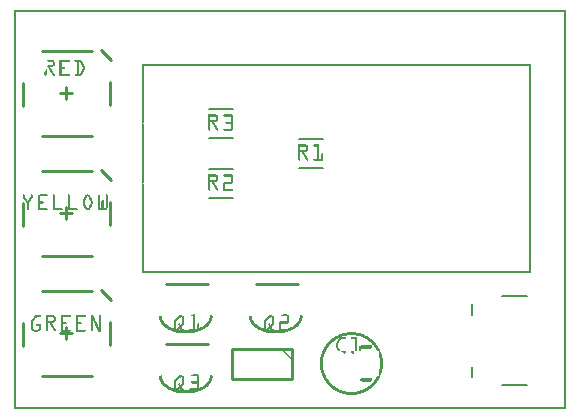
<source format=gto>
G04 MADE WITH FRITZING*
G04 WWW.FRITZING.ORG*
G04 DOUBLE SIDED*
G04 HOLES PLATED*
G04 CONTOUR ON CENTER OF CONTOUR VECTOR*
%ASAXBY*%
%FSLAX23Y23*%
%MOIN*%
%OFA0B0*%
%SFA1.0B1.0*%
%ADD10C,0.006000*%
%ADD11C,0.010000*%
%ADD12C,0.008000*%
%ADD13C,0.010417*%
%ADD14R,0.001000X0.001000*%
%LNSILK1*%
G90*
G70*
G54D10*
X649Y1001D02*
X730Y1001D01*
D02*
X650Y903D02*
X729Y903D01*
G54D11*
D02*
X506Y216D02*
X646Y216D01*
G54D10*
D02*
X949Y901D02*
X1030Y901D01*
D02*
X950Y803D02*
X1029Y803D01*
G54D11*
D02*
X506Y416D02*
X646Y416D01*
G54D10*
D02*
X649Y801D02*
X730Y801D01*
D02*
X650Y703D02*
X729Y703D01*
G54D11*
D02*
X806Y416D02*
X946Y416D01*
G54D12*
D02*
X1709Y79D02*
X1626Y79D01*
D02*
X1528Y107D02*
X1528Y142D01*
D02*
X1528Y315D02*
X1528Y351D01*
D02*
X1626Y378D02*
X1709Y378D01*
G54D13*
D02*
X320Y292D02*
X320Y214D01*
D02*
X94Y394D02*
X261Y394D01*
D02*
X92Y110D02*
X259Y110D01*
D02*
X31Y288D02*
X31Y210D01*
D02*
X172Y273D02*
X172Y233D01*
D02*
X192Y253D02*
X153Y253D01*
D02*
X290Y398D02*
X323Y365D01*
D02*
X320Y1092D02*
X320Y1014D01*
D02*
X94Y1194D02*
X261Y1194D01*
D02*
X92Y910D02*
X259Y910D01*
D02*
X31Y1088D02*
X31Y1010D01*
D02*
X172Y1073D02*
X172Y1033D01*
D02*
X192Y1053D02*
X153Y1053D01*
D02*
X290Y1198D02*
X323Y1165D01*
D02*
X320Y692D02*
X320Y614D01*
D02*
X94Y794D02*
X261Y794D01*
D02*
X92Y510D02*
X259Y510D01*
D02*
X31Y688D02*
X31Y610D01*
D02*
X172Y673D02*
X172Y633D01*
D02*
X192Y653D02*
X153Y653D01*
D02*
X290Y798D02*
X323Y765D01*
G54D11*
D02*
X926Y202D02*
X726Y202D01*
D02*
X726Y202D02*
X726Y102D01*
D02*
X726Y102D02*
X926Y102D01*
D02*
X926Y102D02*
X926Y202D01*
G54D14*
X0Y1330D02*
X1840Y1330D01*
X0Y1329D02*
X1840Y1329D01*
X0Y1328D02*
X1840Y1328D01*
X0Y1327D02*
X1840Y1327D01*
X0Y1326D02*
X1840Y1326D01*
X0Y1325D02*
X1840Y1325D01*
X0Y1324D02*
X1840Y1324D01*
X0Y1323D02*
X1840Y1323D01*
X0Y1322D02*
X7Y1322D01*
X1833Y1322D02*
X1840Y1322D01*
X0Y1321D02*
X7Y1321D01*
X1833Y1321D02*
X1840Y1321D01*
X0Y1320D02*
X7Y1320D01*
X1833Y1320D02*
X1840Y1320D01*
X0Y1319D02*
X7Y1319D01*
X1833Y1319D02*
X1840Y1319D01*
X0Y1318D02*
X7Y1318D01*
X1833Y1318D02*
X1840Y1318D01*
X0Y1317D02*
X7Y1317D01*
X1833Y1317D02*
X1840Y1317D01*
X0Y1316D02*
X7Y1316D01*
X1833Y1316D02*
X1840Y1316D01*
X0Y1315D02*
X7Y1315D01*
X1833Y1315D02*
X1840Y1315D01*
X0Y1314D02*
X7Y1314D01*
X1833Y1314D02*
X1840Y1314D01*
X0Y1313D02*
X7Y1313D01*
X1833Y1313D02*
X1840Y1313D01*
X0Y1312D02*
X7Y1312D01*
X1833Y1312D02*
X1840Y1312D01*
X0Y1311D02*
X7Y1311D01*
X1833Y1311D02*
X1840Y1311D01*
X0Y1310D02*
X7Y1310D01*
X1833Y1310D02*
X1840Y1310D01*
X0Y1309D02*
X7Y1309D01*
X1833Y1309D02*
X1840Y1309D01*
X0Y1308D02*
X7Y1308D01*
X1833Y1308D02*
X1840Y1308D01*
X0Y1307D02*
X7Y1307D01*
X1833Y1307D02*
X1840Y1307D01*
X0Y1306D02*
X7Y1306D01*
X1833Y1306D02*
X1840Y1306D01*
X0Y1305D02*
X7Y1305D01*
X1833Y1305D02*
X1840Y1305D01*
X0Y1304D02*
X7Y1304D01*
X1833Y1304D02*
X1840Y1304D01*
X0Y1303D02*
X7Y1303D01*
X1833Y1303D02*
X1840Y1303D01*
X0Y1302D02*
X7Y1302D01*
X1833Y1302D02*
X1840Y1302D01*
X0Y1301D02*
X7Y1301D01*
X1833Y1301D02*
X1840Y1301D01*
X0Y1300D02*
X7Y1300D01*
X1833Y1300D02*
X1840Y1300D01*
X0Y1299D02*
X7Y1299D01*
X1833Y1299D02*
X1840Y1299D01*
X0Y1298D02*
X7Y1298D01*
X1833Y1298D02*
X1840Y1298D01*
X0Y1297D02*
X7Y1297D01*
X1833Y1297D02*
X1840Y1297D01*
X0Y1296D02*
X7Y1296D01*
X1833Y1296D02*
X1840Y1296D01*
X0Y1295D02*
X7Y1295D01*
X1833Y1295D02*
X1840Y1295D01*
X0Y1294D02*
X7Y1294D01*
X1833Y1294D02*
X1840Y1294D01*
X0Y1293D02*
X7Y1293D01*
X1833Y1293D02*
X1840Y1293D01*
X0Y1292D02*
X7Y1292D01*
X1833Y1292D02*
X1840Y1292D01*
X0Y1291D02*
X7Y1291D01*
X1833Y1291D02*
X1840Y1291D01*
X0Y1290D02*
X7Y1290D01*
X1833Y1290D02*
X1840Y1290D01*
X0Y1289D02*
X7Y1289D01*
X1833Y1289D02*
X1840Y1289D01*
X0Y1288D02*
X7Y1288D01*
X1833Y1288D02*
X1840Y1288D01*
X0Y1287D02*
X7Y1287D01*
X1833Y1287D02*
X1840Y1287D01*
X0Y1286D02*
X7Y1286D01*
X1833Y1286D02*
X1840Y1286D01*
X0Y1285D02*
X7Y1285D01*
X1833Y1285D02*
X1840Y1285D01*
X0Y1284D02*
X7Y1284D01*
X1833Y1284D02*
X1840Y1284D01*
X0Y1283D02*
X7Y1283D01*
X1833Y1283D02*
X1840Y1283D01*
X0Y1282D02*
X7Y1282D01*
X1833Y1282D02*
X1840Y1282D01*
X0Y1281D02*
X7Y1281D01*
X1833Y1281D02*
X1840Y1281D01*
X0Y1280D02*
X7Y1280D01*
X1833Y1280D02*
X1840Y1280D01*
X0Y1279D02*
X7Y1279D01*
X1833Y1279D02*
X1840Y1279D01*
X0Y1278D02*
X7Y1278D01*
X1833Y1278D02*
X1840Y1278D01*
X0Y1277D02*
X7Y1277D01*
X1833Y1277D02*
X1840Y1277D01*
X0Y1276D02*
X7Y1276D01*
X1833Y1276D02*
X1840Y1276D01*
X0Y1275D02*
X7Y1275D01*
X1833Y1275D02*
X1840Y1275D01*
X0Y1274D02*
X7Y1274D01*
X1833Y1274D02*
X1840Y1274D01*
X0Y1273D02*
X7Y1273D01*
X1833Y1273D02*
X1840Y1273D01*
X0Y1272D02*
X7Y1272D01*
X1833Y1272D02*
X1840Y1272D01*
X0Y1271D02*
X7Y1271D01*
X1833Y1271D02*
X1840Y1271D01*
X0Y1270D02*
X7Y1270D01*
X1833Y1270D02*
X1840Y1270D01*
X0Y1269D02*
X7Y1269D01*
X1833Y1269D02*
X1840Y1269D01*
X0Y1268D02*
X7Y1268D01*
X1833Y1268D02*
X1840Y1268D01*
X0Y1267D02*
X7Y1267D01*
X1833Y1267D02*
X1840Y1267D01*
X0Y1266D02*
X7Y1266D01*
X1833Y1266D02*
X1840Y1266D01*
X0Y1265D02*
X7Y1265D01*
X1833Y1265D02*
X1840Y1265D01*
X0Y1264D02*
X7Y1264D01*
X1833Y1264D02*
X1840Y1264D01*
X0Y1263D02*
X7Y1263D01*
X1833Y1263D02*
X1840Y1263D01*
X0Y1262D02*
X7Y1262D01*
X1833Y1262D02*
X1840Y1262D01*
X0Y1261D02*
X7Y1261D01*
X1833Y1261D02*
X1840Y1261D01*
X0Y1260D02*
X7Y1260D01*
X1833Y1260D02*
X1840Y1260D01*
X0Y1259D02*
X7Y1259D01*
X1833Y1259D02*
X1840Y1259D01*
X0Y1258D02*
X7Y1258D01*
X1833Y1258D02*
X1840Y1258D01*
X0Y1257D02*
X7Y1257D01*
X1833Y1257D02*
X1840Y1257D01*
X0Y1256D02*
X7Y1256D01*
X1833Y1256D02*
X1840Y1256D01*
X0Y1255D02*
X7Y1255D01*
X1833Y1255D02*
X1840Y1255D01*
X0Y1254D02*
X7Y1254D01*
X1833Y1254D02*
X1840Y1254D01*
X0Y1253D02*
X7Y1253D01*
X1833Y1253D02*
X1840Y1253D01*
X0Y1252D02*
X7Y1252D01*
X1833Y1252D02*
X1840Y1252D01*
X0Y1251D02*
X7Y1251D01*
X1833Y1251D02*
X1840Y1251D01*
X0Y1250D02*
X7Y1250D01*
X1833Y1250D02*
X1840Y1250D01*
X0Y1249D02*
X7Y1249D01*
X1833Y1249D02*
X1840Y1249D01*
X0Y1248D02*
X7Y1248D01*
X1833Y1248D02*
X1840Y1248D01*
X0Y1247D02*
X7Y1247D01*
X1833Y1247D02*
X1840Y1247D01*
X0Y1246D02*
X7Y1246D01*
X1833Y1246D02*
X1840Y1246D01*
X0Y1245D02*
X7Y1245D01*
X1833Y1245D02*
X1840Y1245D01*
X0Y1244D02*
X7Y1244D01*
X1833Y1244D02*
X1840Y1244D01*
X0Y1243D02*
X7Y1243D01*
X1833Y1243D02*
X1840Y1243D01*
X0Y1242D02*
X7Y1242D01*
X1833Y1242D02*
X1840Y1242D01*
X0Y1241D02*
X7Y1241D01*
X1833Y1241D02*
X1840Y1241D01*
X0Y1240D02*
X7Y1240D01*
X1833Y1240D02*
X1840Y1240D01*
X0Y1239D02*
X7Y1239D01*
X1833Y1239D02*
X1840Y1239D01*
X0Y1238D02*
X7Y1238D01*
X1833Y1238D02*
X1840Y1238D01*
X0Y1237D02*
X7Y1237D01*
X1833Y1237D02*
X1840Y1237D01*
X0Y1236D02*
X7Y1236D01*
X1833Y1236D02*
X1840Y1236D01*
X0Y1235D02*
X7Y1235D01*
X1833Y1235D02*
X1840Y1235D01*
X0Y1234D02*
X7Y1234D01*
X1833Y1234D02*
X1840Y1234D01*
X0Y1233D02*
X7Y1233D01*
X1833Y1233D02*
X1840Y1233D01*
X0Y1232D02*
X7Y1232D01*
X1833Y1232D02*
X1840Y1232D01*
X0Y1231D02*
X7Y1231D01*
X1833Y1231D02*
X1840Y1231D01*
X0Y1230D02*
X7Y1230D01*
X1833Y1230D02*
X1840Y1230D01*
X0Y1229D02*
X7Y1229D01*
X1833Y1229D02*
X1840Y1229D01*
X0Y1228D02*
X7Y1228D01*
X1833Y1228D02*
X1840Y1228D01*
X0Y1227D02*
X7Y1227D01*
X1833Y1227D02*
X1840Y1227D01*
X0Y1226D02*
X7Y1226D01*
X1833Y1226D02*
X1840Y1226D01*
X0Y1225D02*
X7Y1225D01*
X1833Y1225D02*
X1840Y1225D01*
X0Y1224D02*
X7Y1224D01*
X1833Y1224D02*
X1840Y1224D01*
X0Y1223D02*
X7Y1223D01*
X1833Y1223D02*
X1840Y1223D01*
X0Y1222D02*
X7Y1222D01*
X1833Y1222D02*
X1840Y1222D01*
X0Y1221D02*
X7Y1221D01*
X1833Y1221D02*
X1840Y1221D01*
X0Y1220D02*
X7Y1220D01*
X1833Y1220D02*
X1840Y1220D01*
X0Y1219D02*
X7Y1219D01*
X1833Y1219D02*
X1840Y1219D01*
X0Y1218D02*
X7Y1218D01*
X1833Y1218D02*
X1840Y1218D01*
X0Y1217D02*
X7Y1217D01*
X1833Y1217D02*
X1840Y1217D01*
X0Y1216D02*
X7Y1216D01*
X1833Y1216D02*
X1840Y1216D01*
X0Y1215D02*
X7Y1215D01*
X1833Y1215D02*
X1840Y1215D01*
X0Y1214D02*
X7Y1214D01*
X1833Y1214D02*
X1840Y1214D01*
X0Y1213D02*
X7Y1213D01*
X1833Y1213D02*
X1840Y1213D01*
X0Y1212D02*
X7Y1212D01*
X1833Y1212D02*
X1840Y1212D01*
X0Y1211D02*
X7Y1211D01*
X1833Y1211D02*
X1840Y1211D01*
X0Y1210D02*
X7Y1210D01*
X1833Y1210D02*
X1840Y1210D01*
X0Y1209D02*
X7Y1209D01*
X1833Y1209D02*
X1840Y1209D01*
X0Y1208D02*
X7Y1208D01*
X1833Y1208D02*
X1840Y1208D01*
X0Y1207D02*
X7Y1207D01*
X1833Y1207D02*
X1840Y1207D01*
X0Y1206D02*
X7Y1206D01*
X1833Y1206D02*
X1840Y1206D01*
X0Y1205D02*
X7Y1205D01*
X1833Y1205D02*
X1840Y1205D01*
X0Y1204D02*
X7Y1204D01*
X1833Y1204D02*
X1840Y1204D01*
X0Y1203D02*
X7Y1203D01*
X1833Y1203D02*
X1840Y1203D01*
X0Y1202D02*
X7Y1202D01*
X1833Y1202D02*
X1840Y1202D01*
X0Y1201D02*
X7Y1201D01*
X1833Y1201D02*
X1840Y1201D01*
X0Y1200D02*
X7Y1200D01*
X1833Y1200D02*
X1840Y1200D01*
X0Y1199D02*
X7Y1199D01*
X1833Y1199D02*
X1840Y1199D01*
X0Y1198D02*
X7Y1198D01*
X1833Y1198D02*
X1840Y1198D01*
X0Y1197D02*
X7Y1197D01*
X1833Y1197D02*
X1840Y1197D01*
X0Y1196D02*
X7Y1196D01*
X1833Y1196D02*
X1840Y1196D01*
X0Y1195D02*
X7Y1195D01*
X1833Y1195D02*
X1840Y1195D01*
X0Y1194D02*
X7Y1194D01*
X1833Y1194D02*
X1840Y1194D01*
X0Y1193D02*
X7Y1193D01*
X1833Y1193D02*
X1840Y1193D01*
X0Y1192D02*
X7Y1192D01*
X1833Y1192D02*
X1840Y1192D01*
X0Y1191D02*
X7Y1191D01*
X1833Y1191D02*
X1840Y1191D01*
X0Y1190D02*
X7Y1190D01*
X1833Y1190D02*
X1840Y1190D01*
X0Y1189D02*
X7Y1189D01*
X1833Y1189D02*
X1840Y1189D01*
X0Y1188D02*
X7Y1188D01*
X1833Y1188D02*
X1840Y1188D01*
X0Y1187D02*
X7Y1187D01*
X1833Y1187D02*
X1840Y1187D01*
X0Y1186D02*
X7Y1186D01*
X1833Y1186D02*
X1840Y1186D01*
X0Y1185D02*
X7Y1185D01*
X1833Y1185D02*
X1840Y1185D01*
X0Y1184D02*
X7Y1184D01*
X1833Y1184D02*
X1840Y1184D01*
X0Y1183D02*
X7Y1183D01*
X1833Y1183D02*
X1840Y1183D01*
X0Y1182D02*
X7Y1182D01*
X1833Y1182D02*
X1840Y1182D01*
X0Y1181D02*
X7Y1181D01*
X1833Y1181D02*
X1840Y1181D01*
X0Y1180D02*
X7Y1180D01*
X1833Y1180D02*
X1840Y1180D01*
X0Y1179D02*
X7Y1179D01*
X1833Y1179D02*
X1840Y1179D01*
X0Y1178D02*
X7Y1178D01*
X1833Y1178D02*
X1840Y1178D01*
X0Y1177D02*
X7Y1177D01*
X1833Y1177D02*
X1840Y1177D01*
X0Y1176D02*
X7Y1176D01*
X1833Y1176D02*
X1840Y1176D01*
X0Y1175D02*
X7Y1175D01*
X1833Y1175D02*
X1840Y1175D01*
X0Y1174D02*
X7Y1174D01*
X1833Y1174D02*
X1840Y1174D01*
X0Y1173D02*
X7Y1173D01*
X1833Y1173D02*
X1840Y1173D01*
X0Y1172D02*
X7Y1172D01*
X1833Y1172D02*
X1840Y1172D01*
X0Y1171D02*
X7Y1171D01*
X1833Y1171D02*
X1840Y1171D01*
X0Y1170D02*
X7Y1170D01*
X1833Y1170D02*
X1840Y1170D01*
X0Y1169D02*
X7Y1169D01*
X1833Y1169D02*
X1840Y1169D01*
X0Y1168D02*
X7Y1168D01*
X1833Y1168D02*
X1840Y1168D01*
X0Y1167D02*
X7Y1167D01*
X1833Y1167D02*
X1840Y1167D01*
X0Y1166D02*
X7Y1166D01*
X1833Y1166D02*
X1840Y1166D01*
X0Y1165D02*
X7Y1165D01*
X1833Y1165D02*
X1840Y1165D01*
X0Y1164D02*
X7Y1164D01*
X112Y1164D02*
X128Y1164D01*
X152Y1164D02*
X184Y1164D01*
X204Y1164D02*
X220Y1164D01*
X1833Y1164D02*
X1840Y1164D01*
X0Y1163D02*
X7Y1163D01*
X112Y1163D02*
X130Y1163D01*
X152Y1163D02*
X185Y1163D01*
X203Y1163D02*
X222Y1163D01*
X1833Y1163D02*
X1840Y1163D01*
X0Y1162D02*
X7Y1162D01*
X112Y1162D02*
X132Y1162D01*
X152Y1162D02*
X185Y1162D01*
X202Y1162D02*
X224Y1162D01*
X1833Y1162D02*
X1840Y1162D01*
X0Y1161D02*
X7Y1161D01*
X113Y1161D02*
X133Y1161D01*
X152Y1161D02*
X186Y1161D01*
X202Y1161D02*
X225Y1161D01*
X1833Y1161D02*
X1840Y1161D01*
X0Y1160D02*
X7Y1160D01*
X113Y1160D02*
X134Y1160D01*
X152Y1160D02*
X185Y1160D01*
X202Y1160D02*
X226Y1160D01*
X1833Y1160D02*
X1840Y1160D01*
X0Y1159D02*
X7Y1159D01*
X113Y1159D02*
X134Y1159D01*
X152Y1159D02*
X185Y1159D01*
X203Y1159D02*
X226Y1159D01*
X1833Y1159D02*
X1840Y1159D01*
X0Y1158D02*
X7Y1158D01*
X113Y1158D02*
X135Y1158D01*
X152Y1158D02*
X184Y1158D01*
X204Y1158D02*
X227Y1158D01*
X1833Y1158D02*
X1840Y1158D01*
X0Y1157D02*
X7Y1157D01*
X128Y1157D02*
X135Y1157D01*
X152Y1157D02*
X158Y1157D01*
X209Y1157D02*
X215Y1157D01*
X220Y1157D02*
X228Y1157D01*
X1833Y1157D02*
X1840Y1157D01*
X0Y1156D02*
X7Y1156D01*
X129Y1156D02*
X135Y1156D01*
X152Y1156D02*
X158Y1156D01*
X209Y1156D02*
X215Y1156D01*
X221Y1156D02*
X228Y1156D01*
X1833Y1156D02*
X1840Y1156D01*
X0Y1155D02*
X7Y1155D01*
X129Y1155D02*
X136Y1155D01*
X152Y1155D02*
X158Y1155D01*
X209Y1155D02*
X215Y1155D01*
X222Y1155D02*
X229Y1155D01*
X1833Y1155D02*
X1840Y1155D01*
X0Y1154D02*
X7Y1154D01*
X130Y1154D02*
X136Y1154D01*
X152Y1154D02*
X158Y1154D01*
X209Y1154D02*
X215Y1154D01*
X222Y1154D02*
X229Y1154D01*
X1833Y1154D02*
X1840Y1154D01*
X0Y1153D02*
X7Y1153D01*
X130Y1153D02*
X136Y1153D01*
X152Y1153D02*
X158Y1153D01*
X209Y1153D02*
X215Y1153D01*
X223Y1153D02*
X230Y1153D01*
X1833Y1153D02*
X1840Y1153D01*
X0Y1152D02*
X7Y1152D01*
X130Y1152D02*
X136Y1152D01*
X152Y1152D02*
X158Y1152D01*
X209Y1152D02*
X215Y1152D01*
X223Y1152D02*
X230Y1152D01*
X1833Y1152D02*
X1840Y1152D01*
X0Y1151D02*
X7Y1151D01*
X130Y1151D02*
X136Y1151D01*
X152Y1151D02*
X158Y1151D01*
X209Y1151D02*
X215Y1151D01*
X224Y1151D02*
X231Y1151D01*
X426Y1151D02*
X1724Y1151D01*
X1833Y1151D02*
X1840Y1151D01*
X0Y1150D02*
X7Y1150D01*
X130Y1150D02*
X136Y1150D01*
X152Y1150D02*
X158Y1150D01*
X209Y1150D02*
X215Y1150D01*
X224Y1150D02*
X231Y1150D01*
X426Y1150D02*
X1724Y1150D01*
X1833Y1150D02*
X1840Y1150D01*
X0Y1149D02*
X7Y1149D01*
X129Y1149D02*
X135Y1149D01*
X152Y1149D02*
X158Y1149D01*
X209Y1149D02*
X215Y1149D01*
X225Y1149D02*
X232Y1149D01*
X426Y1149D02*
X1724Y1149D01*
X1833Y1149D02*
X1840Y1149D01*
X0Y1148D02*
X7Y1148D01*
X129Y1148D02*
X135Y1148D01*
X152Y1148D02*
X158Y1148D01*
X209Y1148D02*
X215Y1148D01*
X225Y1148D02*
X232Y1148D01*
X426Y1148D02*
X1724Y1148D01*
X1833Y1148D02*
X1840Y1148D01*
X0Y1147D02*
X7Y1147D01*
X127Y1147D02*
X135Y1147D01*
X152Y1147D02*
X158Y1147D01*
X209Y1147D02*
X215Y1147D01*
X226Y1147D02*
X233Y1147D01*
X426Y1147D02*
X1724Y1147D01*
X1833Y1147D02*
X1840Y1147D01*
X0Y1146D02*
X7Y1146D01*
X113Y1146D02*
X135Y1146D01*
X152Y1146D02*
X158Y1146D01*
X209Y1146D02*
X215Y1146D01*
X226Y1146D02*
X233Y1146D01*
X426Y1146D02*
X1724Y1146D01*
X1833Y1146D02*
X1840Y1146D01*
X0Y1145D02*
X7Y1145D01*
X113Y1145D02*
X134Y1145D01*
X152Y1145D02*
X158Y1145D01*
X209Y1145D02*
X215Y1145D01*
X227Y1145D02*
X234Y1145D01*
X426Y1145D02*
X1724Y1145D01*
X1833Y1145D02*
X1840Y1145D01*
X0Y1144D02*
X7Y1144D01*
X113Y1144D02*
X133Y1144D01*
X152Y1144D02*
X158Y1144D01*
X209Y1144D02*
X215Y1144D01*
X227Y1144D02*
X234Y1144D01*
X426Y1144D02*
X1724Y1144D01*
X1833Y1144D02*
X1840Y1144D01*
X0Y1143D02*
X7Y1143D01*
X113Y1143D02*
X133Y1143D01*
X152Y1143D02*
X158Y1143D01*
X209Y1143D02*
X215Y1143D01*
X228Y1143D02*
X234Y1143D01*
X426Y1143D02*
X433Y1143D01*
X1717Y1143D02*
X1724Y1143D01*
X1833Y1143D02*
X1840Y1143D01*
X0Y1142D02*
X7Y1142D01*
X112Y1142D02*
X131Y1142D01*
X152Y1142D02*
X158Y1142D01*
X209Y1142D02*
X215Y1142D01*
X228Y1142D02*
X235Y1142D01*
X426Y1142D02*
X433Y1142D01*
X1717Y1142D02*
X1724Y1142D01*
X1833Y1142D02*
X1840Y1142D01*
X0Y1141D02*
X7Y1141D01*
X112Y1141D02*
X130Y1141D01*
X152Y1141D02*
X158Y1141D01*
X209Y1141D02*
X215Y1141D01*
X229Y1141D02*
X235Y1141D01*
X426Y1141D02*
X433Y1141D01*
X1717Y1141D02*
X1724Y1141D01*
X1833Y1141D02*
X1840Y1141D01*
X0Y1140D02*
X7Y1140D01*
X112Y1140D02*
X127Y1140D01*
X152Y1140D02*
X170Y1140D01*
X209Y1140D02*
X215Y1140D01*
X229Y1140D02*
X235Y1140D01*
X426Y1140D02*
X433Y1140D01*
X1717Y1140D02*
X1724Y1140D01*
X1833Y1140D02*
X1840Y1140D01*
X0Y1139D02*
X7Y1139D01*
X114Y1139D02*
X121Y1139D01*
X152Y1139D02*
X171Y1139D01*
X209Y1139D02*
X215Y1139D01*
X229Y1139D02*
X235Y1139D01*
X426Y1139D02*
X433Y1139D01*
X1717Y1139D02*
X1724Y1139D01*
X1833Y1139D02*
X1840Y1139D01*
X0Y1138D02*
X7Y1138D01*
X115Y1138D02*
X122Y1138D01*
X152Y1138D02*
X172Y1138D01*
X209Y1138D02*
X215Y1138D01*
X229Y1138D02*
X236Y1138D01*
X426Y1138D02*
X433Y1138D01*
X1717Y1138D02*
X1724Y1138D01*
X1833Y1138D02*
X1840Y1138D01*
X0Y1137D02*
X7Y1137D01*
X115Y1137D02*
X123Y1137D01*
X152Y1137D02*
X172Y1137D01*
X209Y1137D02*
X215Y1137D01*
X230Y1137D02*
X236Y1137D01*
X426Y1137D02*
X433Y1137D01*
X1717Y1137D02*
X1724Y1137D01*
X1833Y1137D02*
X1840Y1137D01*
X0Y1136D02*
X7Y1136D01*
X116Y1136D02*
X123Y1136D01*
X152Y1136D02*
X171Y1136D01*
X209Y1136D02*
X215Y1136D01*
X229Y1136D02*
X235Y1136D01*
X426Y1136D02*
X433Y1136D01*
X1717Y1136D02*
X1724Y1136D01*
X1833Y1136D02*
X1840Y1136D01*
X0Y1135D02*
X7Y1135D01*
X117Y1135D02*
X124Y1135D01*
X152Y1135D02*
X171Y1135D01*
X209Y1135D02*
X215Y1135D01*
X229Y1135D02*
X235Y1135D01*
X426Y1135D02*
X433Y1135D01*
X1717Y1135D02*
X1724Y1135D01*
X1833Y1135D02*
X1840Y1135D01*
X0Y1134D02*
X7Y1134D01*
X117Y1134D02*
X124Y1134D01*
X152Y1134D02*
X169Y1134D01*
X209Y1134D02*
X215Y1134D01*
X229Y1134D02*
X235Y1134D01*
X426Y1134D02*
X433Y1134D01*
X1717Y1134D02*
X1724Y1134D01*
X1833Y1134D02*
X1840Y1134D01*
X0Y1133D02*
X7Y1133D01*
X118Y1133D02*
X125Y1133D01*
X152Y1133D02*
X158Y1133D01*
X209Y1133D02*
X215Y1133D01*
X228Y1133D02*
X235Y1133D01*
X426Y1133D02*
X433Y1133D01*
X1717Y1133D02*
X1724Y1133D01*
X1833Y1133D02*
X1840Y1133D01*
X0Y1132D02*
X7Y1132D01*
X108Y1132D02*
X108Y1132D01*
X118Y1132D02*
X126Y1132D01*
X152Y1132D02*
X158Y1132D01*
X209Y1132D02*
X215Y1132D01*
X228Y1132D02*
X235Y1132D01*
X426Y1132D02*
X433Y1132D01*
X1717Y1132D02*
X1724Y1132D01*
X1833Y1132D02*
X1840Y1132D01*
X0Y1131D02*
X7Y1131D01*
X107Y1131D02*
X108Y1131D01*
X119Y1131D02*
X126Y1131D01*
X152Y1131D02*
X158Y1131D01*
X209Y1131D02*
X215Y1131D01*
X227Y1131D02*
X234Y1131D01*
X426Y1131D02*
X433Y1131D01*
X1717Y1131D02*
X1724Y1131D01*
X1833Y1131D02*
X1840Y1131D01*
X0Y1130D02*
X7Y1130D01*
X107Y1130D02*
X108Y1130D01*
X119Y1130D02*
X127Y1130D01*
X152Y1130D02*
X158Y1130D01*
X209Y1130D02*
X215Y1130D01*
X227Y1130D02*
X234Y1130D01*
X426Y1130D02*
X433Y1130D01*
X1717Y1130D02*
X1724Y1130D01*
X1833Y1130D02*
X1840Y1130D01*
X0Y1129D02*
X7Y1129D01*
X106Y1129D02*
X108Y1129D01*
X120Y1129D02*
X127Y1129D01*
X152Y1129D02*
X158Y1129D01*
X209Y1129D02*
X215Y1129D01*
X226Y1129D02*
X233Y1129D01*
X426Y1129D02*
X433Y1129D01*
X1717Y1129D02*
X1724Y1129D01*
X1833Y1129D02*
X1840Y1129D01*
X0Y1128D02*
X7Y1128D01*
X105Y1128D02*
X108Y1128D01*
X121Y1128D02*
X128Y1128D01*
X152Y1128D02*
X158Y1128D01*
X209Y1128D02*
X215Y1128D01*
X226Y1128D02*
X233Y1128D01*
X426Y1128D02*
X433Y1128D01*
X1717Y1128D02*
X1724Y1128D01*
X1833Y1128D02*
X1840Y1128D01*
X0Y1127D02*
X7Y1127D01*
X104Y1127D02*
X108Y1127D01*
X121Y1127D02*
X128Y1127D01*
X152Y1127D02*
X158Y1127D01*
X209Y1127D02*
X215Y1127D01*
X225Y1127D02*
X232Y1127D01*
X426Y1127D02*
X433Y1127D01*
X1717Y1127D02*
X1724Y1127D01*
X1833Y1127D02*
X1840Y1127D01*
X0Y1126D02*
X7Y1126D01*
X104Y1126D02*
X108Y1126D01*
X122Y1126D02*
X129Y1126D01*
X152Y1126D02*
X158Y1126D01*
X209Y1126D02*
X215Y1126D01*
X225Y1126D02*
X232Y1126D01*
X426Y1126D02*
X433Y1126D01*
X1717Y1126D02*
X1724Y1126D01*
X1833Y1126D02*
X1840Y1126D01*
X0Y1125D02*
X7Y1125D01*
X103Y1125D02*
X108Y1125D01*
X122Y1125D02*
X130Y1125D01*
X152Y1125D02*
X158Y1125D01*
X209Y1125D02*
X215Y1125D01*
X224Y1125D02*
X231Y1125D01*
X426Y1125D02*
X433Y1125D01*
X1717Y1125D02*
X1724Y1125D01*
X1833Y1125D02*
X1840Y1125D01*
X0Y1124D02*
X7Y1124D01*
X102Y1124D02*
X108Y1124D01*
X123Y1124D02*
X130Y1124D01*
X152Y1124D02*
X158Y1124D01*
X209Y1124D02*
X215Y1124D01*
X224Y1124D02*
X231Y1124D01*
X426Y1124D02*
X433Y1124D01*
X1717Y1124D02*
X1724Y1124D01*
X1833Y1124D02*
X1840Y1124D01*
X0Y1123D02*
X7Y1123D01*
X102Y1123D02*
X108Y1123D01*
X124Y1123D02*
X131Y1123D01*
X152Y1123D02*
X158Y1123D01*
X209Y1123D02*
X215Y1123D01*
X223Y1123D02*
X230Y1123D01*
X426Y1123D02*
X433Y1123D01*
X1717Y1123D02*
X1724Y1123D01*
X1833Y1123D02*
X1840Y1123D01*
X0Y1122D02*
X7Y1122D01*
X102Y1122D02*
X108Y1122D01*
X124Y1122D02*
X131Y1122D01*
X152Y1122D02*
X158Y1122D01*
X209Y1122D02*
X215Y1122D01*
X223Y1122D02*
X230Y1122D01*
X426Y1122D02*
X433Y1122D01*
X1717Y1122D02*
X1724Y1122D01*
X1833Y1122D02*
X1840Y1122D01*
X0Y1121D02*
X7Y1121D01*
X102Y1121D02*
X108Y1121D01*
X125Y1121D02*
X132Y1121D01*
X152Y1121D02*
X158Y1121D01*
X209Y1121D02*
X215Y1121D01*
X222Y1121D02*
X229Y1121D01*
X426Y1121D02*
X433Y1121D01*
X1717Y1121D02*
X1724Y1121D01*
X1833Y1121D02*
X1840Y1121D01*
X0Y1120D02*
X7Y1120D01*
X102Y1120D02*
X108Y1120D01*
X125Y1120D02*
X133Y1120D01*
X152Y1120D02*
X158Y1120D01*
X209Y1120D02*
X215Y1120D01*
X222Y1120D02*
X229Y1120D01*
X426Y1120D02*
X433Y1120D01*
X1717Y1120D02*
X1724Y1120D01*
X1833Y1120D02*
X1840Y1120D01*
X0Y1119D02*
X7Y1119D01*
X102Y1119D02*
X108Y1119D01*
X126Y1119D02*
X133Y1119D01*
X152Y1119D02*
X158Y1119D01*
X209Y1119D02*
X215Y1119D01*
X221Y1119D02*
X228Y1119D01*
X426Y1119D02*
X433Y1119D01*
X1717Y1119D02*
X1724Y1119D01*
X1833Y1119D02*
X1840Y1119D01*
X0Y1118D02*
X7Y1118D01*
X102Y1118D02*
X108Y1118D01*
X126Y1118D02*
X134Y1118D01*
X152Y1118D02*
X158Y1118D01*
X209Y1118D02*
X215Y1118D01*
X220Y1118D02*
X228Y1118D01*
X426Y1118D02*
X433Y1118D01*
X1717Y1118D02*
X1724Y1118D01*
X1833Y1118D02*
X1840Y1118D01*
X0Y1117D02*
X7Y1117D01*
X102Y1117D02*
X108Y1117D01*
X127Y1117D02*
X134Y1117D01*
X152Y1117D02*
X183Y1117D01*
X204Y1117D02*
X227Y1117D01*
X426Y1117D02*
X433Y1117D01*
X1717Y1117D02*
X1724Y1117D01*
X1833Y1117D02*
X1840Y1117D01*
X0Y1116D02*
X7Y1116D01*
X102Y1116D02*
X108Y1116D01*
X128Y1116D02*
X135Y1116D01*
X152Y1116D02*
X185Y1116D01*
X203Y1116D02*
X227Y1116D01*
X426Y1116D02*
X433Y1116D01*
X1717Y1116D02*
X1724Y1116D01*
X1833Y1116D02*
X1840Y1116D01*
X0Y1115D02*
X7Y1115D01*
X102Y1115D02*
X108Y1115D01*
X128Y1115D02*
X135Y1115D01*
X152Y1115D02*
X185Y1115D01*
X202Y1115D02*
X226Y1115D01*
X426Y1115D02*
X433Y1115D01*
X1717Y1115D02*
X1724Y1115D01*
X1833Y1115D02*
X1840Y1115D01*
X0Y1114D02*
X7Y1114D01*
X102Y1114D02*
X108Y1114D01*
X129Y1114D02*
X136Y1114D01*
X152Y1114D02*
X186Y1114D01*
X202Y1114D02*
X226Y1114D01*
X426Y1114D02*
X433Y1114D01*
X1717Y1114D02*
X1724Y1114D01*
X1833Y1114D02*
X1840Y1114D01*
X0Y1113D02*
X7Y1113D01*
X102Y1113D02*
X108Y1113D01*
X129Y1113D02*
X135Y1113D01*
X152Y1113D02*
X185Y1113D01*
X202Y1113D02*
X224Y1113D01*
X426Y1113D02*
X433Y1113D01*
X1717Y1113D02*
X1724Y1113D01*
X1833Y1113D02*
X1840Y1113D01*
X0Y1112D02*
X7Y1112D01*
X103Y1112D02*
X107Y1112D01*
X130Y1112D02*
X135Y1112D01*
X152Y1112D02*
X185Y1112D01*
X203Y1112D02*
X223Y1112D01*
X426Y1112D02*
X433Y1112D01*
X1717Y1112D02*
X1724Y1112D01*
X1833Y1112D02*
X1840Y1112D01*
X0Y1111D02*
X7Y1111D01*
X103Y1111D02*
X107Y1111D01*
X131Y1111D02*
X134Y1111D01*
X152Y1111D02*
X184Y1111D01*
X203Y1111D02*
X221Y1111D01*
X426Y1111D02*
X433Y1111D01*
X1717Y1111D02*
X1724Y1111D01*
X1833Y1111D02*
X1840Y1111D01*
X0Y1110D02*
X7Y1110D01*
X426Y1110D02*
X433Y1110D01*
X1717Y1110D02*
X1724Y1110D01*
X1833Y1110D02*
X1840Y1110D01*
X0Y1109D02*
X7Y1109D01*
X426Y1109D02*
X433Y1109D01*
X1717Y1109D02*
X1724Y1109D01*
X1833Y1109D02*
X1840Y1109D01*
X0Y1108D02*
X7Y1108D01*
X426Y1108D02*
X433Y1108D01*
X1717Y1108D02*
X1724Y1108D01*
X1833Y1108D02*
X1840Y1108D01*
X0Y1107D02*
X7Y1107D01*
X426Y1107D02*
X433Y1107D01*
X1717Y1107D02*
X1724Y1107D01*
X1833Y1107D02*
X1840Y1107D01*
X0Y1106D02*
X7Y1106D01*
X426Y1106D02*
X433Y1106D01*
X1717Y1106D02*
X1724Y1106D01*
X1833Y1106D02*
X1840Y1106D01*
X0Y1105D02*
X7Y1105D01*
X426Y1105D02*
X433Y1105D01*
X1717Y1105D02*
X1724Y1105D01*
X1833Y1105D02*
X1840Y1105D01*
X0Y1104D02*
X7Y1104D01*
X426Y1104D02*
X433Y1104D01*
X1717Y1104D02*
X1724Y1104D01*
X1833Y1104D02*
X1840Y1104D01*
X0Y1103D02*
X7Y1103D01*
X426Y1103D02*
X433Y1103D01*
X1717Y1103D02*
X1724Y1103D01*
X1833Y1103D02*
X1840Y1103D01*
X0Y1102D02*
X7Y1102D01*
X426Y1102D02*
X433Y1102D01*
X1717Y1102D02*
X1724Y1102D01*
X1833Y1102D02*
X1840Y1102D01*
X0Y1101D02*
X7Y1101D01*
X426Y1101D02*
X433Y1101D01*
X1717Y1101D02*
X1724Y1101D01*
X1833Y1101D02*
X1840Y1101D01*
X0Y1100D02*
X7Y1100D01*
X426Y1100D02*
X433Y1100D01*
X1717Y1100D02*
X1724Y1100D01*
X1833Y1100D02*
X1840Y1100D01*
X0Y1099D02*
X7Y1099D01*
X426Y1099D02*
X433Y1099D01*
X1717Y1099D02*
X1724Y1099D01*
X1833Y1099D02*
X1840Y1099D01*
X0Y1098D02*
X7Y1098D01*
X426Y1098D02*
X433Y1098D01*
X1717Y1098D02*
X1724Y1098D01*
X1833Y1098D02*
X1840Y1098D01*
X0Y1097D02*
X7Y1097D01*
X426Y1097D02*
X433Y1097D01*
X1717Y1097D02*
X1724Y1097D01*
X1833Y1097D02*
X1840Y1097D01*
X0Y1096D02*
X7Y1096D01*
X426Y1096D02*
X433Y1096D01*
X1717Y1096D02*
X1724Y1096D01*
X1833Y1096D02*
X1840Y1096D01*
X0Y1095D02*
X7Y1095D01*
X426Y1095D02*
X433Y1095D01*
X1717Y1095D02*
X1724Y1095D01*
X1833Y1095D02*
X1840Y1095D01*
X0Y1094D02*
X7Y1094D01*
X426Y1094D02*
X433Y1094D01*
X1717Y1094D02*
X1724Y1094D01*
X1833Y1094D02*
X1840Y1094D01*
X0Y1093D02*
X7Y1093D01*
X426Y1093D02*
X433Y1093D01*
X1717Y1093D02*
X1724Y1093D01*
X1833Y1093D02*
X1840Y1093D01*
X0Y1092D02*
X7Y1092D01*
X426Y1092D02*
X433Y1092D01*
X1717Y1092D02*
X1724Y1092D01*
X1833Y1092D02*
X1840Y1092D01*
X0Y1091D02*
X7Y1091D01*
X426Y1091D02*
X433Y1091D01*
X1717Y1091D02*
X1724Y1091D01*
X1833Y1091D02*
X1840Y1091D01*
X0Y1090D02*
X7Y1090D01*
X426Y1090D02*
X433Y1090D01*
X1717Y1090D02*
X1724Y1090D01*
X1833Y1090D02*
X1840Y1090D01*
X0Y1089D02*
X7Y1089D01*
X426Y1089D02*
X433Y1089D01*
X1717Y1089D02*
X1724Y1089D01*
X1833Y1089D02*
X1840Y1089D01*
X0Y1088D02*
X7Y1088D01*
X426Y1088D02*
X433Y1088D01*
X1717Y1088D02*
X1724Y1088D01*
X1833Y1088D02*
X1840Y1088D01*
X0Y1087D02*
X7Y1087D01*
X426Y1087D02*
X433Y1087D01*
X1717Y1087D02*
X1724Y1087D01*
X1833Y1087D02*
X1840Y1087D01*
X0Y1086D02*
X7Y1086D01*
X426Y1086D02*
X433Y1086D01*
X1717Y1086D02*
X1724Y1086D01*
X1833Y1086D02*
X1840Y1086D01*
X0Y1085D02*
X7Y1085D01*
X426Y1085D02*
X433Y1085D01*
X1717Y1085D02*
X1724Y1085D01*
X1833Y1085D02*
X1840Y1085D01*
X0Y1084D02*
X7Y1084D01*
X426Y1084D02*
X433Y1084D01*
X1717Y1084D02*
X1724Y1084D01*
X1833Y1084D02*
X1840Y1084D01*
X0Y1083D02*
X7Y1083D01*
X426Y1083D02*
X433Y1083D01*
X1717Y1083D02*
X1724Y1083D01*
X1833Y1083D02*
X1840Y1083D01*
X0Y1082D02*
X7Y1082D01*
X426Y1082D02*
X433Y1082D01*
X1717Y1082D02*
X1724Y1082D01*
X1833Y1082D02*
X1840Y1082D01*
X0Y1081D02*
X7Y1081D01*
X426Y1081D02*
X433Y1081D01*
X1717Y1081D02*
X1724Y1081D01*
X1833Y1081D02*
X1840Y1081D01*
X0Y1080D02*
X7Y1080D01*
X426Y1080D02*
X433Y1080D01*
X1717Y1080D02*
X1724Y1080D01*
X1833Y1080D02*
X1840Y1080D01*
X0Y1079D02*
X7Y1079D01*
X426Y1079D02*
X433Y1079D01*
X1717Y1079D02*
X1724Y1079D01*
X1833Y1079D02*
X1840Y1079D01*
X0Y1078D02*
X7Y1078D01*
X426Y1078D02*
X433Y1078D01*
X1717Y1078D02*
X1724Y1078D01*
X1833Y1078D02*
X1840Y1078D01*
X0Y1077D02*
X7Y1077D01*
X426Y1077D02*
X433Y1077D01*
X1717Y1077D02*
X1724Y1077D01*
X1833Y1077D02*
X1840Y1077D01*
X0Y1076D02*
X7Y1076D01*
X426Y1076D02*
X433Y1076D01*
X1717Y1076D02*
X1724Y1076D01*
X1833Y1076D02*
X1840Y1076D01*
X0Y1075D02*
X7Y1075D01*
X426Y1075D02*
X433Y1075D01*
X1717Y1075D02*
X1724Y1075D01*
X1833Y1075D02*
X1840Y1075D01*
X0Y1074D02*
X7Y1074D01*
X426Y1074D02*
X433Y1074D01*
X1717Y1074D02*
X1724Y1074D01*
X1833Y1074D02*
X1840Y1074D01*
X0Y1073D02*
X7Y1073D01*
X426Y1073D02*
X433Y1073D01*
X1717Y1073D02*
X1724Y1073D01*
X1833Y1073D02*
X1840Y1073D01*
X0Y1072D02*
X7Y1072D01*
X426Y1072D02*
X433Y1072D01*
X1717Y1072D02*
X1724Y1072D01*
X1833Y1072D02*
X1840Y1072D01*
X0Y1071D02*
X7Y1071D01*
X426Y1071D02*
X433Y1071D01*
X1717Y1071D02*
X1724Y1071D01*
X1833Y1071D02*
X1840Y1071D01*
X0Y1070D02*
X7Y1070D01*
X426Y1070D02*
X433Y1070D01*
X1717Y1070D02*
X1724Y1070D01*
X1833Y1070D02*
X1840Y1070D01*
X0Y1069D02*
X7Y1069D01*
X426Y1069D02*
X433Y1069D01*
X1717Y1069D02*
X1724Y1069D01*
X1833Y1069D02*
X1840Y1069D01*
X0Y1068D02*
X7Y1068D01*
X426Y1068D02*
X433Y1068D01*
X1717Y1068D02*
X1724Y1068D01*
X1833Y1068D02*
X1840Y1068D01*
X0Y1067D02*
X7Y1067D01*
X426Y1067D02*
X433Y1067D01*
X1717Y1067D02*
X1724Y1067D01*
X1833Y1067D02*
X1840Y1067D01*
X0Y1066D02*
X7Y1066D01*
X426Y1066D02*
X433Y1066D01*
X1717Y1066D02*
X1724Y1066D01*
X1833Y1066D02*
X1840Y1066D01*
X0Y1065D02*
X7Y1065D01*
X426Y1065D02*
X433Y1065D01*
X1717Y1065D02*
X1724Y1065D01*
X1833Y1065D02*
X1840Y1065D01*
X0Y1064D02*
X7Y1064D01*
X426Y1064D02*
X433Y1064D01*
X1717Y1064D02*
X1724Y1064D01*
X1833Y1064D02*
X1840Y1064D01*
X0Y1063D02*
X7Y1063D01*
X426Y1063D02*
X433Y1063D01*
X1717Y1063D02*
X1724Y1063D01*
X1833Y1063D02*
X1840Y1063D01*
X0Y1062D02*
X7Y1062D01*
X426Y1062D02*
X433Y1062D01*
X1717Y1062D02*
X1724Y1062D01*
X1833Y1062D02*
X1840Y1062D01*
X0Y1061D02*
X7Y1061D01*
X426Y1061D02*
X433Y1061D01*
X1717Y1061D02*
X1724Y1061D01*
X1833Y1061D02*
X1840Y1061D01*
X0Y1060D02*
X7Y1060D01*
X426Y1060D02*
X433Y1060D01*
X1717Y1060D02*
X1724Y1060D01*
X1833Y1060D02*
X1840Y1060D01*
X0Y1059D02*
X7Y1059D01*
X426Y1059D02*
X433Y1059D01*
X1717Y1059D02*
X1724Y1059D01*
X1833Y1059D02*
X1840Y1059D01*
X0Y1058D02*
X7Y1058D01*
X426Y1058D02*
X433Y1058D01*
X1717Y1058D02*
X1724Y1058D01*
X1833Y1058D02*
X1840Y1058D01*
X0Y1057D02*
X7Y1057D01*
X426Y1057D02*
X433Y1057D01*
X1717Y1057D02*
X1724Y1057D01*
X1833Y1057D02*
X1840Y1057D01*
X0Y1056D02*
X7Y1056D01*
X426Y1056D02*
X433Y1056D01*
X1717Y1056D02*
X1724Y1056D01*
X1833Y1056D02*
X1840Y1056D01*
X0Y1055D02*
X7Y1055D01*
X426Y1055D02*
X433Y1055D01*
X1717Y1055D02*
X1724Y1055D01*
X1833Y1055D02*
X1840Y1055D01*
X0Y1054D02*
X7Y1054D01*
X426Y1054D02*
X433Y1054D01*
X1717Y1054D02*
X1724Y1054D01*
X1833Y1054D02*
X1840Y1054D01*
X0Y1053D02*
X7Y1053D01*
X426Y1053D02*
X433Y1053D01*
X1717Y1053D02*
X1724Y1053D01*
X1833Y1053D02*
X1840Y1053D01*
X0Y1052D02*
X7Y1052D01*
X426Y1052D02*
X433Y1052D01*
X1717Y1052D02*
X1724Y1052D01*
X1833Y1052D02*
X1840Y1052D01*
X0Y1051D02*
X7Y1051D01*
X426Y1051D02*
X433Y1051D01*
X1717Y1051D02*
X1724Y1051D01*
X1833Y1051D02*
X1840Y1051D01*
X0Y1050D02*
X7Y1050D01*
X426Y1050D02*
X433Y1050D01*
X1717Y1050D02*
X1724Y1050D01*
X1833Y1050D02*
X1840Y1050D01*
X0Y1049D02*
X7Y1049D01*
X426Y1049D02*
X433Y1049D01*
X1717Y1049D02*
X1724Y1049D01*
X1833Y1049D02*
X1840Y1049D01*
X0Y1048D02*
X7Y1048D01*
X426Y1048D02*
X433Y1048D01*
X1717Y1048D02*
X1724Y1048D01*
X1833Y1048D02*
X1840Y1048D01*
X0Y1047D02*
X7Y1047D01*
X426Y1047D02*
X433Y1047D01*
X1717Y1047D02*
X1724Y1047D01*
X1833Y1047D02*
X1840Y1047D01*
X0Y1046D02*
X7Y1046D01*
X426Y1046D02*
X433Y1046D01*
X1717Y1046D02*
X1724Y1046D01*
X1833Y1046D02*
X1840Y1046D01*
X0Y1045D02*
X7Y1045D01*
X426Y1045D02*
X433Y1045D01*
X1717Y1045D02*
X1724Y1045D01*
X1833Y1045D02*
X1840Y1045D01*
X0Y1044D02*
X7Y1044D01*
X426Y1044D02*
X433Y1044D01*
X1717Y1044D02*
X1724Y1044D01*
X1833Y1044D02*
X1840Y1044D01*
X0Y1043D02*
X7Y1043D01*
X426Y1043D02*
X433Y1043D01*
X1717Y1043D02*
X1724Y1043D01*
X1833Y1043D02*
X1840Y1043D01*
X0Y1042D02*
X7Y1042D01*
X426Y1042D02*
X433Y1042D01*
X1717Y1042D02*
X1724Y1042D01*
X1833Y1042D02*
X1840Y1042D01*
X0Y1041D02*
X7Y1041D01*
X426Y1041D02*
X433Y1041D01*
X1717Y1041D02*
X1724Y1041D01*
X1833Y1041D02*
X1840Y1041D01*
X0Y1040D02*
X7Y1040D01*
X426Y1040D02*
X433Y1040D01*
X1717Y1040D02*
X1724Y1040D01*
X1833Y1040D02*
X1840Y1040D01*
X0Y1039D02*
X7Y1039D01*
X426Y1039D02*
X433Y1039D01*
X1717Y1039D02*
X1724Y1039D01*
X1833Y1039D02*
X1840Y1039D01*
X0Y1038D02*
X7Y1038D01*
X426Y1038D02*
X433Y1038D01*
X1717Y1038D02*
X1724Y1038D01*
X1833Y1038D02*
X1840Y1038D01*
X0Y1037D02*
X7Y1037D01*
X426Y1037D02*
X433Y1037D01*
X1717Y1037D02*
X1724Y1037D01*
X1833Y1037D02*
X1840Y1037D01*
X0Y1036D02*
X7Y1036D01*
X426Y1036D02*
X433Y1036D01*
X1717Y1036D02*
X1724Y1036D01*
X1833Y1036D02*
X1840Y1036D01*
X0Y1035D02*
X7Y1035D01*
X426Y1035D02*
X433Y1035D01*
X1717Y1035D02*
X1724Y1035D01*
X1833Y1035D02*
X1840Y1035D01*
X0Y1034D02*
X7Y1034D01*
X426Y1034D02*
X433Y1034D01*
X1717Y1034D02*
X1724Y1034D01*
X1833Y1034D02*
X1840Y1034D01*
X0Y1033D02*
X7Y1033D01*
X426Y1033D02*
X433Y1033D01*
X1717Y1033D02*
X1724Y1033D01*
X1833Y1033D02*
X1840Y1033D01*
X0Y1032D02*
X7Y1032D01*
X426Y1032D02*
X433Y1032D01*
X1717Y1032D02*
X1724Y1032D01*
X1833Y1032D02*
X1840Y1032D01*
X0Y1031D02*
X7Y1031D01*
X426Y1031D02*
X433Y1031D01*
X1717Y1031D02*
X1724Y1031D01*
X1833Y1031D02*
X1840Y1031D01*
X0Y1030D02*
X7Y1030D01*
X426Y1030D02*
X433Y1030D01*
X1717Y1030D02*
X1724Y1030D01*
X1833Y1030D02*
X1840Y1030D01*
X0Y1029D02*
X7Y1029D01*
X426Y1029D02*
X433Y1029D01*
X1717Y1029D02*
X1724Y1029D01*
X1833Y1029D02*
X1840Y1029D01*
X0Y1028D02*
X7Y1028D01*
X426Y1028D02*
X433Y1028D01*
X1717Y1028D02*
X1724Y1028D01*
X1833Y1028D02*
X1840Y1028D01*
X0Y1027D02*
X7Y1027D01*
X426Y1027D02*
X433Y1027D01*
X1717Y1027D02*
X1724Y1027D01*
X1833Y1027D02*
X1840Y1027D01*
X0Y1026D02*
X7Y1026D01*
X426Y1026D02*
X433Y1026D01*
X1717Y1026D02*
X1724Y1026D01*
X1833Y1026D02*
X1840Y1026D01*
X0Y1025D02*
X7Y1025D01*
X426Y1025D02*
X433Y1025D01*
X1717Y1025D02*
X1724Y1025D01*
X1833Y1025D02*
X1840Y1025D01*
X0Y1024D02*
X7Y1024D01*
X426Y1024D02*
X433Y1024D01*
X1717Y1024D02*
X1724Y1024D01*
X1833Y1024D02*
X1840Y1024D01*
X0Y1023D02*
X7Y1023D01*
X426Y1023D02*
X433Y1023D01*
X1717Y1023D02*
X1724Y1023D01*
X1833Y1023D02*
X1840Y1023D01*
X0Y1022D02*
X7Y1022D01*
X426Y1022D02*
X433Y1022D01*
X1717Y1022D02*
X1724Y1022D01*
X1833Y1022D02*
X1840Y1022D01*
X0Y1021D02*
X7Y1021D01*
X426Y1021D02*
X433Y1021D01*
X1717Y1021D02*
X1724Y1021D01*
X1833Y1021D02*
X1840Y1021D01*
X0Y1020D02*
X7Y1020D01*
X426Y1020D02*
X433Y1020D01*
X1717Y1020D02*
X1724Y1020D01*
X1833Y1020D02*
X1840Y1020D01*
X0Y1019D02*
X7Y1019D01*
X426Y1019D02*
X433Y1019D01*
X1717Y1019D02*
X1724Y1019D01*
X1833Y1019D02*
X1840Y1019D01*
X0Y1018D02*
X7Y1018D01*
X426Y1018D02*
X433Y1018D01*
X1717Y1018D02*
X1724Y1018D01*
X1833Y1018D02*
X1840Y1018D01*
X0Y1017D02*
X7Y1017D01*
X426Y1017D02*
X433Y1017D01*
X1717Y1017D02*
X1724Y1017D01*
X1833Y1017D02*
X1840Y1017D01*
X0Y1016D02*
X7Y1016D01*
X426Y1016D02*
X433Y1016D01*
X1717Y1016D02*
X1724Y1016D01*
X1833Y1016D02*
X1840Y1016D01*
X0Y1015D02*
X7Y1015D01*
X426Y1015D02*
X433Y1015D01*
X1717Y1015D02*
X1724Y1015D01*
X1833Y1015D02*
X1840Y1015D01*
X0Y1014D02*
X7Y1014D01*
X426Y1014D02*
X433Y1014D01*
X1717Y1014D02*
X1724Y1014D01*
X1833Y1014D02*
X1840Y1014D01*
X0Y1013D02*
X7Y1013D01*
X426Y1013D02*
X433Y1013D01*
X1717Y1013D02*
X1724Y1013D01*
X1833Y1013D02*
X1840Y1013D01*
X0Y1012D02*
X7Y1012D01*
X426Y1012D02*
X433Y1012D01*
X1717Y1012D02*
X1724Y1012D01*
X1833Y1012D02*
X1840Y1012D01*
X0Y1011D02*
X7Y1011D01*
X426Y1011D02*
X433Y1011D01*
X1717Y1011D02*
X1724Y1011D01*
X1833Y1011D02*
X1840Y1011D01*
X0Y1010D02*
X7Y1010D01*
X426Y1010D02*
X433Y1010D01*
X1717Y1010D02*
X1724Y1010D01*
X1833Y1010D02*
X1840Y1010D01*
X0Y1009D02*
X7Y1009D01*
X426Y1009D02*
X433Y1009D01*
X1717Y1009D02*
X1724Y1009D01*
X1833Y1009D02*
X1840Y1009D01*
X0Y1008D02*
X7Y1008D01*
X426Y1008D02*
X433Y1008D01*
X1717Y1008D02*
X1724Y1008D01*
X1833Y1008D02*
X1840Y1008D01*
X0Y1007D02*
X7Y1007D01*
X426Y1007D02*
X433Y1007D01*
X1717Y1007D02*
X1724Y1007D01*
X1833Y1007D02*
X1840Y1007D01*
X0Y1006D02*
X7Y1006D01*
X426Y1006D02*
X433Y1006D01*
X1717Y1006D02*
X1724Y1006D01*
X1833Y1006D02*
X1840Y1006D01*
X0Y1005D02*
X7Y1005D01*
X426Y1005D02*
X433Y1005D01*
X1717Y1005D02*
X1724Y1005D01*
X1833Y1005D02*
X1840Y1005D01*
X0Y1004D02*
X7Y1004D01*
X426Y1004D02*
X433Y1004D01*
X1717Y1004D02*
X1724Y1004D01*
X1833Y1004D02*
X1840Y1004D01*
X0Y1003D02*
X7Y1003D01*
X426Y1003D02*
X433Y1003D01*
X1717Y1003D02*
X1724Y1003D01*
X1833Y1003D02*
X1840Y1003D01*
X0Y1002D02*
X7Y1002D01*
X426Y1002D02*
X433Y1002D01*
X1717Y1002D02*
X1724Y1002D01*
X1833Y1002D02*
X1840Y1002D01*
X0Y1001D02*
X7Y1001D01*
X426Y1001D02*
X433Y1001D01*
X1717Y1001D02*
X1724Y1001D01*
X1833Y1001D02*
X1840Y1001D01*
X0Y1000D02*
X7Y1000D01*
X426Y1000D02*
X433Y1000D01*
X1717Y1000D02*
X1724Y1000D01*
X1833Y1000D02*
X1840Y1000D01*
X0Y999D02*
X7Y999D01*
X426Y999D02*
X433Y999D01*
X1717Y999D02*
X1724Y999D01*
X1833Y999D02*
X1840Y999D01*
X0Y998D02*
X7Y998D01*
X426Y998D02*
X433Y998D01*
X1717Y998D02*
X1724Y998D01*
X1833Y998D02*
X1840Y998D01*
X0Y997D02*
X7Y997D01*
X426Y997D02*
X433Y997D01*
X1717Y997D02*
X1724Y997D01*
X1833Y997D02*
X1840Y997D01*
X0Y996D02*
X7Y996D01*
X426Y996D02*
X433Y996D01*
X1717Y996D02*
X1724Y996D01*
X1833Y996D02*
X1840Y996D01*
X0Y995D02*
X7Y995D01*
X426Y995D02*
X433Y995D01*
X1717Y995D02*
X1724Y995D01*
X1833Y995D02*
X1840Y995D01*
X0Y994D02*
X7Y994D01*
X426Y994D02*
X433Y994D01*
X1717Y994D02*
X1724Y994D01*
X1833Y994D02*
X1840Y994D01*
X0Y993D02*
X7Y993D01*
X426Y993D02*
X433Y993D01*
X1717Y993D02*
X1724Y993D01*
X1833Y993D02*
X1840Y993D01*
X0Y992D02*
X7Y992D01*
X426Y992D02*
X433Y992D01*
X1717Y992D02*
X1724Y992D01*
X1833Y992D02*
X1840Y992D01*
X0Y991D02*
X7Y991D01*
X426Y991D02*
X433Y991D01*
X1717Y991D02*
X1724Y991D01*
X1833Y991D02*
X1840Y991D01*
X0Y990D02*
X7Y990D01*
X426Y990D02*
X433Y990D01*
X1717Y990D02*
X1724Y990D01*
X1833Y990D02*
X1840Y990D01*
X0Y989D02*
X7Y989D01*
X426Y989D02*
X433Y989D01*
X1717Y989D02*
X1724Y989D01*
X1833Y989D02*
X1840Y989D01*
X0Y988D02*
X7Y988D01*
X426Y988D02*
X433Y988D01*
X1717Y988D02*
X1724Y988D01*
X1833Y988D02*
X1840Y988D01*
X0Y987D02*
X7Y987D01*
X426Y987D02*
X433Y987D01*
X1717Y987D02*
X1724Y987D01*
X1833Y987D02*
X1840Y987D01*
X0Y986D02*
X7Y986D01*
X426Y986D02*
X433Y986D01*
X1717Y986D02*
X1724Y986D01*
X1833Y986D02*
X1840Y986D01*
X0Y985D02*
X7Y985D01*
X426Y985D02*
X433Y985D01*
X1717Y985D02*
X1724Y985D01*
X1833Y985D02*
X1840Y985D01*
X0Y984D02*
X7Y984D01*
X426Y984D02*
X433Y984D01*
X1717Y984D02*
X1724Y984D01*
X1833Y984D02*
X1840Y984D01*
X0Y983D02*
X7Y983D01*
X426Y983D02*
X433Y983D01*
X1717Y983D02*
X1724Y983D01*
X1833Y983D02*
X1840Y983D01*
X0Y982D02*
X7Y982D01*
X426Y982D02*
X433Y982D01*
X648Y982D02*
X672Y982D01*
X700Y982D02*
X725Y982D01*
X1717Y982D02*
X1724Y982D01*
X1833Y982D02*
X1840Y982D01*
X0Y981D02*
X7Y981D01*
X426Y981D02*
X433Y981D01*
X647Y981D02*
X675Y981D01*
X698Y981D02*
X728Y981D01*
X1717Y981D02*
X1724Y981D01*
X1833Y981D02*
X1840Y981D01*
X0Y980D02*
X7Y980D01*
X426Y980D02*
X433Y980D01*
X647Y980D02*
X677Y980D01*
X698Y980D02*
X729Y980D01*
X1717Y980D02*
X1724Y980D01*
X1833Y980D02*
X1840Y980D01*
X0Y979D02*
X7Y979D01*
X426Y979D02*
X433Y979D01*
X647Y979D02*
X678Y979D01*
X698Y979D02*
X730Y979D01*
X1717Y979D02*
X1724Y979D01*
X1833Y979D02*
X1840Y979D01*
X0Y978D02*
X7Y978D01*
X426Y978D02*
X433Y978D01*
X647Y978D02*
X679Y978D01*
X698Y978D02*
X730Y978D01*
X1717Y978D02*
X1724Y978D01*
X1833Y978D02*
X1840Y978D01*
X0Y977D02*
X7Y977D01*
X426Y977D02*
X433Y977D01*
X647Y977D02*
X680Y977D01*
X698Y977D02*
X731Y977D01*
X1717Y977D02*
X1724Y977D01*
X1833Y977D02*
X1840Y977D01*
X0Y976D02*
X7Y976D01*
X426Y976D02*
X433Y976D01*
X647Y976D02*
X680Y976D01*
X699Y976D02*
X731Y976D01*
X1717Y976D02*
X1724Y976D01*
X1833Y976D02*
X1840Y976D01*
X0Y975D02*
X7Y975D01*
X426Y975D02*
X433Y975D01*
X647Y975D02*
X654Y975D01*
X672Y975D02*
X680Y975D01*
X725Y975D02*
X731Y975D01*
X1717Y975D02*
X1724Y975D01*
X1833Y975D02*
X1840Y975D01*
X0Y974D02*
X7Y974D01*
X426Y974D02*
X433Y974D01*
X647Y974D02*
X654Y974D01*
X674Y974D02*
X681Y974D01*
X725Y974D02*
X731Y974D01*
X1717Y974D02*
X1724Y974D01*
X1833Y974D02*
X1840Y974D01*
X0Y973D02*
X7Y973D01*
X426Y973D02*
X433Y973D01*
X647Y973D02*
X654Y973D01*
X675Y973D02*
X681Y973D01*
X725Y973D02*
X731Y973D01*
X1717Y973D02*
X1724Y973D01*
X1833Y973D02*
X1840Y973D01*
X0Y972D02*
X7Y972D01*
X426Y972D02*
X433Y972D01*
X647Y972D02*
X654Y972D01*
X675Y972D02*
X681Y972D01*
X725Y972D02*
X731Y972D01*
X1717Y972D02*
X1724Y972D01*
X1833Y972D02*
X1840Y972D01*
X0Y971D02*
X7Y971D01*
X426Y971D02*
X433Y971D01*
X647Y971D02*
X654Y971D01*
X675Y971D02*
X681Y971D01*
X725Y971D02*
X731Y971D01*
X1717Y971D02*
X1724Y971D01*
X1833Y971D02*
X1840Y971D01*
X0Y970D02*
X7Y970D01*
X426Y970D02*
X433Y970D01*
X647Y970D02*
X654Y970D01*
X675Y970D02*
X681Y970D01*
X725Y970D02*
X731Y970D01*
X1717Y970D02*
X1724Y970D01*
X1833Y970D02*
X1840Y970D01*
X0Y969D02*
X7Y969D01*
X426Y969D02*
X433Y969D01*
X647Y969D02*
X654Y969D01*
X675Y969D02*
X681Y969D01*
X725Y969D02*
X731Y969D01*
X1717Y969D02*
X1724Y969D01*
X1833Y969D02*
X1840Y969D01*
X0Y968D02*
X7Y968D01*
X426Y968D02*
X433Y968D01*
X647Y968D02*
X654Y968D01*
X675Y968D02*
X681Y968D01*
X725Y968D02*
X731Y968D01*
X1717Y968D02*
X1724Y968D01*
X1833Y968D02*
X1840Y968D01*
X0Y967D02*
X7Y967D01*
X426Y967D02*
X433Y967D01*
X647Y967D02*
X654Y967D01*
X675Y967D02*
X681Y967D01*
X725Y967D02*
X731Y967D01*
X1717Y967D02*
X1724Y967D01*
X1833Y967D02*
X1840Y967D01*
X0Y966D02*
X7Y966D01*
X426Y966D02*
X433Y966D01*
X647Y966D02*
X654Y966D01*
X674Y966D02*
X681Y966D01*
X725Y966D02*
X731Y966D01*
X1717Y966D02*
X1724Y966D01*
X1833Y966D02*
X1840Y966D01*
X0Y965D02*
X7Y965D01*
X426Y965D02*
X433Y965D01*
X647Y965D02*
X654Y965D01*
X673Y965D02*
X681Y965D01*
X725Y965D02*
X731Y965D01*
X1717Y965D02*
X1724Y965D01*
X1833Y965D02*
X1840Y965D01*
X0Y964D02*
X7Y964D01*
X426Y964D02*
X433Y964D01*
X647Y964D02*
X680Y964D01*
X725Y964D02*
X731Y964D01*
X1717Y964D02*
X1724Y964D01*
X1833Y964D02*
X1840Y964D01*
X0Y963D02*
X7Y963D01*
X426Y963D02*
X433Y963D01*
X647Y963D02*
X680Y963D01*
X725Y963D02*
X731Y963D01*
X1717Y963D02*
X1724Y963D01*
X1833Y963D02*
X1840Y963D01*
X0Y962D02*
X7Y962D01*
X426Y962D02*
X433Y962D01*
X647Y962D02*
X679Y962D01*
X725Y962D02*
X731Y962D01*
X1717Y962D02*
X1724Y962D01*
X1833Y962D02*
X1840Y962D01*
X0Y961D02*
X7Y961D01*
X426Y961D02*
X432Y961D01*
X647Y961D02*
X678Y961D01*
X725Y961D02*
X731Y961D01*
X1717Y961D02*
X1724Y961D01*
X1833Y961D02*
X1840Y961D01*
X0Y960D02*
X7Y960D01*
X426Y960D02*
X432Y960D01*
X647Y960D02*
X677Y960D01*
X724Y960D02*
X731Y960D01*
X1717Y960D02*
X1724Y960D01*
X1833Y960D02*
X1840Y960D01*
X0Y959D02*
X7Y959D01*
X426Y959D02*
X432Y959D01*
X647Y959D02*
X676Y959D01*
X723Y959D02*
X731Y959D01*
X1717Y959D02*
X1724Y959D01*
X1833Y959D02*
X1840Y959D01*
X0Y958D02*
X7Y958D01*
X426Y958D02*
X432Y958D01*
X647Y958D02*
X674Y958D01*
X706Y958D02*
X730Y958D01*
X1717Y958D02*
X1724Y958D01*
X1833Y958D02*
X1840Y958D01*
X0Y957D02*
X7Y957D01*
X426Y957D02*
X432Y957D01*
X647Y957D02*
X654Y957D01*
X660Y957D02*
X667Y957D01*
X705Y957D02*
X730Y957D01*
X1717Y957D02*
X1724Y957D01*
X1833Y957D02*
X1840Y957D01*
X0Y956D02*
X7Y956D01*
X426Y956D02*
X432Y956D01*
X647Y956D02*
X654Y956D01*
X660Y956D02*
X667Y956D01*
X705Y956D02*
X729Y956D01*
X1717Y956D02*
X1724Y956D01*
X1833Y956D02*
X1840Y956D01*
X0Y955D02*
X7Y955D01*
X426Y955D02*
X432Y955D01*
X647Y955D02*
X654Y955D01*
X661Y955D02*
X668Y955D01*
X704Y955D02*
X728Y955D01*
X1717Y955D02*
X1724Y955D01*
X1833Y955D02*
X1840Y955D01*
X0Y954D02*
X7Y954D01*
X426Y954D02*
X432Y954D01*
X647Y954D02*
X654Y954D01*
X661Y954D02*
X668Y954D01*
X705Y954D02*
X729Y954D01*
X1717Y954D02*
X1724Y954D01*
X1833Y954D02*
X1840Y954D01*
X0Y953D02*
X7Y953D01*
X426Y953D02*
X431Y953D01*
X647Y953D02*
X654Y953D01*
X662Y953D02*
X669Y953D01*
X705Y953D02*
X730Y953D01*
X1717Y953D02*
X1724Y953D01*
X1833Y953D02*
X1840Y953D01*
X0Y952D02*
X7Y952D01*
X426Y952D02*
X431Y952D01*
X647Y952D02*
X654Y952D01*
X662Y952D02*
X670Y952D01*
X706Y952D02*
X730Y952D01*
X1717Y952D02*
X1724Y952D01*
X1833Y952D02*
X1840Y952D01*
X0Y951D02*
X7Y951D01*
X426Y951D02*
X432Y951D01*
X647Y951D02*
X654Y951D01*
X663Y951D02*
X670Y951D01*
X723Y951D02*
X731Y951D01*
X1717Y951D02*
X1724Y951D01*
X1833Y951D02*
X1840Y951D01*
X0Y950D02*
X7Y950D01*
X426Y950D02*
X432Y950D01*
X647Y950D02*
X654Y950D01*
X664Y950D02*
X671Y950D01*
X724Y950D02*
X731Y950D01*
X1717Y950D02*
X1724Y950D01*
X1833Y950D02*
X1840Y950D01*
X0Y949D02*
X7Y949D01*
X426Y949D02*
X432Y949D01*
X647Y949D02*
X654Y949D01*
X664Y949D02*
X671Y949D01*
X725Y949D02*
X731Y949D01*
X1717Y949D02*
X1724Y949D01*
X1833Y949D02*
X1840Y949D01*
X0Y948D02*
X7Y948D01*
X426Y948D02*
X432Y948D01*
X647Y948D02*
X654Y948D01*
X665Y948D02*
X672Y948D01*
X725Y948D02*
X731Y948D01*
X1717Y948D02*
X1724Y948D01*
X1833Y948D02*
X1840Y948D01*
X0Y947D02*
X7Y947D01*
X426Y947D02*
X432Y947D01*
X647Y947D02*
X654Y947D01*
X665Y947D02*
X673Y947D01*
X725Y947D02*
X731Y947D01*
X1717Y947D02*
X1724Y947D01*
X1833Y947D02*
X1840Y947D01*
X0Y946D02*
X7Y946D01*
X426Y946D02*
X432Y946D01*
X647Y946D02*
X654Y946D01*
X666Y946D02*
X673Y946D01*
X725Y946D02*
X731Y946D01*
X1717Y946D02*
X1724Y946D01*
X1833Y946D02*
X1840Y946D01*
X0Y945D02*
X7Y945D01*
X426Y945D02*
X432Y945D01*
X647Y945D02*
X654Y945D01*
X667Y945D02*
X674Y945D01*
X725Y945D02*
X731Y945D01*
X1717Y945D02*
X1724Y945D01*
X1833Y945D02*
X1840Y945D01*
X0Y944D02*
X7Y944D01*
X426Y944D02*
X432Y944D01*
X647Y944D02*
X654Y944D01*
X667Y944D02*
X674Y944D01*
X725Y944D02*
X731Y944D01*
X1717Y944D02*
X1724Y944D01*
X1833Y944D02*
X1840Y944D01*
X0Y943D02*
X7Y943D01*
X426Y943D02*
X433Y943D01*
X647Y943D02*
X654Y943D01*
X668Y943D02*
X675Y943D01*
X725Y943D02*
X731Y943D01*
X1717Y943D02*
X1724Y943D01*
X1833Y943D02*
X1840Y943D01*
X0Y942D02*
X7Y942D01*
X426Y942D02*
X433Y942D01*
X647Y942D02*
X654Y942D01*
X668Y942D02*
X675Y942D01*
X725Y942D02*
X731Y942D01*
X1717Y942D02*
X1724Y942D01*
X1833Y942D02*
X1840Y942D01*
X0Y941D02*
X7Y941D01*
X426Y941D02*
X433Y941D01*
X647Y941D02*
X654Y941D01*
X669Y941D02*
X676Y941D01*
X725Y941D02*
X731Y941D01*
X1717Y941D02*
X1724Y941D01*
X1833Y941D02*
X1840Y941D01*
X0Y940D02*
X7Y940D01*
X426Y940D02*
X433Y940D01*
X647Y940D02*
X654Y940D01*
X669Y940D02*
X677Y940D01*
X725Y940D02*
X731Y940D01*
X1717Y940D02*
X1724Y940D01*
X1833Y940D02*
X1840Y940D01*
X0Y939D02*
X7Y939D01*
X426Y939D02*
X433Y939D01*
X647Y939D02*
X654Y939D01*
X670Y939D02*
X677Y939D01*
X725Y939D02*
X731Y939D01*
X1717Y939D02*
X1724Y939D01*
X1833Y939D02*
X1840Y939D01*
X0Y938D02*
X7Y938D01*
X426Y938D02*
X433Y938D01*
X647Y938D02*
X654Y938D01*
X671Y938D02*
X678Y938D01*
X725Y938D02*
X731Y938D01*
X1717Y938D02*
X1724Y938D01*
X1833Y938D02*
X1840Y938D01*
X0Y937D02*
X7Y937D01*
X426Y937D02*
X433Y937D01*
X647Y937D02*
X654Y937D01*
X671Y937D02*
X678Y937D01*
X725Y937D02*
X731Y937D01*
X1717Y937D02*
X1724Y937D01*
X1833Y937D02*
X1840Y937D01*
X0Y936D02*
X7Y936D01*
X426Y936D02*
X433Y936D01*
X647Y936D02*
X654Y936D01*
X672Y936D02*
X679Y936D01*
X725Y936D02*
X731Y936D01*
X1717Y936D02*
X1724Y936D01*
X1833Y936D02*
X1840Y936D01*
X0Y935D02*
X7Y935D01*
X426Y935D02*
X433Y935D01*
X647Y935D02*
X654Y935D01*
X672Y935D02*
X680Y935D01*
X701Y935D02*
X731Y935D01*
X1717Y935D02*
X1724Y935D01*
X1833Y935D02*
X1840Y935D01*
X0Y934D02*
X7Y934D01*
X426Y934D02*
X433Y934D01*
X647Y934D02*
X654Y934D01*
X673Y934D02*
X680Y934D01*
X699Y934D02*
X731Y934D01*
X1717Y934D02*
X1724Y934D01*
X1833Y934D02*
X1840Y934D01*
X0Y933D02*
X7Y933D01*
X426Y933D02*
X433Y933D01*
X647Y933D02*
X654Y933D01*
X674Y933D02*
X681Y933D01*
X698Y933D02*
X731Y933D01*
X1717Y933D02*
X1724Y933D01*
X1833Y933D02*
X1840Y933D01*
X0Y932D02*
X7Y932D01*
X426Y932D02*
X433Y932D01*
X647Y932D02*
X654Y932D01*
X674Y932D02*
X681Y932D01*
X698Y932D02*
X730Y932D01*
X1717Y932D02*
X1724Y932D01*
X1833Y932D02*
X1840Y932D01*
X0Y931D02*
X7Y931D01*
X426Y931D02*
X433Y931D01*
X648Y931D02*
X653Y931D01*
X675Y931D02*
X681Y931D01*
X698Y931D02*
X730Y931D01*
X1717Y931D02*
X1724Y931D01*
X1833Y931D02*
X1840Y931D01*
X0Y930D02*
X7Y930D01*
X426Y930D02*
X433Y930D01*
X648Y930D02*
X653Y930D01*
X675Y930D02*
X681Y930D01*
X698Y930D02*
X729Y930D01*
X1717Y930D02*
X1724Y930D01*
X1833Y930D02*
X1840Y930D01*
X0Y929D02*
X7Y929D01*
X426Y929D02*
X433Y929D01*
X649Y929D02*
X652Y929D01*
X676Y929D02*
X680Y929D01*
X699Y929D02*
X727Y929D01*
X1717Y929D02*
X1724Y929D01*
X1833Y929D02*
X1840Y929D01*
X0Y928D02*
X7Y928D01*
X426Y928D02*
X433Y928D01*
X1717Y928D02*
X1724Y928D01*
X1833Y928D02*
X1840Y928D01*
X0Y927D02*
X7Y927D01*
X426Y927D02*
X433Y927D01*
X1717Y927D02*
X1724Y927D01*
X1833Y927D02*
X1840Y927D01*
X0Y926D02*
X7Y926D01*
X426Y926D02*
X433Y926D01*
X1717Y926D02*
X1724Y926D01*
X1833Y926D02*
X1840Y926D01*
X0Y925D02*
X7Y925D01*
X426Y925D02*
X433Y925D01*
X1717Y925D02*
X1724Y925D01*
X1833Y925D02*
X1840Y925D01*
X0Y924D02*
X7Y924D01*
X426Y924D02*
X433Y924D01*
X1717Y924D02*
X1724Y924D01*
X1833Y924D02*
X1840Y924D01*
X0Y923D02*
X7Y923D01*
X426Y923D02*
X433Y923D01*
X1717Y923D02*
X1724Y923D01*
X1833Y923D02*
X1840Y923D01*
X0Y922D02*
X7Y922D01*
X426Y922D02*
X433Y922D01*
X1717Y922D02*
X1724Y922D01*
X1833Y922D02*
X1840Y922D01*
X0Y921D02*
X7Y921D01*
X426Y921D02*
X433Y921D01*
X1717Y921D02*
X1724Y921D01*
X1833Y921D02*
X1840Y921D01*
X0Y920D02*
X7Y920D01*
X426Y920D02*
X433Y920D01*
X1717Y920D02*
X1724Y920D01*
X1833Y920D02*
X1840Y920D01*
X0Y919D02*
X7Y919D01*
X426Y919D02*
X433Y919D01*
X1717Y919D02*
X1724Y919D01*
X1833Y919D02*
X1840Y919D01*
X0Y918D02*
X7Y918D01*
X426Y918D02*
X433Y918D01*
X1717Y918D02*
X1724Y918D01*
X1833Y918D02*
X1840Y918D01*
X0Y917D02*
X7Y917D01*
X426Y917D02*
X433Y917D01*
X1717Y917D02*
X1724Y917D01*
X1833Y917D02*
X1840Y917D01*
X0Y916D02*
X7Y916D01*
X426Y916D02*
X433Y916D01*
X1717Y916D02*
X1724Y916D01*
X1833Y916D02*
X1840Y916D01*
X0Y915D02*
X7Y915D01*
X426Y915D02*
X433Y915D01*
X1717Y915D02*
X1724Y915D01*
X1833Y915D02*
X1840Y915D01*
X0Y914D02*
X7Y914D01*
X426Y914D02*
X433Y914D01*
X1717Y914D02*
X1724Y914D01*
X1833Y914D02*
X1840Y914D01*
X0Y913D02*
X7Y913D01*
X426Y913D02*
X433Y913D01*
X1717Y913D02*
X1724Y913D01*
X1833Y913D02*
X1840Y913D01*
X0Y912D02*
X7Y912D01*
X426Y912D02*
X433Y912D01*
X1717Y912D02*
X1724Y912D01*
X1833Y912D02*
X1840Y912D01*
X0Y911D02*
X7Y911D01*
X426Y911D02*
X433Y911D01*
X1717Y911D02*
X1724Y911D01*
X1833Y911D02*
X1840Y911D01*
X0Y910D02*
X7Y910D01*
X426Y910D02*
X433Y910D01*
X1717Y910D02*
X1724Y910D01*
X1833Y910D02*
X1840Y910D01*
X0Y909D02*
X7Y909D01*
X426Y909D02*
X433Y909D01*
X1717Y909D02*
X1724Y909D01*
X1833Y909D02*
X1840Y909D01*
X0Y908D02*
X7Y908D01*
X426Y908D02*
X433Y908D01*
X1717Y908D02*
X1724Y908D01*
X1833Y908D02*
X1840Y908D01*
X0Y907D02*
X7Y907D01*
X426Y907D02*
X433Y907D01*
X1717Y907D02*
X1724Y907D01*
X1833Y907D02*
X1840Y907D01*
X0Y906D02*
X7Y906D01*
X426Y906D02*
X433Y906D01*
X1717Y906D02*
X1724Y906D01*
X1833Y906D02*
X1840Y906D01*
X0Y905D02*
X7Y905D01*
X426Y905D02*
X433Y905D01*
X1717Y905D02*
X1724Y905D01*
X1833Y905D02*
X1840Y905D01*
X0Y904D02*
X7Y904D01*
X426Y904D02*
X433Y904D01*
X1717Y904D02*
X1724Y904D01*
X1833Y904D02*
X1840Y904D01*
X0Y903D02*
X7Y903D01*
X426Y903D02*
X433Y903D01*
X1717Y903D02*
X1724Y903D01*
X1833Y903D02*
X1840Y903D01*
X0Y902D02*
X7Y902D01*
X426Y902D02*
X433Y902D01*
X1717Y902D02*
X1724Y902D01*
X1833Y902D02*
X1840Y902D01*
X0Y901D02*
X7Y901D01*
X426Y901D02*
X433Y901D01*
X1717Y901D02*
X1724Y901D01*
X1833Y901D02*
X1840Y901D01*
X0Y900D02*
X7Y900D01*
X426Y900D02*
X433Y900D01*
X1717Y900D02*
X1724Y900D01*
X1833Y900D02*
X1840Y900D01*
X0Y899D02*
X7Y899D01*
X426Y899D02*
X433Y899D01*
X1717Y899D02*
X1724Y899D01*
X1833Y899D02*
X1840Y899D01*
X0Y898D02*
X7Y898D01*
X426Y898D02*
X433Y898D01*
X1717Y898D02*
X1724Y898D01*
X1833Y898D02*
X1840Y898D01*
X0Y897D02*
X7Y897D01*
X426Y897D02*
X433Y897D01*
X1717Y897D02*
X1724Y897D01*
X1833Y897D02*
X1840Y897D01*
X0Y896D02*
X7Y896D01*
X426Y896D02*
X433Y896D01*
X1717Y896D02*
X1724Y896D01*
X1833Y896D02*
X1840Y896D01*
X0Y895D02*
X7Y895D01*
X426Y895D02*
X433Y895D01*
X1717Y895D02*
X1724Y895D01*
X1833Y895D02*
X1840Y895D01*
X0Y894D02*
X7Y894D01*
X426Y894D02*
X433Y894D01*
X1717Y894D02*
X1724Y894D01*
X1833Y894D02*
X1840Y894D01*
X0Y893D02*
X7Y893D01*
X426Y893D02*
X433Y893D01*
X1717Y893D02*
X1724Y893D01*
X1833Y893D02*
X1840Y893D01*
X0Y892D02*
X7Y892D01*
X426Y892D02*
X433Y892D01*
X1717Y892D02*
X1724Y892D01*
X1833Y892D02*
X1840Y892D01*
X0Y891D02*
X7Y891D01*
X426Y891D02*
X433Y891D01*
X1717Y891D02*
X1724Y891D01*
X1833Y891D02*
X1840Y891D01*
X0Y890D02*
X7Y890D01*
X426Y890D02*
X433Y890D01*
X1717Y890D02*
X1724Y890D01*
X1833Y890D02*
X1840Y890D01*
X0Y889D02*
X7Y889D01*
X426Y889D02*
X433Y889D01*
X1717Y889D02*
X1724Y889D01*
X1833Y889D02*
X1840Y889D01*
X0Y888D02*
X7Y888D01*
X426Y888D02*
X433Y888D01*
X1717Y888D02*
X1724Y888D01*
X1833Y888D02*
X1840Y888D01*
X0Y887D02*
X7Y887D01*
X426Y887D02*
X433Y887D01*
X1717Y887D02*
X1724Y887D01*
X1833Y887D02*
X1840Y887D01*
X0Y886D02*
X7Y886D01*
X426Y886D02*
X433Y886D01*
X1717Y886D02*
X1724Y886D01*
X1833Y886D02*
X1840Y886D01*
X0Y885D02*
X7Y885D01*
X426Y885D02*
X433Y885D01*
X1717Y885D02*
X1724Y885D01*
X1833Y885D02*
X1840Y885D01*
X0Y884D02*
X7Y884D01*
X426Y884D02*
X433Y884D01*
X1717Y884D02*
X1724Y884D01*
X1833Y884D02*
X1840Y884D01*
X0Y883D02*
X7Y883D01*
X426Y883D02*
X433Y883D01*
X1717Y883D02*
X1724Y883D01*
X1833Y883D02*
X1840Y883D01*
X0Y882D02*
X7Y882D01*
X426Y882D02*
X433Y882D01*
X948Y882D02*
X972Y882D01*
X1000Y882D02*
X1017Y882D01*
X1717Y882D02*
X1724Y882D01*
X1833Y882D02*
X1840Y882D01*
X0Y881D02*
X7Y881D01*
X426Y881D02*
X433Y881D01*
X947Y881D02*
X975Y881D01*
X998Y881D02*
X1017Y881D01*
X1717Y881D02*
X1724Y881D01*
X1833Y881D02*
X1840Y881D01*
X0Y880D02*
X7Y880D01*
X426Y880D02*
X433Y880D01*
X947Y880D02*
X977Y880D01*
X998Y880D02*
X1017Y880D01*
X1717Y880D02*
X1724Y880D01*
X1833Y880D02*
X1840Y880D01*
X0Y879D02*
X7Y879D01*
X426Y879D02*
X433Y879D01*
X947Y879D02*
X978Y879D01*
X997Y879D02*
X1017Y879D01*
X1717Y879D02*
X1724Y879D01*
X1833Y879D02*
X1840Y879D01*
X0Y878D02*
X7Y878D01*
X426Y878D02*
X433Y878D01*
X947Y878D02*
X979Y878D01*
X997Y878D02*
X1017Y878D01*
X1717Y878D02*
X1724Y878D01*
X1833Y878D02*
X1840Y878D01*
X0Y877D02*
X7Y877D01*
X426Y877D02*
X433Y877D01*
X947Y877D02*
X979Y877D01*
X998Y877D02*
X1017Y877D01*
X1717Y877D02*
X1724Y877D01*
X1833Y877D02*
X1840Y877D01*
X0Y876D02*
X7Y876D01*
X426Y876D02*
X433Y876D01*
X947Y876D02*
X980Y876D01*
X999Y876D02*
X1017Y876D01*
X1717Y876D02*
X1724Y876D01*
X1833Y876D02*
X1840Y876D01*
X0Y875D02*
X7Y875D01*
X426Y875D02*
X433Y875D01*
X947Y875D02*
X954Y875D01*
X972Y875D02*
X980Y875D01*
X1011Y875D02*
X1017Y875D01*
X1717Y875D02*
X1724Y875D01*
X1833Y875D02*
X1840Y875D01*
X0Y874D02*
X7Y874D01*
X426Y874D02*
X433Y874D01*
X947Y874D02*
X953Y874D01*
X974Y874D02*
X981Y874D01*
X1011Y874D02*
X1017Y874D01*
X1717Y874D02*
X1724Y874D01*
X1833Y874D02*
X1840Y874D01*
X0Y873D02*
X7Y873D01*
X426Y873D02*
X433Y873D01*
X947Y873D02*
X953Y873D01*
X975Y873D02*
X981Y873D01*
X1011Y873D02*
X1017Y873D01*
X1717Y873D02*
X1724Y873D01*
X1833Y873D02*
X1840Y873D01*
X0Y872D02*
X7Y872D01*
X426Y872D02*
X433Y872D01*
X947Y872D02*
X953Y872D01*
X975Y872D02*
X981Y872D01*
X1011Y872D02*
X1017Y872D01*
X1717Y872D02*
X1724Y872D01*
X1833Y872D02*
X1840Y872D01*
X0Y871D02*
X7Y871D01*
X426Y871D02*
X433Y871D01*
X947Y871D02*
X953Y871D01*
X975Y871D02*
X981Y871D01*
X1011Y871D02*
X1017Y871D01*
X1717Y871D02*
X1724Y871D01*
X1833Y871D02*
X1840Y871D01*
X0Y870D02*
X7Y870D01*
X426Y870D02*
X433Y870D01*
X947Y870D02*
X953Y870D01*
X975Y870D02*
X981Y870D01*
X1011Y870D02*
X1017Y870D01*
X1717Y870D02*
X1724Y870D01*
X1833Y870D02*
X1840Y870D01*
X0Y869D02*
X7Y869D01*
X426Y869D02*
X433Y869D01*
X947Y869D02*
X953Y869D01*
X975Y869D02*
X981Y869D01*
X1011Y869D02*
X1017Y869D01*
X1717Y869D02*
X1724Y869D01*
X1833Y869D02*
X1840Y869D01*
X0Y868D02*
X7Y868D01*
X426Y868D02*
X433Y868D01*
X947Y868D02*
X953Y868D01*
X975Y868D02*
X981Y868D01*
X1011Y868D02*
X1017Y868D01*
X1717Y868D02*
X1724Y868D01*
X1833Y868D02*
X1840Y868D01*
X0Y867D02*
X7Y867D01*
X426Y867D02*
X433Y867D01*
X947Y867D02*
X953Y867D01*
X975Y867D02*
X981Y867D01*
X1011Y867D02*
X1017Y867D01*
X1717Y867D02*
X1724Y867D01*
X1833Y867D02*
X1840Y867D01*
X0Y866D02*
X7Y866D01*
X426Y866D02*
X433Y866D01*
X947Y866D02*
X953Y866D01*
X974Y866D02*
X981Y866D01*
X1011Y866D02*
X1017Y866D01*
X1717Y866D02*
X1724Y866D01*
X1833Y866D02*
X1840Y866D01*
X0Y865D02*
X7Y865D01*
X426Y865D02*
X433Y865D01*
X947Y865D02*
X953Y865D01*
X973Y865D02*
X980Y865D01*
X1011Y865D02*
X1017Y865D01*
X1717Y865D02*
X1724Y865D01*
X1833Y865D02*
X1840Y865D01*
X0Y864D02*
X7Y864D01*
X426Y864D02*
X433Y864D01*
X947Y864D02*
X980Y864D01*
X1011Y864D02*
X1017Y864D01*
X1717Y864D02*
X1724Y864D01*
X1833Y864D02*
X1840Y864D01*
X0Y863D02*
X7Y863D01*
X426Y863D02*
X433Y863D01*
X947Y863D02*
X980Y863D01*
X1011Y863D02*
X1017Y863D01*
X1717Y863D02*
X1724Y863D01*
X1833Y863D02*
X1840Y863D01*
X0Y862D02*
X7Y862D01*
X426Y862D02*
X433Y862D01*
X947Y862D02*
X979Y862D01*
X1011Y862D02*
X1017Y862D01*
X1717Y862D02*
X1724Y862D01*
X1833Y862D02*
X1840Y862D01*
X0Y861D02*
X7Y861D01*
X426Y861D02*
X433Y861D01*
X947Y861D02*
X978Y861D01*
X1011Y861D02*
X1017Y861D01*
X1717Y861D02*
X1724Y861D01*
X1833Y861D02*
X1840Y861D01*
X0Y860D02*
X7Y860D01*
X426Y860D02*
X433Y860D01*
X947Y860D02*
X977Y860D01*
X1011Y860D02*
X1017Y860D01*
X1717Y860D02*
X1724Y860D01*
X1833Y860D02*
X1840Y860D01*
X0Y859D02*
X7Y859D01*
X426Y859D02*
X433Y859D01*
X947Y859D02*
X976Y859D01*
X1011Y859D02*
X1017Y859D01*
X1717Y859D02*
X1724Y859D01*
X1833Y859D02*
X1840Y859D01*
X0Y858D02*
X7Y858D01*
X426Y858D02*
X433Y858D01*
X947Y858D02*
X973Y858D01*
X1011Y858D02*
X1017Y858D01*
X1717Y858D02*
X1724Y858D01*
X1833Y858D02*
X1840Y858D01*
X0Y857D02*
X7Y857D01*
X426Y857D02*
X433Y857D01*
X947Y857D02*
X953Y857D01*
X959Y857D02*
X967Y857D01*
X1011Y857D02*
X1017Y857D01*
X1717Y857D02*
X1724Y857D01*
X1833Y857D02*
X1840Y857D01*
X0Y856D02*
X7Y856D01*
X426Y856D02*
X433Y856D01*
X947Y856D02*
X953Y856D01*
X960Y856D02*
X967Y856D01*
X1011Y856D02*
X1017Y856D01*
X1717Y856D02*
X1724Y856D01*
X1833Y856D02*
X1840Y856D01*
X0Y855D02*
X7Y855D01*
X426Y855D02*
X433Y855D01*
X947Y855D02*
X953Y855D01*
X961Y855D02*
X968Y855D01*
X1011Y855D02*
X1017Y855D01*
X1717Y855D02*
X1724Y855D01*
X1833Y855D02*
X1840Y855D01*
X0Y854D02*
X7Y854D01*
X426Y854D02*
X433Y854D01*
X947Y854D02*
X953Y854D01*
X961Y854D02*
X968Y854D01*
X1011Y854D02*
X1017Y854D01*
X1717Y854D02*
X1724Y854D01*
X1833Y854D02*
X1840Y854D01*
X0Y853D02*
X7Y853D01*
X426Y853D02*
X433Y853D01*
X947Y853D02*
X953Y853D01*
X962Y853D02*
X969Y853D01*
X1011Y853D02*
X1017Y853D01*
X1717Y853D02*
X1724Y853D01*
X1833Y853D02*
X1840Y853D01*
X0Y852D02*
X7Y852D01*
X426Y852D02*
X433Y852D01*
X947Y852D02*
X953Y852D01*
X962Y852D02*
X970Y852D01*
X1011Y852D02*
X1017Y852D01*
X1026Y852D02*
X1029Y852D01*
X1717Y852D02*
X1724Y852D01*
X1833Y852D02*
X1840Y852D01*
X0Y851D02*
X7Y851D01*
X426Y851D02*
X433Y851D01*
X947Y851D02*
X953Y851D01*
X963Y851D02*
X970Y851D01*
X1011Y851D02*
X1017Y851D01*
X1025Y851D02*
X1030Y851D01*
X1717Y851D02*
X1724Y851D01*
X1833Y851D02*
X1840Y851D01*
X0Y850D02*
X7Y850D01*
X426Y850D02*
X433Y850D01*
X947Y850D02*
X953Y850D01*
X964Y850D02*
X971Y850D01*
X1011Y850D02*
X1017Y850D01*
X1025Y850D02*
X1031Y850D01*
X1717Y850D02*
X1724Y850D01*
X1833Y850D02*
X1840Y850D01*
X0Y849D02*
X7Y849D01*
X426Y849D02*
X433Y849D01*
X947Y849D02*
X953Y849D01*
X964Y849D02*
X971Y849D01*
X1011Y849D02*
X1017Y849D01*
X1025Y849D02*
X1031Y849D01*
X1717Y849D02*
X1724Y849D01*
X1833Y849D02*
X1840Y849D01*
X0Y848D02*
X7Y848D01*
X426Y848D02*
X433Y848D01*
X947Y848D02*
X953Y848D01*
X965Y848D02*
X972Y848D01*
X1011Y848D02*
X1017Y848D01*
X1025Y848D02*
X1031Y848D01*
X1717Y848D02*
X1724Y848D01*
X1833Y848D02*
X1840Y848D01*
X0Y847D02*
X7Y847D01*
X426Y847D02*
X433Y847D01*
X947Y847D02*
X953Y847D01*
X965Y847D02*
X972Y847D01*
X1011Y847D02*
X1017Y847D01*
X1025Y847D02*
X1031Y847D01*
X1717Y847D02*
X1724Y847D01*
X1833Y847D02*
X1840Y847D01*
X0Y846D02*
X7Y846D01*
X426Y846D02*
X433Y846D01*
X947Y846D02*
X953Y846D01*
X966Y846D02*
X973Y846D01*
X1011Y846D02*
X1017Y846D01*
X1025Y846D02*
X1031Y846D01*
X1717Y846D02*
X1724Y846D01*
X1833Y846D02*
X1840Y846D01*
X0Y845D02*
X7Y845D01*
X426Y845D02*
X433Y845D01*
X947Y845D02*
X953Y845D01*
X966Y845D02*
X974Y845D01*
X1011Y845D02*
X1017Y845D01*
X1025Y845D02*
X1031Y845D01*
X1717Y845D02*
X1724Y845D01*
X1833Y845D02*
X1840Y845D01*
X0Y844D02*
X7Y844D01*
X426Y844D02*
X433Y844D01*
X947Y844D02*
X953Y844D01*
X967Y844D02*
X974Y844D01*
X1011Y844D02*
X1017Y844D01*
X1025Y844D02*
X1031Y844D01*
X1717Y844D02*
X1724Y844D01*
X1833Y844D02*
X1840Y844D01*
X0Y843D02*
X7Y843D01*
X426Y843D02*
X433Y843D01*
X947Y843D02*
X953Y843D01*
X968Y843D02*
X975Y843D01*
X1011Y843D02*
X1017Y843D01*
X1025Y843D02*
X1031Y843D01*
X1717Y843D02*
X1724Y843D01*
X1833Y843D02*
X1840Y843D01*
X0Y842D02*
X7Y842D01*
X426Y842D02*
X433Y842D01*
X947Y842D02*
X953Y842D01*
X968Y842D02*
X975Y842D01*
X1011Y842D02*
X1017Y842D01*
X1025Y842D02*
X1031Y842D01*
X1717Y842D02*
X1724Y842D01*
X1833Y842D02*
X1840Y842D01*
X0Y841D02*
X7Y841D01*
X426Y841D02*
X433Y841D01*
X947Y841D02*
X953Y841D01*
X969Y841D02*
X976Y841D01*
X1011Y841D02*
X1017Y841D01*
X1025Y841D02*
X1031Y841D01*
X1717Y841D02*
X1724Y841D01*
X1833Y841D02*
X1840Y841D01*
X0Y840D02*
X7Y840D01*
X426Y840D02*
X433Y840D01*
X947Y840D02*
X953Y840D01*
X969Y840D02*
X977Y840D01*
X1011Y840D02*
X1017Y840D01*
X1025Y840D02*
X1031Y840D01*
X1717Y840D02*
X1724Y840D01*
X1833Y840D02*
X1840Y840D01*
X0Y839D02*
X7Y839D01*
X426Y839D02*
X433Y839D01*
X947Y839D02*
X953Y839D01*
X970Y839D02*
X977Y839D01*
X1011Y839D02*
X1017Y839D01*
X1025Y839D02*
X1031Y839D01*
X1717Y839D02*
X1724Y839D01*
X1833Y839D02*
X1840Y839D01*
X0Y838D02*
X7Y838D01*
X426Y838D02*
X433Y838D01*
X947Y838D02*
X953Y838D01*
X971Y838D02*
X978Y838D01*
X1011Y838D02*
X1017Y838D01*
X1025Y838D02*
X1031Y838D01*
X1717Y838D02*
X1724Y838D01*
X1833Y838D02*
X1840Y838D01*
X0Y837D02*
X7Y837D01*
X426Y837D02*
X433Y837D01*
X947Y837D02*
X953Y837D01*
X971Y837D02*
X978Y837D01*
X1011Y837D02*
X1017Y837D01*
X1025Y837D02*
X1031Y837D01*
X1717Y837D02*
X1724Y837D01*
X1833Y837D02*
X1840Y837D01*
X0Y836D02*
X7Y836D01*
X426Y836D02*
X433Y836D01*
X947Y836D02*
X953Y836D01*
X972Y836D02*
X979Y836D01*
X1011Y836D02*
X1017Y836D01*
X1025Y836D02*
X1031Y836D01*
X1717Y836D02*
X1724Y836D01*
X1833Y836D02*
X1840Y836D01*
X0Y835D02*
X7Y835D01*
X426Y835D02*
X433Y835D01*
X947Y835D02*
X953Y835D01*
X972Y835D02*
X979Y835D01*
X1000Y835D02*
X1031Y835D01*
X1717Y835D02*
X1724Y835D01*
X1833Y835D02*
X1840Y835D01*
X0Y834D02*
X7Y834D01*
X426Y834D02*
X433Y834D01*
X947Y834D02*
X953Y834D01*
X973Y834D02*
X980Y834D01*
X998Y834D02*
X1031Y834D01*
X1717Y834D02*
X1724Y834D01*
X1833Y834D02*
X1840Y834D01*
X0Y833D02*
X7Y833D01*
X426Y833D02*
X433Y833D01*
X947Y833D02*
X953Y833D01*
X973Y833D02*
X981Y833D01*
X998Y833D02*
X1031Y833D01*
X1717Y833D02*
X1724Y833D01*
X1833Y833D02*
X1840Y833D01*
X0Y832D02*
X7Y832D01*
X426Y832D02*
X433Y832D01*
X947Y832D02*
X953Y832D01*
X974Y832D02*
X981Y832D01*
X997Y832D02*
X1031Y832D01*
X1717Y832D02*
X1724Y832D01*
X1833Y832D02*
X1840Y832D01*
X0Y831D02*
X7Y831D01*
X426Y831D02*
X433Y831D01*
X947Y831D02*
X953Y831D01*
X975Y831D02*
X981Y831D01*
X997Y831D02*
X1031Y831D01*
X1717Y831D02*
X1724Y831D01*
X1833Y831D02*
X1840Y831D01*
X0Y830D02*
X7Y830D01*
X426Y830D02*
X433Y830D01*
X948Y830D02*
X953Y830D01*
X975Y830D02*
X980Y830D01*
X998Y830D02*
X1030Y830D01*
X1717Y830D02*
X1724Y830D01*
X1833Y830D02*
X1840Y830D01*
X0Y829D02*
X7Y829D01*
X426Y829D02*
X433Y829D01*
X949Y829D02*
X952Y829D01*
X976Y829D02*
X980Y829D01*
X999Y829D02*
X1030Y829D01*
X1717Y829D02*
X1724Y829D01*
X1833Y829D02*
X1840Y829D01*
X0Y828D02*
X7Y828D01*
X426Y828D02*
X433Y828D01*
X1717Y828D02*
X1724Y828D01*
X1833Y828D02*
X1840Y828D01*
X0Y827D02*
X7Y827D01*
X426Y827D02*
X433Y827D01*
X1717Y827D02*
X1724Y827D01*
X1833Y827D02*
X1840Y827D01*
X0Y826D02*
X7Y826D01*
X426Y826D02*
X433Y826D01*
X1717Y826D02*
X1724Y826D01*
X1833Y826D02*
X1840Y826D01*
X0Y825D02*
X7Y825D01*
X426Y825D02*
X433Y825D01*
X1717Y825D02*
X1724Y825D01*
X1833Y825D02*
X1840Y825D01*
X0Y824D02*
X7Y824D01*
X426Y824D02*
X433Y824D01*
X1717Y824D02*
X1724Y824D01*
X1833Y824D02*
X1840Y824D01*
X0Y823D02*
X7Y823D01*
X426Y823D02*
X433Y823D01*
X1717Y823D02*
X1724Y823D01*
X1833Y823D02*
X1840Y823D01*
X0Y822D02*
X7Y822D01*
X426Y822D02*
X433Y822D01*
X1717Y822D02*
X1724Y822D01*
X1833Y822D02*
X1840Y822D01*
X0Y821D02*
X7Y821D01*
X426Y821D02*
X433Y821D01*
X1717Y821D02*
X1724Y821D01*
X1833Y821D02*
X1840Y821D01*
X0Y820D02*
X7Y820D01*
X426Y820D02*
X433Y820D01*
X1717Y820D02*
X1724Y820D01*
X1833Y820D02*
X1840Y820D01*
X0Y819D02*
X7Y819D01*
X426Y819D02*
X433Y819D01*
X1717Y819D02*
X1724Y819D01*
X1833Y819D02*
X1840Y819D01*
X0Y818D02*
X7Y818D01*
X426Y818D02*
X433Y818D01*
X1717Y818D02*
X1724Y818D01*
X1833Y818D02*
X1840Y818D01*
X0Y817D02*
X7Y817D01*
X426Y817D02*
X433Y817D01*
X1717Y817D02*
X1724Y817D01*
X1833Y817D02*
X1840Y817D01*
X0Y816D02*
X7Y816D01*
X426Y816D02*
X433Y816D01*
X1717Y816D02*
X1724Y816D01*
X1833Y816D02*
X1840Y816D01*
X0Y815D02*
X7Y815D01*
X426Y815D02*
X433Y815D01*
X1717Y815D02*
X1724Y815D01*
X1833Y815D02*
X1840Y815D01*
X0Y814D02*
X7Y814D01*
X426Y814D02*
X433Y814D01*
X1717Y814D02*
X1724Y814D01*
X1833Y814D02*
X1840Y814D01*
X0Y813D02*
X7Y813D01*
X426Y813D02*
X433Y813D01*
X1717Y813D02*
X1724Y813D01*
X1833Y813D02*
X1840Y813D01*
X0Y812D02*
X7Y812D01*
X426Y812D02*
X433Y812D01*
X1717Y812D02*
X1724Y812D01*
X1833Y812D02*
X1840Y812D01*
X0Y811D02*
X7Y811D01*
X426Y811D02*
X433Y811D01*
X1717Y811D02*
X1724Y811D01*
X1833Y811D02*
X1840Y811D01*
X0Y810D02*
X7Y810D01*
X426Y810D02*
X433Y810D01*
X1717Y810D02*
X1724Y810D01*
X1833Y810D02*
X1840Y810D01*
X0Y809D02*
X7Y809D01*
X426Y809D02*
X433Y809D01*
X1717Y809D02*
X1724Y809D01*
X1833Y809D02*
X1840Y809D01*
X0Y808D02*
X7Y808D01*
X426Y808D02*
X433Y808D01*
X1717Y808D02*
X1724Y808D01*
X1833Y808D02*
X1840Y808D01*
X0Y807D02*
X7Y807D01*
X426Y807D02*
X433Y807D01*
X1717Y807D02*
X1724Y807D01*
X1833Y807D02*
X1840Y807D01*
X0Y806D02*
X7Y806D01*
X426Y806D02*
X433Y806D01*
X1717Y806D02*
X1724Y806D01*
X1833Y806D02*
X1840Y806D01*
X0Y805D02*
X7Y805D01*
X426Y805D02*
X433Y805D01*
X1717Y805D02*
X1724Y805D01*
X1833Y805D02*
X1840Y805D01*
X0Y804D02*
X7Y804D01*
X426Y804D02*
X433Y804D01*
X1717Y804D02*
X1724Y804D01*
X1833Y804D02*
X1840Y804D01*
X0Y803D02*
X7Y803D01*
X426Y803D02*
X433Y803D01*
X1717Y803D02*
X1724Y803D01*
X1833Y803D02*
X1840Y803D01*
X0Y802D02*
X7Y802D01*
X426Y802D02*
X433Y802D01*
X1717Y802D02*
X1724Y802D01*
X1833Y802D02*
X1840Y802D01*
X0Y801D02*
X7Y801D01*
X426Y801D02*
X433Y801D01*
X1717Y801D02*
X1724Y801D01*
X1833Y801D02*
X1840Y801D01*
X0Y800D02*
X7Y800D01*
X426Y800D02*
X433Y800D01*
X1717Y800D02*
X1724Y800D01*
X1833Y800D02*
X1840Y800D01*
X0Y799D02*
X7Y799D01*
X426Y799D02*
X433Y799D01*
X1717Y799D02*
X1724Y799D01*
X1833Y799D02*
X1840Y799D01*
X0Y798D02*
X7Y798D01*
X426Y798D02*
X433Y798D01*
X1717Y798D02*
X1724Y798D01*
X1833Y798D02*
X1840Y798D01*
X0Y797D02*
X7Y797D01*
X426Y797D02*
X433Y797D01*
X1717Y797D02*
X1724Y797D01*
X1833Y797D02*
X1840Y797D01*
X0Y796D02*
X7Y796D01*
X426Y796D02*
X433Y796D01*
X1717Y796D02*
X1724Y796D01*
X1833Y796D02*
X1840Y796D01*
X0Y795D02*
X7Y795D01*
X426Y795D02*
X433Y795D01*
X1717Y795D02*
X1724Y795D01*
X1833Y795D02*
X1840Y795D01*
X0Y794D02*
X7Y794D01*
X426Y794D02*
X433Y794D01*
X1717Y794D02*
X1724Y794D01*
X1833Y794D02*
X1840Y794D01*
X0Y793D02*
X7Y793D01*
X426Y793D02*
X433Y793D01*
X1717Y793D02*
X1724Y793D01*
X1833Y793D02*
X1840Y793D01*
X0Y792D02*
X7Y792D01*
X426Y792D02*
X433Y792D01*
X1717Y792D02*
X1724Y792D01*
X1833Y792D02*
X1840Y792D01*
X0Y791D02*
X7Y791D01*
X426Y791D02*
X433Y791D01*
X1717Y791D02*
X1724Y791D01*
X1833Y791D02*
X1840Y791D01*
X0Y790D02*
X7Y790D01*
X426Y790D02*
X433Y790D01*
X1717Y790D02*
X1724Y790D01*
X1833Y790D02*
X1840Y790D01*
X0Y789D02*
X7Y789D01*
X426Y789D02*
X433Y789D01*
X1717Y789D02*
X1724Y789D01*
X1833Y789D02*
X1840Y789D01*
X0Y788D02*
X7Y788D01*
X426Y788D02*
X433Y788D01*
X1717Y788D02*
X1724Y788D01*
X1833Y788D02*
X1840Y788D01*
X0Y787D02*
X7Y787D01*
X426Y787D02*
X433Y787D01*
X1717Y787D02*
X1724Y787D01*
X1833Y787D02*
X1840Y787D01*
X0Y786D02*
X7Y786D01*
X426Y786D02*
X433Y786D01*
X1717Y786D02*
X1724Y786D01*
X1833Y786D02*
X1840Y786D01*
X0Y785D02*
X7Y785D01*
X426Y785D02*
X433Y785D01*
X1717Y785D02*
X1724Y785D01*
X1833Y785D02*
X1840Y785D01*
X0Y784D02*
X7Y784D01*
X426Y784D02*
X433Y784D01*
X1717Y784D02*
X1724Y784D01*
X1833Y784D02*
X1840Y784D01*
X0Y783D02*
X7Y783D01*
X426Y783D02*
X433Y783D01*
X1717Y783D02*
X1724Y783D01*
X1833Y783D02*
X1840Y783D01*
X0Y782D02*
X7Y782D01*
X426Y782D02*
X433Y782D01*
X648Y782D02*
X673Y782D01*
X700Y782D02*
X726Y782D01*
X1717Y782D02*
X1724Y782D01*
X1833Y782D02*
X1840Y782D01*
X0Y781D02*
X7Y781D01*
X426Y781D02*
X433Y781D01*
X647Y781D02*
X675Y781D01*
X698Y781D02*
X728Y781D01*
X1717Y781D02*
X1724Y781D01*
X1833Y781D02*
X1840Y781D01*
X0Y780D02*
X7Y780D01*
X426Y780D02*
X433Y780D01*
X647Y780D02*
X677Y780D01*
X698Y780D02*
X729Y780D01*
X1717Y780D02*
X1724Y780D01*
X1833Y780D02*
X1840Y780D01*
X0Y779D02*
X7Y779D01*
X426Y779D02*
X433Y779D01*
X647Y779D02*
X678Y779D01*
X698Y779D02*
X730Y779D01*
X1717Y779D02*
X1724Y779D01*
X1833Y779D02*
X1840Y779D01*
X0Y778D02*
X7Y778D01*
X426Y778D02*
X433Y778D01*
X647Y778D02*
X679Y778D01*
X698Y778D02*
X730Y778D01*
X1717Y778D02*
X1724Y778D01*
X1833Y778D02*
X1840Y778D01*
X0Y777D02*
X7Y777D01*
X426Y777D02*
X433Y777D01*
X647Y777D02*
X680Y777D01*
X698Y777D02*
X731Y777D01*
X1717Y777D02*
X1724Y777D01*
X1833Y777D02*
X1840Y777D01*
X0Y776D02*
X7Y776D01*
X426Y776D02*
X433Y776D01*
X647Y776D02*
X680Y776D01*
X699Y776D02*
X731Y776D01*
X1717Y776D02*
X1724Y776D01*
X1833Y776D02*
X1840Y776D01*
X0Y775D02*
X7Y775D01*
X426Y775D02*
X433Y775D01*
X647Y775D02*
X654Y775D01*
X673Y775D02*
X680Y775D01*
X725Y775D02*
X731Y775D01*
X1717Y775D02*
X1724Y775D01*
X1833Y775D02*
X1840Y775D01*
X0Y774D02*
X7Y774D01*
X426Y774D02*
X433Y774D01*
X647Y774D02*
X654Y774D01*
X674Y774D02*
X681Y774D01*
X725Y774D02*
X731Y774D01*
X1717Y774D02*
X1724Y774D01*
X1833Y774D02*
X1840Y774D01*
X0Y773D02*
X7Y773D01*
X426Y773D02*
X433Y773D01*
X647Y773D02*
X654Y773D01*
X675Y773D02*
X681Y773D01*
X725Y773D02*
X731Y773D01*
X1717Y773D02*
X1724Y773D01*
X1833Y773D02*
X1840Y773D01*
X0Y772D02*
X7Y772D01*
X426Y772D02*
X433Y772D01*
X647Y772D02*
X654Y772D01*
X675Y772D02*
X681Y772D01*
X725Y772D02*
X731Y772D01*
X1717Y772D02*
X1724Y772D01*
X1833Y772D02*
X1840Y772D01*
X0Y771D02*
X7Y771D01*
X426Y771D02*
X433Y771D01*
X647Y771D02*
X654Y771D01*
X675Y771D02*
X681Y771D01*
X725Y771D02*
X731Y771D01*
X1717Y771D02*
X1724Y771D01*
X1833Y771D02*
X1840Y771D01*
X0Y770D02*
X7Y770D01*
X426Y770D02*
X433Y770D01*
X647Y770D02*
X654Y770D01*
X675Y770D02*
X681Y770D01*
X725Y770D02*
X731Y770D01*
X1717Y770D02*
X1724Y770D01*
X1833Y770D02*
X1840Y770D01*
X0Y769D02*
X7Y769D01*
X426Y769D02*
X433Y769D01*
X647Y769D02*
X654Y769D01*
X675Y769D02*
X681Y769D01*
X725Y769D02*
X731Y769D01*
X1717Y769D02*
X1724Y769D01*
X1833Y769D02*
X1840Y769D01*
X0Y768D02*
X7Y768D01*
X426Y768D02*
X433Y768D01*
X647Y768D02*
X654Y768D01*
X675Y768D02*
X681Y768D01*
X725Y768D02*
X731Y768D01*
X1717Y768D02*
X1724Y768D01*
X1833Y768D02*
X1840Y768D01*
X0Y767D02*
X7Y767D01*
X426Y767D02*
X433Y767D01*
X647Y767D02*
X654Y767D01*
X675Y767D02*
X681Y767D01*
X725Y767D02*
X731Y767D01*
X1717Y767D02*
X1724Y767D01*
X1833Y767D02*
X1840Y767D01*
X0Y766D02*
X7Y766D01*
X426Y766D02*
X433Y766D01*
X647Y766D02*
X654Y766D01*
X674Y766D02*
X681Y766D01*
X725Y766D02*
X731Y766D01*
X1717Y766D02*
X1724Y766D01*
X1833Y766D02*
X1840Y766D01*
X0Y765D02*
X7Y765D01*
X426Y765D02*
X433Y765D01*
X647Y765D02*
X654Y765D01*
X673Y765D02*
X681Y765D01*
X725Y765D02*
X731Y765D01*
X1717Y765D02*
X1724Y765D01*
X1833Y765D02*
X1840Y765D01*
X0Y764D02*
X7Y764D01*
X426Y764D02*
X433Y764D01*
X647Y764D02*
X680Y764D01*
X725Y764D02*
X731Y764D01*
X1717Y764D02*
X1724Y764D01*
X1833Y764D02*
X1840Y764D01*
X0Y763D02*
X7Y763D01*
X426Y763D02*
X433Y763D01*
X647Y763D02*
X680Y763D01*
X725Y763D02*
X731Y763D01*
X1717Y763D02*
X1724Y763D01*
X1833Y763D02*
X1840Y763D01*
X0Y762D02*
X7Y762D01*
X426Y762D02*
X433Y762D01*
X647Y762D02*
X679Y762D01*
X725Y762D02*
X731Y762D01*
X1717Y762D02*
X1724Y762D01*
X1833Y762D02*
X1840Y762D01*
X0Y761D02*
X7Y761D01*
X426Y761D02*
X432Y761D01*
X647Y761D02*
X678Y761D01*
X725Y761D02*
X731Y761D01*
X1717Y761D02*
X1724Y761D01*
X1833Y761D02*
X1840Y761D01*
X0Y760D02*
X7Y760D01*
X426Y760D02*
X432Y760D01*
X647Y760D02*
X677Y760D01*
X725Y760D02*
X731Y760D01*
X1717Y760D02*
X1724Y760D01*
X1833Y760D02*
X1840Y760D01*
X0Y759D02*
X7Y759D01*
X426Y759D02*
X432Y759D01*
X647Y759D02*
X676Y759D01*
X725Y759D02*
X731Y759D01*
X1717Y759D02*
X1724Y759D01*
X1833Y759D02*
X1840Y759D01*
X0Y758D02*
X7Y758D01*
X426Y758D02*
X432Y758D01*
X647Y758D02*
X673Y758D01*
X702Y758D02*
X731Y758D01*
X1717Y758D02*
X1724Y758D01*
X1833Y758D02*
X1840Y758D01*
X0Y757D02*
X7Y757D01*
X426Y757D02*
X432Y757D01*
X647Y757D02*
X654Y757D01*
X660Y757D02*
X667Y757D01*
X700Y757D02*
X731Y757D01*
X1717Y757D02*
X1724Y757D01*
X1833Y757D02*
X1840Y757D01*
X0Y756D02*
X7Y756D01*
X426Y756D02*
X432Y756D01*
X647Y756D02*
X654Y756D01*
X660Y756D02*
X667Y756D01*
X699Y756D02*
X730Y756D01*
X1717Y756D02*
X1724Y756D01*
X1833Y756D02*
X1840Y756D01*
X0Y755D02*
X7Y755D01*
X426Y755D02*
X432Y755D01*
X647Y755D02*
X654Y755D01*
X661Y755D02*
X668Y755D01*
X698Y755D02*
X730Y755D01*
X1717Y755D02*
X1724Y755D01*
X1833Y755D02*
X1840Y755D01*
X0Y754D02*
X7Y754D01*
X426Y754D02*
X432Y754D01*
X647Y754D02*
X654Y754D01*
X661Y754D02*
X669Y754D01*
X698Y754D02*
X729Y754D01*
X1717Y754D02*
X1724Y754D01*
X1833Y754D02*
X1840Y754D01*
X0Y753D02*
X7Y753D01*
X426Y753D02*
X431Y753D01*
X647Y753D02*
X654Y753D01*
X662Y753D02*
X669Y753D01*
X698Y753D02*
X728Y753D01*
X1717Y753D02*
X1724Y753D01*
X1833Y753D02*
X1840Y753D01*
X0Y752D02*
X7Y752D01*
X426Y752D02*
X431Y752D01*
X647Y752D02*
X654Y752D01*
X662Y752D02*
X670Y752D01*
X697Y752D02*
X726Y752D01*
X1717Y752D02*
X1724Y752D01*
X1833Y752D02*
X1840Y752D01*
X0Y751D02*
X7Y751D01*
X426Y751D02*
X432Y751D01*
X647Y751D02*
X654Y751D01*
X663Y751D02*
X670Y751D01*
X697Y751D02*
X703Y751D01*
X1717Y751D02*
X1724Y751D01*
X1833Y751D02*
X1840Y751D01*
X0Y750D02*
X7Y750D01*
X426Y750D02*
X432Y750D01*
X647Y750D02*
X654Y750D01*
X664Y750D02*
X671Y750D01*
X697Y750D02*
X703Y750D01*
X1717Y750D02*
X1724Y750D01*
X1833Y750D02*
X1840Y750D01*
X0Y749D02*
X7Y749D01*
X426Y749D02*
X432Y749D01*
X647Y749D02*
X654Y749D01*
X664Y749D02*
X671Y749D01*
X697Y749D02*
X703Y749D01*
X1717Y749D02*
X1724Y749D01*
X1833Y749D02*
X1840Y749D01*
X0Y748D02*
X7Y748D01*
X426Y748D02*
X432Y748D01*
X647Y748D02*
X654Y748D01*
X665Y748D02*
X672Y748D01*
X697Y748D02*
X703Y748D01*
X1717Y748D02*
X1724Y748D01*
X1833Y748D02*
X1840Y748D01*
X0Y747D02*
X7Y747D01*
X426Y747D02*
X432Y747D01*
X647Y747D02*
X654Y747D01*
X665Y747D02*
X673Y747D01*
X697Y747D02*
X703Y747D01*
X1717Y747D02*
X1724Y747D01*
X1833Y747D02*
X1840Y747D01*
X0Y746D02*
X7Y746D01*
X426Y746D02*
X432Y746D01*
X647Y746D02*
X654Y746D01*
X666Y746D02*
X673Y746D01*
X697Y746D02*
X703Y746D01*
X1717Y746D02*
X1724Y746D01*
X1833Y746D02*
X1840Y746D01*
X0Y745D02*
X7Y745D01*
X426Y745D02*
X432Y745D01*
X647Y745D02*
X654Y745D01*
X667Y745D02*
X674Y745D01*
X697Y745D02*
X703Y745D01*
X1717Y745D02*
X1724Y745D01*
X1833Y745D02*
X1840Y745D01*
X0Y744D02*
X7Y744D01*
X426Y744D02*
X432Y744D01*
X647Y744D02*
X654Y744D01*
X667Y744D02*
X674Y744D01*
X697Y744D02*
X703Y744D01*
X1717Y744D02*
X1724Y744D01*
X1833Y744D02*
X1840Y744D01*
X0Y743D02*
X7Y743D01*
X426Y743D02*
X433Y743D01*
X647Y743D02*
X654Y743D01*
X668Y743D02*
X675Y743D01*
X697Y743D02*
X703Y743D01*
X1717Y743D02*
X1724Y743D01*
X1833Y743D02*
X1840Y743D01*
X0Y742D02*
X7Y742D01*
X426Y742D02*
X433Y742D01*
X647Y742D02*
X654Y742D01*
X668Y742D02*
X676Y742D01*
X697Y742D02*
X703Y742D01*
X1717Y742D02*
X1724Y742D01*
X1833Y742D02*
X1840Y742D01*
X0Y741D02*
X7Y741D01*
X426Y741D02*
X433Y741D01*
X647Y741D02*
X654Y741D01*
X669Y741D02*
X676Y741D01*
X697Y741D02*
X703Y741D01*
X1717Y741D02*
X1724Y741D01*
X1833Y741D02*
X1840Y741D01*
X0Y740D02*
X7Y740D01*
X426Y740D02*
X433Y740D01*
X647Y740D02*
X654Y740D01*
X670Y740D02*
X677Y740D01*
X697Y740D02*
X703Y740D01*
X1717Y740D02*
X1724Y740D01*
X1833Y740D02*
X1840Y740D01*
X0Y739D02*
X7Y739D01*
X426Y739D02*
X433Y739D01*
X647Y739D02*
X654Y739D01*
X670Y739D02*
X677Y739D01*
X697Y739D02*
X703Y739D01*
X1717Y739D02*
X1724Y739D01*
X1833Y739D02*
X1840Y739D01*
X0Y738D02*
X7Y738D01*
X426Y738D02*
X433Y738D01*
X647Y738D02*
X654Y738D01*
X671Y738D02*
X678Y738D01*
X697Y738D02*
X703Y738D01*
X1717Y738D02*
X1724Y738D01*
X1833Y738D02*
X1840Y738D01*
X0Y737D02*
X7Y737D01*
X426Y737D02*
X433Y737D01*
X647Y737D02*
X654Y737D01*
X671Y737D02*
X678Y737D01*
X697Y737D02*
X703Y737D01*
X1717Y737D02*
X1724Y737D01*
X1833Y737D02*
X1840Y737D01*
X0Y736D02*
X7Y736D01*
X426Y736D02*
X433Y736D01*
X647Y736D02*
X654Y736D01*
X672Y736D02*
X679Y736D01*
X697Y736D02*
X703Y736D01*
X1717Y736D02*
X1724Y736D01*
X1833Y736D02*
X1840Y736D01*
X0Y735D02*
X7Y735D01*
X426Y735D02*
X433Y735D01*
X647Y735D02*
X654Y735D01*
X672Y735D02*
X680Y735D01*
X697Y735D02*
X728Y735D01*
X1717Y735D02*
X1724Y735D01*
X1833Y735D02*
X1840Y735D01*
X0Y734D02*
X7Y734D01*
X426Y734D02*
X433Y734D01*
X647Y734D02*
X654Y734D01*
X673Y734D02*
X680Y734D01*
X697Y734D02*
X730Y734D01*
X1717Y734D02*
X1724Y734D01*
X1833Y734D02*
X1840Y734D01*
X0Y733D02*
X7Y733D01*
X426Y733D02*
X433Y733D01*
X647Y733D02*
X654Y733D01*
X674Y733D02*
X681Y733D01*
X697Y733D02*
X731Y733D01*
X1717Y733D02*
X1724Y733D01*
X1833Y733D02*
X1840Y733D01*
X0Y732D02*
X7Y732D01*
X426Y732D02*
X433Y732D01*
X647Y732D02*
X654Y732D01*
X674Y732D02*
X681Y732D01*
X697Y732D02*
X731Y732D01*
X1717Y732D02*
X1724Y732D01*
X1833Y732D02*
X1840Y732D01*
X0Y731D02*
X7Y731D01*
X426Y731D02*
X433Y731D01*
X648Y731D02*
X653Y731D01*
X675Y731D02*
X681Y731D01*
X697Y731D02*
X731Y731D01*
X1717Y731D02*
X1724Y731D01*
X1833Y731D02*
X1840Y731D01*
X0Y730D02*
X7Y730D01*
X426Y730D02*
X433Y730D01*
X648Y730D02*
X653Y730D01*
X675Y730D02*
X681Y730D01*
X697Y730D02*
X731Y730D01*
X1717Y730D02*
X1724Y730D01*
X1833Y730D02*
X1840Y730D01*
X0Y729D02*
X7Y729D01*
X426Y729D02*
X433Y729D01*
X649Y729D02*
X652Y729D01*
X676Y729D02*
X680Y729D01*
X697Y729D02*
X730Y729D01*
X1717Y729D02*
X1724Y729D01*
X1833Y729D02*
X1840Y729D01*
X0Y728D02*
X7Y728D01*
X426Y728D02*
X433Y728D01*
X1717Y728D02*
X1724Y728D01*
X1833Y728D02*
X1840Y728D01*
X0Y727D02*
X7Y727D01*
X426Y727D02*
X433Y727D01*
X1717Y727D02*
X1724Y727D01*
X1833Y727D02*
X1840Y727D01*
X0Y726D02*
X7Y726D01*
X426Y726D02*
X433Y726D01*
X1717Y726D02*
X1724Y726D01*
X1833Y726D02*
X1840Y726D01*
X0Y725D02*
X7Y725D01*
X426Y725D02*
X433Y725D01*
X1717Y725D02*
X1724Y725D01*
X1833Y725D02*
X1840Y725D01*
X0Y724D02*
X7Y724D01*
X426Y724D02*
X433Y724D01*
X1717Y724D02*
X1724Y724D01*
X1833Y724D02*
X1840Y724D01*
X0Y723D02*
X7Y723D01*
X426Y723D02*
X433Y723D01*
X1717Y723D02*
X1724Y723D01*
X1833Y723D02*
X1840Y723D01*
X0Y722D02*
X7Y722D01*
X426Y722D02*
X433Y722D01*
X1717Y722D02*
X1724Y722D01*
X1833Y722D02*
X1840Y722D01*
X0Y721D02*
X7Y721D01*
X426Y721D02*
X433Y721D01*
X1717Y721D02*
X1724Y721D01*
X1833Y721D02*
X1840Y721D01*
X0Y720D02*
X7Y720D01*
X426Y720D02*
X433Y720D01*
X1717Y720D02*
X1724Y720D01*
X1833Y720D02*
X1840Y720D01*
X0Y719D02*
X7Y719D01*
X426Y719D02*
X433Y719D01*
X1717Y719D02*
X1724Y719D01*
X1833Y719D02*
X1840Y719D01*
X0Y718D02*
X7Y718D01*
X426Y718D02*
X433Y718D01*
X1717Y718D02*
X1724Y718D01*
X1833Y718D02*
X1840Y718D01*
X0Y717D02*
X7Y717D01*
X426Y717D02*
X433Y717D01*
X1717Y717D02*
X1724Y717D01*
X1833Y717D02*
X1840Y717D01*
X0Y716D02*
X7Y716D01*
X31Y716D02*
X33Y716D01*
X58Y716D02*
X60Y716D01*
X87Y716D02*
X110Y716D01*
X131Y716D02*
X133Y716D01*
X181Y716D02*
X183Y716D01*
X244Y716D02*
X247Y716D01*
X308Y716D02*
X310Y716D01*
X426Y716D02*
X433Y716D01*
X1717Y716D02*
X1724Y716D01*
X1833Y716D02*
X1840Y716D01*
X0Y715D02*
X7Y715D01*
X30Y715D02*
X34Y715D01*
X57Y715D02*
X62Y715D01*
X82Y715D02*
X112Y715D01*
X130Y715D02*
X134Y715D01*
X180Y715D02*
X184Y715D01*
X241Y715D02*
X250Y715D01*
X282Y715D02*
X284Y715D01*
X307Y715D02*
X311Y715D01*
X426Y715D02*
X433Y715D01*
X1717Y715D02*
X1724Y715D01*
X1833Y715D02*
X1840Y715D01*
X0Y714D02*
X7Y714D01*
X29Y714D02*
X35Y714D01*
X57Y714D02*
X62Y714D01*
X79Y714D02*
X112Y714D01*
X129Y714D02*
X135Y714D01*
X179Y714D02*
X185Y714D01*
X240Y714D02*
X251Y714D01*
X279Y714D02*
X284Y714D01*
X307Y714D02*
X312Y714D01*
X426Y714D02*
X433Y714D01*
X1717Y714D02*
X1724Y714D01*
X1833Y714D02*
X1840Y714D01*
X0Y713D02*
X7Y713D01*
X29Y713D02*
X35Y713D01*
X56Y713D02*
X62Y713D01*
X79Y713D02*
X112Y713D01*
X129Y713D02*
X135Y713D01*
X179Y713D02*
X185Y713D01*
X239Y713D02*
X252Y713D01*
X279Y713D02*
X285Y713D01*
X306Y713D02*
X312Y713D01*
X426Y713D02*
X433Y713D01*
X1717Y713D02*
X1724Y713D01*
X1833Y713D02*
X1840Y713D01*
X0Y712D02*
X7Y712D01*
X29Y712D02*
X35Y712D01*
X56Y712D02*
X62Y712D01*
X79Y712D02*
X112Y712D01*
X129Y712D02*
X135Y712D01*
X179Y712D02*
X185Y712D01*
X238Y712D02*
X253Y712D01*
X279Y712D02*
X285Y712D01*
X306Y712D02*
X312Y712D01*
X426Y712D02*
X433Y712D01*
X1717Y712D02*
X1724Y712D01*
X1833Y712D02*
X1840Y712D01*
X0Y711D02*
X7Y711D01*
X29Y711D02*
X35Y711D01*
X56Y711D02*
X62Y711D01*
X79Y711D02*
X112Y711D01*
X129Y711D02*
X135Y711D01*
X179Y711D02*
X185Y711D01*
X238Y711D02*
X253Y711D01*
X279Y711D02*
X285Y711D01*
X306Y711D02*
X312Y711D01*
X426Y711D02*
X433Y711D01*
X1717Y711D02*
X1724Y711D01*
X1833Y711D02*
X1840Y711D01*
X0Y710D02*
X7Y710D01*
X29Y710D02*
X35Y710D01*
X56Y710D02*
X62Y710D01*
X79Y710D02*
X111Y710D01*
X129Y710D02*
X135Y710D01*
X179Y710D02*
X185Y710D01*
X237Y710D02*
X254Y710D01*
X279Y710D02*
X285Y710D01*
X306Y710D02*
X312Y710D01*
X426Y710D02*
X433Y710D01*
X1717Y710D02*
X1724Y710D01*
X1833Y710D02*
X1840Y710D01*
X0Y709D02*
X7Y709D01*
X29Y709D02*
X35Y709D01*
X56Y709D02*
X62Y709D01*
X79Y709D02*
X85Y709D01*
X129Y709D02*
X135Y709D01*
X179Y709D02*
X185Y709D01*
X237Y709D02*
X244Y709D01*
X247Y709D02*
X254Y709D01*
X279Y709D02*
X285Y709D01*
X306Y709D02*
X312Y709D01*
X426Y709D02*
X433Y709D01*
X1717Y709D02*
X1724Y709D01*
X1833Y709D02*
X1840Y709D01*
X0Y708D02*
X7Y708D01*
X29Y708D02*
X35Y708D01*
X56Y708D02*
X62Y708D01*
X79Y708D02*
X85Y708D01*
X129Y708D02*
X135Y708D01*
X179Y708D02*
X185Y708D01*
X236Y708D02*
X243Y708D01*
X248Y708D02*
X255Y708D01*
X279Y708D02*
X285Y708D01*
X306Y708D02*
X312Y708D01*
X426Y708D02*
X433Y708D01*
X1717Y708D02*
X1724Y708D01*
X1833Y708D02*
X1840Y708D01*
X0Y707D02*
X7Y707D01*
X29Y707D02*
X36Y707D01*
X55Y707D02*
X62Y707D01*
X79Y707D02*
X85Y707D01*
X129Y707D02*
X135Y707D01*
X179Y707D02*
X185Y707D01*
X236Y707D02*
X243Y707D01*
X248Y707D02*
X255Y707D01*
X279Y707D02*
X285Y707D01*
X306Y707D02*
X312Y707D01*
X426Y707D02*
X433Y707D01*
X1717Y707D02*
X1724Y707D01*
X1833Y707D02*
X1840Y707D01*
X0Y706D02*
X7Y706D01*
X29Y706D02*
X37Y706D01*
X55Y706D02*
X62Y706D01*
X79Y706D02*
X85Y706D01*
X129Y706D02*
X135Y706D01*
X179Y706D02*
X185Y706D01*
X235Y706D02*
X242Y706D01*
X249Y706D02*
X256Y706D01*
X279Y706D02*
X285Y706D01*
X306Y706D02*
X312Y706D01*
X426Y706D02*
X433Y706D01*
X1717Y706D02*
X1724Y706D01*
X1833Y706D02*
X1840Y706D01*
X0Y705D02*
X7Y705D01*
X29Y705D02*
X37Y705D01*
X54Y705D02*
X62Y705D01*
X79Y705D02*
X85Y705D01*
X129Y705D02*
X135Y705D01*
X179Y705D02*
X185Y705D01*
X235Y705D02*
X242Y705D01*
X249Y705D02*
X256Y705D01*
X279Y705D02*
X285Y705D01*
X306Y705D02*
X312Y705D01*
X426Y705D02*
X433Y705D01*
X1717Y705D02*
X1724Y705D01*
X1833Y705D02*
X1840Y705D01*
X0Y704D02*
X7Y704D01*
X30Y704D02*
X38Y704D01*
X53Y704D02*
X61Y704D01*
X79Y704D02*
X85Y704D01*
X129Y704D02*
X135Y704D01*
X179Y704D02*
X185Y704D01*
X234Y704D02*
X241Y704D01*
X250Y704D02*
X257Y704D01*
X279Y704D02*
X285Y704D01*
X306Y704D02*
X312Y704D01*
X426Y704D02*
X433Y704D01*
X1717Y704D02*
X1724Y704D01*
X1833Y704D02*
X1840Y704D01*
X0Y703D02*
X7Y703D01*
X31Y703D02*
X39Y703D01*
X52Y703D02*
X60Y703D01*
X79Y703D02*
X85Y703D01*
X129Y703D02*
X135Y703D01*
X179Y703D02*
X185Y703D01*
X234Y703D02*
X241Y703D01*
X250Y703D02*
X257Y703D01*
X279Y703D02*
X285Y703D01*
X306Y703D02*
X312Y703D01*
X426Y703D02*
X433Y703D01*
X1717Y703D02*
X1724Y703D01*
X1833Y703D02*
X1840Y703D01*
X0Y702D02*
X7Y702D01*
X32Y702D02*
X40Y702D01*
X52Y702D02*
X60Y702D01*
X79Y702D02*
X85Y702D01*
X129Y702D02*
X135Y702D01*
X179Y702D02*
X185Y702D01*
X233Y702D02*
X240Y702D01*
X251Y702D02*
X258Y702D01*
X279Y702D02*
X285Y702D01*
X306Y702D02*
X312Y702D01*
X426Y702D02*
X433Y702D01*
X1717Y702D02*
X1724Y702D01*
X1833Y702D02*
X1840Y702D01*
X0Y701D02*
X7Y701D01*
X33Y701D02*
X40Y701D01*
X51Y701D02*
X59Y701D01*
X79Y701D02*
X85Y701D01*
X129Y701D02*
X135Y701D01*
X179Y701D02*
X185Y701D01*
X233Y701D02*
X240Y701D01*
X251Y701D02*
X258Y701D01*
X279Y701D02*
X285Y701D01*
X306Y701D02*
X312Y701D01*
X426Y701D02*
X433Y701D01*
X1717Y701D02*
X1724Y701D01*
X1833Y701D02*
X1840Y701D01*
X0Y700D02*
X7Y700D01*
X33Y700D02*
X41Y700D01*
X50Y700D02*
X58Y700D01*
X79Y700D02*
X85Y700D01*
X129Y700D02*
X135Y700D01*
X179Y700D02*
X185Y700D01*
X232Y700D02*
X239Y700D01*
X252Y700D02*
X259Y700D01*
X279Y700D02*
X285Y700D01*
X306Y700D02*
X312Y700D01*
X426Y700D02*
X433Y700D01*
X1717Y700D02*
X1724Y700D01*
X1833Y700D02*
X1840Y700D01*
X0Y699D02*
X7Y699D01*
X34Y699D02*
X42Y699D01*
X49Y699D02*
X57Y699D01*
X79Y699D02*
X85Y699D01*
X129Y699D02*
X135Y699D01*
X179Y699D02*
X185Y699D01*
X232Y699D02*
X239Y699D01*
X252Y699D02*
X259Y699D01*
X279Y699D02*
X285Y699D01*
X306Y699D02*
X312Y699D01*
X426Y699D02*
X433Y699D01*
X1717Y699D02*
X1724Y699D01*
X1833Y699D02*
X1840Y699D01*
X0Y698D02*
X7Y698D01*
X35Y698D02*
X43Y698D01*
X48Y698D02*
X56Y698D01*
X79Y698D02*
X85Y698D01*
X129Y698D02*
X135Y698D01*
X179Y698D02*
X185Y698D01*
X231Y698D02*
X238Y698D01*
X253Y698D02*
X260Y698D01*
X279Y698D02*
X285Y698D01*
X294Y698D02*
X297Y698D01*
X306Y698D02*
X312Y698D01*
X426Y698D02*
X433Y698D01*
X1717Y698D02*
X1724Y698D01*
X1833Y698D02*
X1840Y698D01*
X0Y697D02*
X7Y697D01*
X36Y697D02*
X44Y697D01*
X48Y697D02*
X56Y697D01*
X79Y697D02*
X85Y697D01*
X129Y697D02*
X135Y697D01*
X179Y697D02*
X185Y697D01*
X231Y697D02*
X238Y697D01*
X253Y697D02*
X260Y697D01*
X279Y697D02*
X285Y697D01*
X293Y697D02*
X298Y697D01*
X306Y697D02*
X312Y697D01*
X426Y697D02*
X433Y697D01*
X1717Y697D02*
X1724Y697D01*
X1833Y697D02*
X1840Y697D01*
X0Y696D02*
X7Y696D01*
X36Y696D02*
X44Y696D01*
X47Y696D02*
X55Y696D01*
X79Y696D02*
X85Y696D01*
X129Y696D02*
X135Y696D01*
X179Y696D02*
X185Y696D01*
X230Y696D02*
X237Y696D01*
X254Y696D02*
X261Y696D01*
X279Y696D02*
X285Y696D01*
X293Y696D02*
X298Y696D01*
X306Y696D02*
X312Y696D01*
X426Y696D02*
X433Y696D01*
X1717Y696D02*
X1724Y696D01*
X1833Y696D02*
X1840Y696D01*
X0Y695D02*
X7Y695D01*
X37Y695D02*
X54Y695D01*
X79Y695D02*
X85Y695D01*
X129Y695D02*
X135Y695D01*
X179Y695D02*
X185Y695D01*
X230Y695D02*
X237Y695D01*
X254Y695D02*
X261Y695D01*
X279Y695D02*
X285Y695D01*
X292Y695D02*
X298Y695D01*
X306Y695D02*
X312Y695D01*
X426Y695D02*
X433Y695D01*
X1717Y695D02*
X1724Y695D01*
X1833Y695D02*
X1840Y695D01*
X0Y694D02*
X7Y694D01*
X38Y694D02*
X53Y694D01*
X79Y694D02*
X85Y694D01*
X129Y694D02*
X135Y694D01*
X179Y694D02*
X185Y694D01*
X230Y694D02*
X236Y694D01*
X255Y694D02*
X261Y694D01*
X279Y694D02*
X285Y694D01*
X292Y694D02*
X299Y694D01*
X306Y694D02*
X312Y694D01*
X426Y694D02*
X433Y694D01*
X1717Y694D02*
X1724Y694D01*
X1833Y694D02*
X1840Y694D01*
X0Y693D02*
X7Y693D01*
X39Y693D02*
X52Y693D01*
X79Y693D02*
X85Y693D01*
X129Y693D02*
X135Y693D01*
X179Y693D02*
X185Y693D01*
X229Y693D02*
X236Y693D01*
X255Y693D02*
X262Y693D01*
X279Y693D02*
X285Y693D01*
X292Y693D02*
X299Y693D01*
X306Y693D02*
X312Y693D01*
X426Y693D02*
X433Y693D01*
X1717Y693D02*
X1724Y693D01*
X1833Y693D02*
X1840Y693D01*
X0Y692D02*
X7Y692D01*
X40Y692D02*
X52Y692D01*
X79Y692D02*
X97Y692D01*
X129Y692D02*
X135Y692D01*
X179Y692D02*
X185Y692D01*
X229Y692D02*
X235Y692D01*
X256Y692D02*
X262Y692D01*
X279Y692D02*
X285Y692D01*
X292Y692D02*
X299Y692D01*
X306Y692D02*
X312Y692D01*
X426Y692D02*
X433Y692D01*
X1717Y692D02*
X1724Y692D01*
X1833Y692D02*
X1840Y692D01*
X0Y691D02*
X7Y691D01*
X40Y691D02*
X51Y691D01*
X79Y691D02*
X98Y691D01*
X129Y691D02*
X135Y691D01*
X179Y691D02*
X185Y691D01*
X229Y691D02*
X235Y691D01*
X256Y691D02*
X262Y691D01*
X279Y691D02*
X285Y691D01*
X292Y691D02*
X299Y691D01*
X306Y691D02*
X312Y691D01*
X426Y691D02*
X433Y691D01*
X1717Y691D02*
X1724Y691D01*
X1833Y691D02*
X1840Y691D01*
X0Y690D02*
X7Y690D01*
X41Y690D02*
X50Y690D01*
X79Y690D02*
X98Y690D01*
X129Y690D02*
X135Y690D01*
X179Y690D02*
X185Y690D01*
X229Y690D02*
X235Y690D01*
X256Y690D02*
X262Y690D01*
X279Y690D02*
X285Y690D01*
X292Y690D02*
X299Y690D01*
X306Y690D02*
X312Y690D01*
X426Y690D02*
X433Y690D01*
X1717Y690D02*
X1724Y690D01*
X1833Y690D02*
X1840Y690D01*
X0Y689D02*
X7Y689D01*
X42Y689D02*
X49Y689D01*
X79Y689D02*
X99Y689D01*
X129Y689D02*
X135Y689D01*
X179Y689D02*
X185Y689D01*
X229Y689D02*
X235Y689D01*
X256Y689D02*
X262Y689D01*
X279Y689D02*
X285Y689D01*
X292Y689D02*
X299Y689D01*
X306Y689D02*
X312Y689D01*
X426Y689D02*
X433Y689D01*
X1717Y689D02*
X1724Y689D01*
X1833Y689D02*
X1840Y689D01*
X0Y688D02*
X7Y688D01*
X43Y688D02*
X49Y688D01*
X79Y688D02*
X98Y688D01*
X129Y688D02*
X135Y688D01*
X179Y688D02*
X185Y688D01*
X229Y688D02*
X235Y688D01*
X256Y688D02*
X262Y688D01*
X279Y688D02*
X285Y688D01*
X292Y688D02*
X299Y688D01*
X306Y688D02*
X312Y688D01*
X426Y688D02*
X433Y688D01*
X1717Y688D02*
X1724Y688D01*
X1833Y688D02*
X1840Y688D01*
X0Y687D02*
X7Y687D01*
X43Y687D02*
X49Y687D01*
X79Y687D02*
X98Y687D01*
X129Y687D02*
X135Y687D01*
X179Y687D02*
X185Y687D01*
X229Y687D02*
X235Y687D01*
X256Y687D02*
X262Y687D01*
X279Y687D02*
X285Y687D01*
X292Y687D02*
X299Y687D01*
X306Y687D02*
X312Y687D01*
X426Y687D02*
X433Y687D01*
X1717Y687D02*
X1724Y687D01*
X1833Y687D02*
X1840Y687D01*
X0Y686D02*
X7Y686D01*
X43Y686D02*
X49Y686D01*
X79Y686D02*
X96Y686D01*
X129Y686D02*
X135Y686D01*
X179Y686D02*
X185Y686D01*
X229Y686D02*
X235Y686D01*
X256Y686D02*
X262Y686D01*
X279Y686D02*
X285Y686D01*
X292Y686D02*
X299Y686D01*
X306Y686D02*
X312Y686D01*
X426Y686D02*
X433Y686D01*
X1717Y686D02*
X1724Y686D01*
X1833Y686D02*
X1840Y686D01*
X0Y685D02*
X7Y685D01*
X43Y685D02*
X49Y685D01*
X79Y685D02*
X85Y685D01*
X129Y685D02*
X135Y685D01*
X179Y685D02*
X185Y685D01*
X229Y685D02*
X236Y685D01*
X255Y685D02*
X262Y685D01*
X279Y685D02*
X285Y685D01*
X292Y685D02*
X299Y685D01*
X306Y685D02*
X312Y685D01*
X426Y685D02*
X433Y685D01*
X1717Y685D02*
X1724Y685D01*
X1833Y685D02*
X1840Y685D01*
X0Y684D02*
X7Y684D01*
X43Y684D02*
X49Y684D01*
X79Y684D02*
X85Y684D01*
X129Y684D02*
X135Y684D01*
X179Y684D02*
X185Y684D01*
X230Y684D02*
X236Y684D01*
X255Y684D02*
X261Y684D01*
X279Y684D02*
X285Y684D01*
X292Y684D02*
X299Y684D01*
X306Y684D02*
X312Y684D01*
X426Y684D02*
X433Y684D01*
X1717Y684D02*
X1724Y684D01*
X1833Y684D02*
X1840Y684D01*
X0Y683D02*
X7Y683D01*
X43Y683D02*
X49Y683D01*
X79Y683D02*
X85Y683D01*
X129Y683D02*
X135Y683D01*
X179Y683D02*
X185Y683D01*
X230Y683D02*
X237Y683D01*
X254Y683D02*
X261Y683D01*
X279Y683D02*
X285Y683D01*
X292Y683D02*
X299Y683D01*
X306Y683D02*
X312Y683D01*
X426Y683D02*
X433Y683D01*
X1717Y683D02*
X1724Y683D01*
X1833Y683D02*
X1840Y683D01*
X0Y682D02*
X7Y682D01*
X43Y682D02*
X49Y682D01*
X79Y682D02*
X85Y682D01*
X129Y682D02*
X135Y682D01*
X179Y682D02*
X185Y682D01*
X230Y682D02*
X237Y682D01*
X254Y682D02*
X261Y682D01*
X279Y682D02*
X285Y682D01*
X292Y682D02*
X299Y682D01*
X306Y682D02*
X312Y682D01*
X426Y682D02*
X433Y682D01*
X1717Y682D02*
X1724Y682D01*
X1833Y682D02*
X1840Y682D01*
X0Y681D02*
X7Y681D01*
X43Y681D02*
X49Y681D01*
X79Y681D02*
X85Y681D01*
X129Y681D02*
X135Y681D01*
X179Y681D02*
X185Y681D01*
X231Y681D02*
X238Y681D01*
X253Y681D02*
X260Y681D01*
X279Y681D02*
X285Y681D01*
X292Y681D02*
X299Y681D01*
X306Y681D02*
X312Y681D01*
X426Y681D02*
X433Y681D01*
X1717Y681D02*
X1724Y681D01*
X1833Y681D02*
X1840Y681D01*
X0Y680D02*
X7Y680D01*
X43Y680D02*
X49Y680D01*
X79Y680D02*
X85Y680D01*
X129Y680D02*
X135Y680D01*
X179Y680D02*
X185Y680D01*
X231Y680D02*
X238Y680D01*
X253Y680D02*
X260Y680D01*
X279Y680D02*
X285Y680D01*
X292Y680D02*
X299Y680D01*
X306Y680D02*
X312Y680D01*
X426Y680D02*
X433Y680D01*
X1717Y680D02*
X1724Y680D01*
X1833Y680D02*
X1840Y680D01*
X0Y679D02*
X7Y679D01*
X43Y679D02*
X49Y679D01*
X79Y679D02*
X85Y679D01*
X129Y679D02*
X135Y679D01*
X179Y679D02*
X185Y679D01*
X232Y679D02*
X239Y679D01*
X252Y679D02*
X259Y679D01*
X279Y679D02*
X285Y679D01*
X292Y679D02*
X299Y679D01*
X306Y679D02*
X312Y679D01*
X426Y679D02*
X433Y679D01*
X1717Y679D02*
X1724Y679D01*
X1833Y679D02*
X1840Y679D01*
X0Y678D02*
X7Y678D01*
X43Y678D02*
X49Y678D01*
X79Y678D02*
X85Y678D01*
X129Y678D02*
X135Y678D01*
X179Y678D02*
X185Y678D01*
X232Y678D02*
X239Y678D01*
X252Y678D02*
X259Y678D01*
X279Y678D02*
X285Y678D01*
X292Y678D02*
X299Y678D01*
X306Y678D02*
X312Y678D01*
X426Y678D02*
X433Y678D01*
X1717Y678D02*
X1724Y678D01*
X1833Y678D02*
X1840Y678D01*
X0Y677D02*
X7Y677D01*
X43Y677D02*
X49Y677D01*
X79Y677D02*
X85Y677D01*
X129Y677D02*
X135Y677D01*
X179Y677D02*
X185Y677D01*
X233Y677D02*
X240Y677D01*
X251Y677D02*
X258Y677D01*
X279Y677D02*
X285Y677D01*
X292Y677D02*
X299Y677D01*
X306Y677D02*
X312Y677D01*
X426Y677D02*
X433Y677D01*
X1717Y677D02*
X1724Y677D01*
X1833Y677D02*
X1840Y677D01*
X0Y676D02*
X7Y676D01*
X43Y676D02*
X49Y676D01*
X79Y676D02*
X85Y676D01*
X129Y676D02*
X135Y676D01*
X179Y676D02*
X185Y676D01*
X233Y676D02*
X240Y676D01*
X251Y676D02*
X258Y676D01*
X279Y676D02*
X285Y676D01*
X292Y676D02*
X299Y676D01*
X306Y676D02*
X312Y676D01*
X426Y676D02*
X433Y676D01*
X1717Y676D02*
X1724Y676D01*
X1833Y676D02*
X1840Y676D01*
X0Y675D02*
X7Y675D01*
X43Y675D02*
X49Y675D01*
X79Y675D02*
X85Y675D01*
X129Y675D02*
X135Y675D01*
X179Y675D02*
X185Y675D01*
X234Y675D02*
X241Y675D01*
X250Y675D02*
X257Y675D01*
X279Y675D02*
X285Y675D01*
X292Y675D02*
X299Y675D01*
X306Y675D02*
X312Y675D01*
X426Y675D02*
X433Y675D01*
X1717Y675D02*
X1724Y675D01*
X1833Y675D02*
X1840Y675D01*
X0Y674D02*
X7Y674D01*
X43Y674D02*
X49Y674D01*
X79Y674D02*
X85Y674D01*
X129Y674D02*
X135Y674D01*
X179Y674D02*
X185Y674D01*
X234Y674D02*
X241Y674D01*
X250Y674D02*
X257Y674D01*
X279Y674D02*
X285Y674D01*
X292Y674D02*
X299Y674D01*
X306Y674D02*
X312Y674D01*
X426Y674D02*
X433Y674D01*
X1717Y674D02*
X1724Y674D01*
X1833Y674D02*
X1840Y674D01*
X0Y673D02*
X7Y673D01*
X43Y673D02*
X49Y673D01*
X79Y673D02*
X85Y673D01*
X129Y673D02*
X135Y673D01*
X179Y673D02*
X185Y673D01*
X235Y673D02*
X242Y673D01*
X249Y673D02*
X256Y673D01*
X279Y673D02*
X285Y673D01*
X292Y673D02*
X299Y673D01*
X306Y673D02*
X312Y673D01*
X426Y673D02*
X433Y673D01*
X1717Y673D02*
X1724Y673D01*
X1833Y673D02*
X1840Y673D01*
X0Y672D02*
X7Y672D01*
X43Y672D02*
X49Y672D01*
X79Y672D02*
X85Y672D01*
X129Y672D02*
X135Y672D01*
X179Y672D02*
X185Y672D01*
X235Y672D02*
X242Y672D01*
X249Y672D02*
X256Y672D01*
X279Y672D02*
X285Y672D01*
X292Y672D02*
X299Y672D01*
X306Y672D02*
X312Y672D01*
X426Y672D02*
X433Y672D01*
X1717Y672D02*
X1724Y672D01*
X1833Y672D02*
X1840Y672D01*
X0Y671D02*
X7Y671D01*
X43Y671D02*
X49Y671D01*
X79Y671D02*
X85Y671D01*
X129Y671D02*
X135Y671D01*
X179Y671D02*
X185Y671D01*
X236Y671D02*
X243Y671D01*
X248Y671D02*
X255Y671D01*
X279Y671D02*
X286Y671D01*
X292Y671D02*
X299Y671D01*
X305Y671D02*
X312Y671D01*
X426Y671D02*
X433Y671D01*
X1717Y671D02*
X1724Y671D01*
X1833Y671D02*
X1840Y671D01*
X0Y670D02*
X7Y670D01*
X43Y670D02*
X49Y670D01*
X79Y670D02*
X85Y670D01*
X129Y670D02*
X135Y670D01*
X179Y670D02*
X185Y670D01*
X236Y670D02*
X243Y670D01*
X248Y670D02*
X255Y670D01*
X279Y670D02*
X286Y670D01*
X291Y670D02*
X300Y670D01*
X305Y670D02*
X312Y670D01*
X426Y670D02*
X433Y670D01*
X1717Y670D02*
X1724Y670D01*
X1833Y670D02*
X1840Y670D01*
X0Y669D02*
X7Y669D01*
X43Y669D02*
X49Y669D01*
X79Y669D02*
X110Y669D01*
X129Y669D02*
X160Y669D01*
X179Y669D02*
X210Y669D01*
X237Y669D02*
X254Y669D01*
X280Y669D02*
X311Y669D01*
X426Y669D02*
X433Y669D01*
X1717Y669D02*
X1724Y669D01*
X1833Y669D02*
X1840Y669D01*
X0Y668D02*
X7Y668D01*
X43Y668D02*
X49Y668D01*
X79Y668D02*
X111Y668D01*
X129Y668D02*
X161Y668D01*
X179Y668D02*
X211Y668D01*
X237Y668D02*
X254Y668D01*
X280Y668D02*
X311Y668D01*
X426Y668D02*
X433Y668D01*
X1717Y668D02*
X1724Y668D01*
X1833Y668D02*
X1840Y668D01*
X0Y667D02*
X7Y667D01*
X43Y667D02*
X49Y667D01*
X79Y667D02*
X112Y667D01*
X129Y667D02*
X162Y667D01*
X179Y667D02*
X212Y667D01*
X238Y667D02*
X253Y667D01*
X281Y667D02*
X310Y667D01*
X426Y667D02*
X433Y667D01*
X1717Y667D02*
X1724Y667D01*
X1833Y667D02*
X1840Y667D01*
X0Y666D02*
X7Y666D01*
X43Y666D02*
X49Y666D01*
X79Y666D02*
X112Y666D01*
X129Y666D02*
X162Y666D01*
X179Y666D02*
X212Y666D01*
X239Y666D02*
X252Y666D01*
X281Y666D02*
X310Y666D01*
X426Y666D02*
X433Y666D01*
X1717Y666D02*
X1724Y666D01*
X1833Y666D02*
X1840Y666D01*
X0Y665D02*
X7Y665D01*
X43Y665D02*
X48Y665D01*
X79Y665D02*
X112Y665D01*
X129Y665D02*
X162Y665D01*
X179Y665D02*
X212Y665D01*
X240Y665D02*
X252Y665D01*
X282Y665D02*
X309Y665D01*
X426Y665D02*
X433Y665D01*
X1717Y665D02*
X1724Y665D01*
X1833Y665D02*
X1840Y665D01*
X0Y664D02*
X7Y664D01*
X43Y664D02*
X48Y664D01*
X79Y664D02*
X112Y664D01*
X129Y664D02*
X162Y664D01*
X179Y664D02*
X212Y664D01*
X241Y664D02*
X250Y664D01*
X283Y664D02*
X294Y664D01*
X296Y664D02*
X308Y664D01*
X426Y664D02*
X433Y664D01*
X1717Y664D02*
X1724Y664D01*
X1833Y664D02*
X1840Y664D01*
X0Y663D02*
X7Y663D01*
X44Y663D02*
X47Y663D01*
X79Y663D02*
X111Y663D01*
X129Y663D02*
X161Y663D01*
X179Y663D02*
X211Y663D01*
X242Y663D02*
X249Y663D01*
X284Y663D02*
X294Y663D01*
X297Y663D02*
X307Y663D01*
X426Y663D02*
X433Y663D01*
X1717Y663D02*
X1724Y663D01*
X1833Y663D02*
X1840Y663D01*
X0Y662D02*
X7Y662D01*
X426Y662D02*
X433Y662D01*
X1717Y662D02*
X1724Y662D01*
X1833Y662D02*
X1840Y662D01*
X0Y661D02*
X7Y661D01*
X426Y661D02*
X433Y661D01*
X1717Y661D02*
X1724Y661D01*
X1833Y661D02*
X1840Y661D01*
X0Y660D02*
X7Y660D01*
X426Y660D02*
X433Y660D01*
X1717Y660D02*
X1724Y660D01*
X1833Y660D02*
X1840Y660D01*
X0Y659D02*
X7Y659D01*
X426Y659D02*
X433Y659D01*
X1717Y659D02*
X1724Y659D01*
X1833Y659D02*
X1840Y659D01*
X0Y658D02*
X7Y658D01*
X426Y658D02*
X433Y658D01*
X1717Y658D02*
X1724Y658D01*
X1833Y658D02*
X1840Y658D01*
X0Y657D02*
X7Y657D01*
X426Y657D02*
X433Y657D01*
X1717Y657D02*
X1724Y657D01*
X1833Y657D02*
X1840Y657D01*
X0Y656D02*
X7Y656D01*
X426Y656D02*
X433Y656D01*
X1717Y656D02*
X1724Y656D01*
X1833Y656D02*
X1840Y656D01*
X0Y655D02*
X7Y655D01*
X426Y655D02*
X433Y655D01*
X1717Y655D02*
X1724Y655D01*
X1833Y655D02*
X1840Y655D01*
X0Y654D02*
X7Y654D01*
X426Y654D02*
X433Y654D01*
X1717Y654D02*
X1724Y654D01*
X1833Y654D02*
X1840Y654D01*
X0Y653D02*
X7Y653D01*
X426Y653D02*
X433Y653D01*
X1717Y653D02*
X1724Y653D01*
X1833Y653D02*
X1840Y653D01*
X0Y652D02*
X7Y652D01*
X426Y652D02*
X433Y652D01*
X1717Y652D02*
X1724Y652D01*
X1833Y652D02*
X1840Y652D01*
X0Y651D02*
X7Y651D01*
X426Y651D02*
X433Y651D01*
X1717Y651D02*
X1724Y651D01*
X1833Y651D02*
X1840Y651D01*
X0Y650D02*
X7Y650D01*
X426Y650D02*
X433Y650D01*
X1717Y650D02*
X1724Y650D01*
X1833Y650D02*
X1840Y650D01*
X0Y649D02*
X7Y649D01*
X426Y649D02*
X433Y649D01*
X1717Y649D02*
X1724Y649D01*
X1833Y649D02*
X1840Y649D01*
X0Y648D02*
X7Y648D01*
X426Y648D02*
X433Y648D01*
X1717Y648D02*
X1724Y648D01*
X1833Y648D02*
X1840Y648D01*
X0Y647D02*
X7Y647D01*
X426Y647D02*
X433Y647D01*
X1717Y647D02*
X1724Y647D01*
X1833Y647D02*
X1840Y647D01*
X0Y646D02*
X7Y646D01*
X426Y646D02*
X433Y646D01*
X1717Y646D02*
X1724Y646D01*
X1833Y646D02*
X1840Y646D01*
X0Y645D02*
X7Y645D01*
X426Y645D02*
X433Y645D01*
X1717Y645D02*
X1724Y645D01*
X1833Y645D02*
X1840Y645D01*
X0Y644D02*
X7Y644D01*
X426Y644D02*
X433Y644D01*
X1717Y644D02*
X1724Y644D01*
X1833Y644D02*
X1840Y644D01*
X0Y643D02*
X7Y643D01*
X426Y643D02*
X433Y643D01*
X1717Y643D02*
X1724Y643D01*
X1833Y643D02*
X1840Y643D01*
X0Y642D02*
X7Y642D01*
X426Y642D02*
X433Y642D01*
X1717Y642D02*
X1724Y642D01*
X1833Y642D02*
X1840Y642D01*
X0Y641D02*
X7Y641D01*
X426Y641D02*
X433Y641D01*
X1717Y641D02*
X1724Y641D01*
X1833Y641D02*
X1840Y641D01*
X0Y640D02*
X7Y640D01*
X426Y640D02*
X433Y640D01*
X1717Y640D02*
X1724Y640D01*
X1833Y640D02*
X1840Y640D01*
X0Y639D02*
X7Y639D01*
X426Y639D02*
X433Y639D01*
X1717Y639D02*
X1724Y639D01*
X1833Y639D02*
X1840Y639D01*
X0Y638D02*
X7Y638D01*
X426Y638D02*
X433Y638D01*
X1717Y638D02*
X1724Y638D01*
X1833Y638D02*
X1840Y638D01*
X0Y637D02*
X7Y637D01*
X426Y637D02*
X433Y637D01*
X1717Y637D02*
X1724Y637D01*
X1833Y637D02*
X1840Y637D01*
X0Y636D02*
X7Y636D01*
X426Y636D02*
X433Y636D01*
X1717Y636D02*
X1724Y636D01*
X1833Y636D02*
X1840Y636D01*
X0Y635D02*
X7Y635D01*
X426Y635D02*
X433Y635D01*
X1717Y635D02*
X1724Y635D01*
X1833Y635D02*
X1840Y635D01*
X0Y634D02*
X7Y634D01*
X426Y634D02*
X433Y634D01*
X1717Y634D02*
X1724Y634D01*
X1833Y634D02*
X1840Y634D01*
X0Y633D02*
X7Y633D01*
X426Y633D02*
X433Y633D01*
X1717Y633D02*
X1724Y633D01*
X1833Y633D02*
X1840Y633D01*
X0Y632D02*
X7Y632D01*
X426Y632D02*
X433Y632D01*
X1717Y632D02*
X1724Y632D01*
X1833Y632D02*
X1840Y632D01*
X0Y631D02*
X7Y631D01*
X426Y631D02*
X433Y631D01*
X1717Y631D02*
X1724Y631D01*
X1833Y631D02*
X1840Y631D01*
X0Y630D02*
X7Y630D01*
X426Y630D02*
X433Y630D01*
X1717Y630D02*
X1724Y630D01*
X1833Y630D02*
X1840Y630D01*
X0Y629D02*
X7Y629D01*
X426Y629D02*
X433Y629D01*
X1717Y629D02*
X1724Y629D01*
X1833Y629D02*
X1840Y629D01*
X0Y628D02*
X7Y628D01*
X426Y628D02*
X433Y628D01*
X1717Y628D02*
X1724Y628D01*
X1833Y628D02*
X1840Y628D01*
X0Y627D02*
X7Y627D01*
X426Y627D02*
X433Y627D01*
X1717Y627D02*
X1724Y627D01*
X1833Y627D02*
X1840Y627D01*
X0Y626D02*
X7Y626D01*
X426Y626D02*
X433Y626D01*
X1717Y626D02*
X1724Y626D01*
X1833Y626D02*
X1840Y626D01*
X0Y625D02*
X7Y625D01*
X426Y625D02*
X433Y625D01*
X1717Y625D02*
X1724Y625D01*
X1833Y625D02*
X1840Y625D01*
X0Y624D02*
X7Y624D01*
X426Y624D02*
X433Y624D01*
X1717Y624D02*
X1724Y624D01*
X1833Y624D02*
X1840Y624D01*
X0Y623D02*
X7Y623D01*
X426Y623D02*
X433Y623D01*
X1717Y623D02*
X1724Y623D01*
X1833Y623D02*
X1840Y623D01*
X0Y622D02*
X7Y622D01*
X426Y622D02*
X433Y622D01*
X1717Y622D02*
X1724Y622D01*
X1833Y622D02*
X1840Y622D01*
X0Y621D02*
X7Y621D01*
X426Y621D02*
X433Y621D01*
X1717Y621D02*
X1724Y621D01*
X1833Y621D02*
X1840Y621D01*
X0Y620D02*
X7Y620D01*
X426Y620D02*
X433Y620D01*
X1717Y620D02*
X1724Y620D01*
X1833Y620D02*
X1840Y620D01*
X0Y619D02*
X7Y619D01*
X426Y619D02*
X433Y619D01*
X1717Y619D02*
X1724Y619D01*
X1833Y619D02*
X1840Y619D01*
X0Y618D02*
X7Y618D01*
X426Y618D02*
X433Y618D01*
X1717Y618D02*
X1724Y618D01*
X1833Y618D02*
X1840Y618D01*
X0Y617D02*
X7Y617D01*
X426Y617D02*
X433Y617D01*
X1717Y617D02*
X1724Y617D01*
X1833Y617D02*
X1840Y617D01*
X0Y616D02*
X7Y616D01*
X426Y616D02*
X433Y616D01*
X1717Y616D02*
X1724Y616D01*
X1833Y616D02*
X1840Y616D01*
X0Y615D02*
X7Y615D01*
X426Y615D02*
X433Y615D01*
X1717Y615D02*
X1724Y615D01*
X1833Y615D02*
X1840Y615D01*
X0Y614D02*
X7Y614D01*
X426Y614D02*
X433Y614D01*
X1717Y614D02*
X1724Y614D01*
X1833Y614D02*
X1840Y614D01*
X0Y613D02*
X7Y613D01*
X426Y613D02*
X433Y613D01*
X1717Y613D02*
X1724Y613D01*
X1833Y613D02*
X1840Y613D01*
X0Y612D02*
X7Y612D01*
X426Y612D02*
X433Y612D01*
X1717Y612D02*
X1724Y612D01*
X1833Y612D02*
X1840Y612D01*
X0Y611D02*
X7Y611D01*
X426Y611D02*
X433Y611D01*
X1717Y611D02*
X1724Y611D01*
X1833Y611D02*
X1840Y611D01*
X0Y610D02*
X7Y610D01*
X426Y610D02*
X433Y610D01*
X1717Y610D02*
X1724Y610D01*
X1833Y610D02*
X1840Y610D01*
X0Y609D02*
X7Y609D01*
X426Y609D02*
X433Y609D01*
X1717Y609D02*
X1724Y609D01*
X1833Y609D02*
X1840Y609D01*
X0Y608D02*
X7Y608D01*
X426Y608D02*
X433Y608D01*
X1717Y608D02*
X1724Y608D01*
X1833Y608D02*
X1840Y608D01*
X0Y607D02*
X7Y607D01*
X426Y607D02*
X433Y607D01*
X1717Y607D02*
X1724Y607D01*
X1833Y607D02*
X1840Y607D01*
X0Y606D02*
X7Y606D01*
X426Y606D02*
X433Y606D01*
X1717Y606D02*
X1724Y606D01*
X1833Y606D02*
X1840Y606D01*
X0Y605D02*
X7Y605D01*
X426Y605D02*
X433Y605D01*
X1717Y605D02*
X1724Y605D01*
X1833Y605D02*
X1840Y605D01*
X0Y604D02*
X7Y604D01*
X426Y604D02*
X433Y604D01*
X1717Y604D02*
X1724Y604D01*
X1833Y604D02*
X1840Y604D01*
X0Y603D02*
X7Y603D01*
X426Y603D02*
X433Y603D01*
X1717Y603D02*
X1724Y603D01*
X1833Y603D02*
X1840Y603D01*
X0Y602D02*
X7Y602D01*
X426Y602D02*
X433Y602D01*
X1717Y602D02*
X1724Y602D01*
X1833Y602D02*
X1840Y602D01*
X0Y601D02*
X7Y601D01*
X426Y601D02*
X433Y601D01*
X1717Y601D02*
X1724Y601D01*
X1833Y601D02*
X1840Y601D01*
X0Y600D02*
X7Y600D01*
X426Y600D02*
X433Y600D01*
X1717Y600D02*
X1724Y600D01*
X1833Y600D02*
X1840Y600D01*
X0Y599D02*
X7Y599D01*
X426Y599D02*
X433Y599D01*
X1717Y599D02*
X1724Y599D01*
X1833Y599D02*
X1840Y599D01*
X0Y598D02*
X7Y598D01*
X426Y598D02*
X433Y598D01*
X1717Y598D02*
X1724Y598D01*
X1833Y598D02*
X1840Y598D01*
X0Y597D02*
X7Y597D01*
X426Y597D02*
X433Y597D01*
X1717Y597D02*
X1724Y597D01*
X1833Y597D02*
X1840Y597D01*
X0Y596D02*
X7Y596D01*
X426Y596D02*
X433Y596D01*
X1717Y596D02*
X1724Y596D01*
X1833Y596D02*
X1840Y596D01*
X0Y595D02*
X7Y595D01*
X426Y595D02*
X433Y595D01*
X1717Y595D02*
X1724Y595D01*
X1833Y595D02*
X1840Y595D01*
X0Y594D02*
X7Y594D01*
X426Y594D02*
X433Y594D01*
X1717Y594D02*
X1724Y594D01*
X1833Y594D02*
X1840Y594D01*
X0Y593D02*
X7Y593D01*
X426Y593D02*
X433Y593D01*
X1717Y593D02*
X1724Y593D01*
X1833Y593D02*
X1840Y593D01*
X0Y592D02*
X7Y592D01*
X426Y592D02*
X433Y592D01*
X1717Y592D02*
X1724Y592D01*
X1833Y592D02*
X1840Y592D01*
X0Y591D02*
X7Y591D01*
X426Y591D02*
X433Y591D01*
X1717Y591D02*
X1724Y591D01*
X1833Y591D02*
X1840Y591D01*
X0Y590D02*
X7Y590D01*
X426Y590D02*
X433Y590D01*
X1717Y590D02*
X1724Y590D01*
X1833Y590D02*
X1840Y590D01*
X0Y589D02*
X7Y589D01*
X426Y589D02*
X433Y589D01*
X1717Y589D02*
X1724Y589D01*
X1833Y589D02*
X1840Y589D01*
X0Y588D02*
X7Y588D01*
X426Y588D02*
X433Y588D01*
X1717Y588D02*
X1724Y588D01*
X1833Y588D02*
X1840Y588D01*
X0Y587D02*
X7Y587D01*
X426Y587D02*
X433Y587D01*
X1717Y587D02*
X1724Y587D01*
X1833Y587D02*
X1840Y587D01*
X0Y586D02*
X7Y586D01*
X426Y586D02*
X433Y586D01*
X1717Y586D02*
X1724Y586D01*
X1833Y586D02*
X1840Y586D01*
X0Y585D02*
X7Y585D01*
X426Y585D02*
X433Y585D01*
X1717Y585D02*
X1724Y585D01*
X1833Y585D02*
X1840Y585D01*
X0Y584D02*
X7Y584D01*
X426Y584D02*
X433Y584D01*
X1717Y584D02*
X1724Y584D01*
X1833Y584D02*
X1840Y584D01*
X0Y583D02*
X7Y583D01*
X426Y583D02*
X433Y583D01*
X1717Y583D02*
X1724Y583D01*
X1833Y583D02*
X1840Y583D01*
X0Y582D02*
X7Y582D01*
X426Y582D02*
X433Y582D01*
X1717Y582D02*
X1724Y582D01*
X1833Y582D02*
X1840Y582D01*
X0Y581D02*
X7Y581D01*
X426Y581D02*
X433Y581D01*
X1717Y581D02*
X1724Y581D01*
X1833Y581D02*
X1840Y581D01*
X0Y580D02*
X7Y580D01*
X426Y580D02*
X433Y580D01*
X1717Y580D02*
X1724Y580D01*
X1833Y580D02*
X1840Y580D01*
X0Y579D02*
X7Y579D01*
X426Y579D02*
X433Y579D01*
X1717Y579D02*
X1724Y579D01*
X1833Y579D02*
X1840Y579D01*
X0Y578D02*
X7Y578D01*
X426Y578D02*
X433Y578D01*
X1717Y578D02*
X1724Y578D01*
X1833Y578D02*
X1840Y578D01*
X0Y577D02*
X7Y577D01*
X426Y577D02*
X433Y577D01*
X1717Y577D02*
X1724Y577D01*
X1833Y577D02*
X1840Y577D01*
X0Y576D02*
X7Y576D01*
X426Y576D02*
X433Y576D01*
X1717Y576D02*
X1724Y576D01*
X1833Y576D02*
X1840Y576D01*
X0Y575D02*
X7Y575D01*
X426Y575D02*
X433Y575D01*
X1717Y575D02*
X1724Y575D01*
X1833Y575D02*
X1840Y575D01*
X0Y574D02*
X7Y574D01*
X426Y574D02*
X433Y574D01*
X1717Y574D02*
X1724Y574D01*
X1833Y574D02*
X1840Y574D01*
X0Y573D02*
X7Y573D01*
X426Y573D02*
X433Y573D01*
X1717Y573D02*
X1724Y573D01*
X1833Y573D02*
X1840Y573D01*
X0Y572D02*
X7Y572D01*
X426Y572D02*
X433Y572D01*
X1717Y572D02*
X1724Y572D01*
X1833Y572D02*
X1840Y572D01*
X0Y571D02*
X7Y571D01*
X426Y571D02*
X433Y571D01*
X1717Y571D02*
X1724Y571D01*
X1833Y571D02*
X1840Y571D01*
X0Y570D02*
X7Y570D01*
X426Y570D02*
X433Y570D01*
X1717Y570D02*
X1724Y570D01*
X1833Y570D02*
X1840Y570D01*
X0Y569D02*
X7Y569D01*
X426Y569D02*
X433Y569D01*
X1717Y569D02*
X1724Y569D01*
X1833Y569D02*
X1840Y569D01*
X0Y568D02*
X7Y568D01*
X426Y568D02*
X433Y568D01*
X1717Y568D02*
X1724Y568D01*
X1833Y568D02*
X1840Y568D01*
X0Y567D02*
X7Y567D01*
X426Y567D02*
X433Y567D01*
X1717Y567D02*
X1724Y567D01*
X1833Y567D02*
X1840Y567D01*
X0Y566D02*
X7Y566D01*
X426Y566D02*
X433Y566D01*
X1717Y566D02*
X1724Y566D01*
X1833Y566D02*
X1840Y566D01*
X0Y565D02*
X7Y565D01*
X426Y565D02*
X433Y565D01*
X1717Y565D02*
X1724Y565D01*
X1833Y565D02*
X1840Y565D01*
X0Y564D02*
X7Y564D01*
X426Y564D02*
X433Y564D01*
X1717Y564D02*
X1724Y564D01*
X1833Y564D02*
X1840Y564D01*
X0Y563D02*
X7Y563D01*
X426Y563D02*
X433Y563D01*
X1717Y563D02*
X1724Y563D01*
X1833Y563D02*
X1840Y563D01*
X0Y562D02*
X7Y562D01*
X426Y562D02*
X433Y562D01*
X1717Y562D02*
X1724Y562D01*
X1833Y562D02*
X1840Y562D01*
X0Y561D02*
X7Y561D01*
X426Y561D02*
X433Y561D01*
X1717Y561D02*
X1724Y561D01*
X1833Y561D02*
X1840Y561D01*
X0Y560D02*
X7Y560D01*
X426Y560D02*
X433Y560D01*
X1717Y560D02*
X1724Y560D01*
X1833Y560D02*
X1840Y560D01*
X0Y559D02*
X7Y559D01*
X426Y559D02*
X433Y559D01*
X1717Y559D02*
X1724Y559D01*
X1833Y559D02*
X1840Y559D01*
X0Y558D02*
X7Y558D01*
X426Y558D02*
X433Y558D01*
X1717Y558D02*
X1724Y558D01*
X1833Y558D02*
X1840Y558D01*
X0Y557D02*
X7Y557D01*
X426Y557D02*
X433Y557D01*
X1717Y557D02*
X1724Y557D01*
X1833Y557D02*
X1840Y557D01*
X0Y556D02*
X7Y556D01*
X426Y556D02*
X433Y556D01*
X1717Y556D02*
X1724Y556D01*
X1833Y556D02*
X1840Y556D01*
X0Y555D02*
X7Y555D01*
X426Y555D02*
X433Y555D01*
X1717Y555D02*
X1724Y555D01*
X1833Y555D02*
X1840Y555D01*
X0Y554D02*
X7Y554D01*
X426Y554D02*
X433Y554D01*
X1717Y554D02*
X1724Y554D01*
X1833Y554D02*
X1840Y554D01*
X0Y553D02*
X7Y553D01*
X426Y553D02*
X433Y553D01*
X1717Y553D02*
X1724Y553D01*
X1833Y553D02*
X1840Y553D01*
X0Y552D02*
X7Y552D01*
X426Y552D02*
X433Y552D01*
X1717Y552D02*
X1724Y552D01*
X1833Y552D02*
X1840Y552D01*
X0Y551D02*
X7Y551D01*
X426Y551D02*
X433Y551D01*
X1717Y551D02*
X1724Y551D01*
X1833Y551D02*
X1840Y551D01*
X0Y550D02*
X7Y550D01*
X426Y550D02*
X433Y550D01*
X1717Y550D02*
X1724Y550D01*
X1833Y550D02*
X1840Y550D01*
X0Y549D02*
X7Y549D01*
X426Y549D02*
X433Y549D01*
X1717Y549D02*
X1724Y549D01*
X1833Y549D02*
X1840Y549D01*
X0Y548D02*
X7Y548D01*
X426Y548D02*
X433Y548D01*
X1717Y548D02*
X1724Y548D01*
X1833Y548D02*
X1840Y548D01*
X0Y547D02*
X7Y547D01*
X426Y547D02*
X433Y547D01*
X1717Y547D02*
X1724Y547D01*
X1833Y547D02*
X1840Y547D01*
X0Y546D02*
X7Y546D01*
X426Y546D02*
X433Y546D01*
X1717Y546D02*
X1724Y546D01*
X1833Y546D02*
X1840Y546D01*
X0Y545D02*
X7Y545D01*
X426Y545D02*
X433Y545D01*
X1717Y545D02*
X1724Y545D01*
X1833Y545D02*
X1840Y545D01*
X0Y544D02*
X7Y544D01*
X426Y544D02*
X433Y544D01*
X1717Y544D02*
X1724Y544D01*
X1833Y544D02*
X1840Y544D01*
X0Y543D02*
X7Y543D01*
X426Y543D02*
X433Y543D01*
X1717Y543D02*
X1724Y543D01*
X1833Y543D02*
X1840Y543D01*
X0Y542D02*
X7Y542D01*
X426Y542D02*
X433Y542D01*
X1717Y542D02*
X1724Y542D01*
X1833Y542D02*
X1840Y542D01*
X0Y541D02*
X7Y541D01*
X426Y541D02*
X433Y541D01*
X1717Y541D02*
X1724Y541D01*
X1833Y541D02*
X1840Y541D01*
X0Y540D02*
X7Y540D01*
X426Y540D02*
X433Y540D01*
X1717Y540D02*
X1724Y540D01*
X1833Y540D02*
X1840Y540D01*
X0Y539D02*
X7Y539D01*
X426Y539D02*
X433Y539D01*
X1717Y539D02*
X1724Y539D01*
X1833Y539D02*
X1840Y539D01*
X0Y538D02*
X7Y538D01*
X426Y538D02*
X433Y538D01*
X1717Y538D02*
X1724Y538D01*
X1833Y538D02*
X1840Y538D01*
X0Y537D02*
X7Y537D01*
X426Y537D02*
X433Y537D01*
X1717Y537D02*
X1724Y537D01*
X1833Y537D02*
X1840Y537D01*
X0Y536D02*
X7Y536D01*
X426Y536D02*
X433Y536D01*
X1717Y536D02*
X1724Y536D01*
X1833Y536D02*
X1840Y536D01*
X0Y535D02*
X7Y535D01*
X426Y535D02*
X433Y535D01*
X1717Y535D02*
X1724Y535D01*
X1833Y535D02*
X1840Y535D01*
X0Y534D02*
X7Y534D01*
X426Y534D02*
X433Y534D01*
X1717Y534D02*
X1724Y534D01*
X1833Y534D02*
X1840Y534D01*
X0Y533D02*
X7Y533D01*
X426Y533D02*
X433Y533D01*
X1717Y533D02*
X1724Y533D01*
X1833Y533D02*
X1840Y533D01*
X0Y532D02*
X7Y532D01*
X426Y532D02*
X433Y532D01*
X1717Y532D02*
X1724Y532D01*
X1833Y532D02*
X1840Y532D01*
X0Y531D02*
X7Y531D01*
X426Y531D02*
X433Y531D01*
X1717Y531D02*
X1724Y531D01*
X1833Y531D02*
X1840Y531D01*
X0Y530D02*
X7Y530D01*
X426Y530D02*
X433Y530D01*
X1717Y530D02*
X1724Y530D01*
X1833Y530D02*
X1840Y530D01*
X0Y529D02*
X7Y529D01*
X426Y529D02*
X433Y529D01*
X1717Y529D02*
X1724Y529D01*
X1833Y529D02*
X1840Y529D01*
X0Y528D02*
X7Y528D01*
X426Y528D02*
X433Y528D01*
X1717Y528D02*
X1724Y528D01*
X1833Y528D02*
X1840Y528D01*
X0Y527D02*
X7Y527D01*
X426Y527D02*
X433Y527D01*
X1717Y527D02*
X1724Y527D01*
X1833Y527D02*
X1840Y527D01*
X0Y526D02*
X7Y526D01*
X426Y526D02*
X433Y526D01*
X1717Y526D02*
X1724Y526D01*
X1833Y526D02*
X1840Y526D01*
X0Y525D02*
X7Y525D01*
X426Y525D02*
X433Y525D01*
X1717Y525D02*
X1724Y525D01*
X1833Y525D02*
X1840Y525D01*
X0Y524D02*
X7Y524D01*
X426Y524D02*
X433Y524D01*
X1717Y524D02*
X1724Y524D01*
X1833Y524D02*
X1840Y524D01*
X0Y523D02*
X7Y523D01*
X426Y523D02*
X433Y523D01*
X1717Y523D02*
X1724Y523D01*
X1833Y523D02*
X1840Y523D01*
X0Y522D02*
X7Y522D01*
X426Y522D02*
X433Y522D01*
X1717Y522D02*
X1724Y522D01*
X1833Y522D02*
X1840Y522D01*
X0Y521D02*
X7Y521D01*
X426Y521D02*
X433Y521D01*
X1717Y521D02*
X1724Y521D01*
X1833Y521D02*
X1840Y521D01*
X0Y520D02*
X7Y520D01*
X426Y520D02*
X433Y520D01*
X1717Y520D02*
X1724Y520D01*
X1833Y520D02*
X1840Y520D01*
X0Y519D02*
X7Y519D01*
X426Y519D02*
X433Y519D01*
X1717Y519D02*
X1724Y519D01*
X1833Y519D02*
X1840Y519D01*
X0Y518D02*
X7Y518D01*
X426Y518D02*
X433Y518D01*
X1717Y518D02*
X1724Y518D01*
X1833Y518D02*
X1840Y518D01*
X0Y517D02*
X7Y517D01*
X426Y517D02*
X433Y517D01*
X1717Y517D02*
X1724Y517D01*
X1833Y517D02*
X1840Y517D01*
X0Y516D02*
X7Y516D01*
X426Y516D02*
X433Y516D01*
X1717Y516D02*
X1724Y516D01*
X1833Y516D02*
X1840Y516D01*
X0Y515D02*
X7Y515D01*
X426Y515D02*
X433Y515D01*
X1717Y515D02*
X1724Y515D01*
X1833Y515D02*
X1840Y515D01*
X0Y514D02*
X7Y514D01*
X426Y514D02*
X433Y514D01*
X1717Y514D02*
X1724Y514D01*
X1833Y514D02*
X1840Y514D01*
X0Y513D02*
X7Y513D01*
X426Y513D02*
X433Y513D01*
X1717Y513D02*
X1724Y513D01*
X1833Y513D02*
X1840Y513D01*
X0Y512D02*
X7Y512D01*
X426Y512D02*
X433Y512D01*
X1717Y512D02*
X1724Y512D01*
X1833Y512D02*
X1840Y512D01*
X0Y511D02*
X7Y511D01*
X426Y511D02*
X433Y511D01*
X1717Y511D02*
X1724Y511D01*
X1833Y511D02*
X1840Y511D01*
X0Y510D02*
X7Y510D01*
X426Y510D02*
X433Y510D01*
X1717Y510D02*
X1724Y510D01*
X1833Y510D02*
X1840Y510D01*
X0Y509D02*
X7Y509D01*
X426Y509D02*
X433Y509D01*
X1717Y509D02*
X1724Y509D01*
X1833Y509D02*
X1840Y509D01*
X0Y508D02*
X7Y508D01*
X426Y508D02*
X433Y508D01*
X1717Y508D02*
X1724Y508D01*
X1833Y508D02*
X1840Y508D01*
X0Y507D02*
X7Y507D01*
X426Y507D02*
X433Y507D01*
X1717Y507D02*
X1724Y507D01*
X1833Y507D02*
X1840Y507D01*
X0Y506D02*
X7Y506D01*
X426Y506D02*
X433Y506D01*
X1717Y506D02*
X1724Y506D01*
X1833Y506D02*
X1840Y506D01*
X0Y505D02*
X7Y505D01*
X426Y505D02*
X433Y505D01*
X1717Y505D02*
X1724Y505D01*
X1833Y505D02*
X1840Y505D01*
X0Y504D02*
X7Y504D01*
X426Y504D02*
X433Y504D01*
X1717Y504D02*
X1724Y504D01*
X1833Y504D02*
X1840Y504D01*
X0Y503D02*
X7Y503D01*
X426Y503D02*
X433Y503D01*
X1717Y503D02*
X1724Y503D01*
X1833Y503D02*
X1840Y503D01*
X0Y502D02*
X7Y502D01*
X426Y502D02*
X433Y502D01*
X1717Y502D02*
X1724Y502D01*
X1833Y502D02*
X1840Y502D01*
X0Y501D02*
X7Y501D01*
X426Y501D02*
X433Y501D01*
X1717Y501D02*
X1724Y501D01*
X1833Y501D02*
X1840Y501D01*
X0Y500D02*
X7Y500D01*
X426Y500D02*
X433Y500D01*
X1717Y500D02*
X1724Y500D01*
X1833Y500D02*
X1840Y500D01*
X0Y499D02*
X7Y499D01*
X426Y499D02*
X433Y499D01*
X1717Y499D02*
X1724Y499D01*
X1833Y499D02*
X1840Y499D01*
X0Y498D02*
X7Y498D01*
X426Y498D02*
X433Y498D01*
X1717Y498D02*
X1724Y498D01*
X1833Y498D02*
X1840Y498D01*
X0Y497D02*
X7Y497D01*
X426Y497D02*
X433Y497D01*
X1717Y497D02*
X1724Y497D01*
X1833Y497D02*
X1840Y497D01*
X0Y496D02*
X7Y496D01*
X426Y496D02*
X433Y496D01*
X1717Y496D02*
X1724Y496D01*
X1833Y496D02*
X1840Y496D01*
X0Y495D02*
X7Y495D01*
X426Y495D02*
X433Y495D01*
X1717Y495D02*
X1724Y495D01*
X1833Y495D02*
X1840Y495D01*
X0Y494D02*
X7Y494D01*
X426Y494D02*
X433Y494D01*
X1717Y494D02*
X1724Y494D01*
X1833Y494D02*
X1840Y494D01*
X0Y493D02*
X7Y493D01*
X426Y493D02*
X433Y493D01*
X1717Y493D02*
X1724Y493D01*
X1833Y493D02*
X1840Y493D01*
X0Y492D02*
X7Y492D01*
X426Y492D02*
X433Y492D01*
X1717Y492D02*
X1724Y492D01*
X1833Y492D02*
X1840Y492D01*
X0Y491D02*
X7Y491D01*
X426Y491D02*
X433Y491D01*
X1717Y491D02*
X1724Y491D01*
X1833Y491D02*
X1840Y491D01*
X0Y490D02*
X7Y490D01*
X426Y490D02*
X433Y490D01*
X1717Y490D02*
X1724Y490D01*
X1833Y490D02*
X1840Y490D01*
X0Y489D02*
X7Y489D01*
X426Y489D02*
X433Y489D01*
X1717Y489D02*
X1724Y489D01*
X1833Y489D02*
X1840Y489D01*
X0Y488D02*
X7Y488D01*
X426Y488D02*
X433Y488D01*
X1717Y488D02*
X1724Y488D01*
X1833Y488D02*
X1840Y488D01*
X0Y487D02*
X7Y487D01*
X426Y487D02*
X433Y487D01*
X1717Y487D02*
X1724Y487D01*
X1833Y487D02*
X1840Y487D01*
X0Y486D02*
X7Y486D01*
X426Y486D02*
X433Y486D01*
X1717Y486D02*
X1724Y486D01*
X1833Y486D02*
X1840Y486D01*
X0Y485D02*
X7Y485D01*
X426Y485D02*
X433Y485D01*
X1717Y485D02*
X1724Y485D01*
X1833Y485D02*
X1840Y485D01*
X0Y484D02*
X7Y484D01*
X426Y484D02*
X433Y484D01*
X1717Y484D02*
X1724Y484D01*
X1833Y484D02*
X1840Y484D01*
X0Y483D02*
X7Y483D01*
X426Y483D02*
X433Y483D01*
X1717Y483D02*
X1724Y483D01*
X1833Y483D02*
X1840Y483D01*
X0Y482D02*
X7Y482D01*
X426Y482D02*
X433Y482D01*
X1717Y482D02*
X1724Y482D01*
X1833Y482D02*
X1840Y482D01*
X0Y481D02*
X7Y481D01*
X426Y481D02*
X433Y481D01*
X1717Y481D02*
X1724Y481D01*
X1833Y481D02*
X1840Y481D01*
X0Y480D02*
X7Y480D01*
X426Y480D02*
X433Y480D01*
X1717Y480D02*
X1724Y480D01*
X1833Y480D02*
X1840Y480D01*
X0Y479D02*
X7Y479D01*
X426Y479D02*
X433Y479D01*
X1717Y479D02*
X1724Y479D01*
X1833Y479D02*
X1840Y479D01*
X0Y478D02*
X7Y478D01*
X426Y478D02*
X433Y478D01*
X1717Y478D02*
X1724Y478D01*
X1833Y478D02*
X1840Y478D01*
X0Y477D02*
X7Y477D01*
X426Y477D02*
X433Y477D01*
X1717Y477D02*
X1724Y477D01*
X1833Y477D02*
X1840Y477D01*
X0Y476D02*
X7Y476D01*
X426Y476D02*
X433Y476D01*
X1717Y476D02*
X1724Y476D01*
X1833Y476D02*
X1840Y476D01*
X0Y475D02*
X7Y475D01*
X426Y475D02*
X433Y475D01*
X1717Y475D02*
X1724Y475D01*
X1833Y475D02*
X1840Y475D01*
X0Y474D02*
X7Y474D01*
X426Y474D02*
X433Y474D01*
X1717Y474D02*
X1724Y474D01*
X1833Y474D02*
X1840Y474D01*
X0Y473D02*
X7Y473D01*
X426Y473D02*
X433Y473D01*
X1717Y473D02*
X1724Y473D01*
X1833Y473D02*
X1840Y473D01*
X0Y472D02*
X7Y472D01*
X426Y472D02*
X433Y472D01*
X1717Y472D02*
X1724Y472D01*
X1833Y472D02*
X1840Y472D01*
X0Y471D02*
X7Y471D01*
X426Y471D02*
X433Y471D01*
X1717Y471D02*
X1724Y471D01*
X1833Y471D02*
X1840Y471D01*
X0Y470D02*
X7Y470D01*
X426Y470D02*
X433Y470D01*
X1717Y470D02*
X1724Y470D01*
X1833Y470D02*
X1840Y470D01*
X0Y469D02*
X7Y469D01*
X426Y469D02*
X433Y469D01*
X1717Y469D02*
X1724Y469D01*
X1833Y469D02*
X1840Y469D01*
X0Y468D02*
X7Y468D01*
X426Y468D02*
X433Y468D01*
X1717Y468D02*
X1724Y468D01*
X1833Y468D02*
X1840Y468D01*
X0Y467D02*
X7Y467D01*
X426Y467D02*
X433Y467D01*
X1717Y467D02*
X1724Y467D01*
X1833Y467D02*
X1840Y467D01*
X0Y466D02*
X7Y466D01*
X426Y466D02*
X433Y466D01*
X1717Y466D02*
X1724Y466D01*
X1833Y466D02*
X1840Y466D01*
X0Y465D02*
X7Y465D01*
X426Y465D02*
X433Y465D01*
X1717Y465D02*
X1724Y465D01*
X1833Y465D02*
X1840Y465D01*
X0Y464D02*
X7Y464D01*
X426Y464D02*
X433Y464D01*
X1717Y464D02*
X1724Y464D01*
X1833Y464D02*
X1840Y464D01*
X0Y463D02*
X7Y463D01*
X426Y463D02*
X433Y463D01*
X1717Y463D02*
X1724Y463D01*
X1833Y463D02*
X1840Y463D01*
X0Y462D02*
X7Y462D01*
X426Y462D02*
X433Y462D01*
X1717Y462D02*
X1724Y462D01*
X1833Y462D02*
X1840Y462D01*
X0Y461D02*
X7Y461D01*
X426Y461D02*
X433Y461D01*
X1717Y461D02*
X1724Y461D01*
X1833Y461D02*
X1840Y461D01*
X0Y460D02*
X7Y460D01*
X426Y460D02*
X1724Y460D01*
X1833Y460D02*
X1840Y460D01*
X0Y459D02*
X7Y459D01*
X426Y459D02*
X1724Y459D01*
X1833Y459D02*
X1840Y459D01*
X0Y458D02*
X7Y458D01*
X426Y458D02*
X1724Y458D01*
X1833Y458D02*
X1840Y458D01*
X0Y457D02*
X7Y457D01*
X426Y457D02*
X1724Y457D01*
X1833Y457D02*
X1840Y457D01*
X0Y456D02*
X7Y456D01*
X426Y456D02*
X1724Y456D01*
X1833Y456D02*
X1840Y456D01*
X0Y455D02*
X7Y455D01*
X426Y455D02*
X1724Y455D01*
X1833Y455D02*
X1840Y455D01*
X0Y454D02*
X7Y454D01*
X426Y454D02*
X1724Y454D01*
X1833Y454D02*
X1840Y454D01*
X0Y453D02*
X7Y453D01*
X426Y453D02*
X1724Y453D01*
X1833Y453D02*
X1840Y453D01*
X0Y452D02*
X7Y452D01*
X1833Y452D02*
X1840Y452D01*
X0Y451D02*
X7Y451D01*
X1833Y451D02*
X1840Y451D01*
X0Y450D02*
X7Y450D01*
X1833Y450D02*
X1840Y450D01*
X0Y449D02*
X7Y449D01*
X1833Y449D02*
X1840Y449D01*
X0Y448D02*
X7Y448D01*
X1833Y448D02*
X1840Y448D01*
X0Y447D02*
X7Y447D01*
X1833Y447D02*
X1840Y447D01*
X0Y446D02*
X7Y446D01*
X1833Y446D02*
X1840Y446D01*
X0Y445D02*
X7Y445D01*
X1833Y445D02*
X1840Y445D01*
X0Y444D02*
X7Y444D01*
X1833Y444D02*
X1840Y444D01*
X0Y443D02*
X7Y443D01*
X1833Y443D02*
X1840Y443D01*
X0Y442D02*
X7Y442D01*
X1833Y442D02*
X1840Y442D01*
X0Y441D02*
X7Y441D01*
X1833Y441D02*
X1840Y441D01*
X0Y440D02*
X7Y440D01*
X1833Y440D02*
X1840Y440D01*
X0Y439D02*
X7Y439D01*
X1833Y439D02*
X1840Y439D01*
X0Y438D02*
X7Y438D01*
X1833Y438D02*
X1840Y438D01*
X0Y437D02*
X7Y437D01*
X1833Y437D02*
X1840Y437D01*
X0Y436D02*
X7Y436D01*
X1833Y436D02*
X1840Y436D01*
X0Y435D02*
X7Y435D01*
X1833Y435D02*
X1840Y435D01*
X0Y434D02*
X7Y434D01*
X1833Y434D02*
X1840Y434D01*
X0Y433D02*
X7Y433D01*
X1833Y433D02*
X1840Y433D01*
X0Y432D02*
X7Y432D01*
X1833Y432D02*
X1840Y432D01*
X0Y431D02*
X7Y431D01*
X1833Y431D02*
X1840Y431D01*
X0Y430D02*
X7Y430D01*
X1833Y430D02*
X1840Y430D01*
X0Y429D02*
X7Y429D01*
X1833Y429D02*
X1840Y429D01*
X0Y428D02*
X7Y428D01*
X1833Y428D02*
X1840Y428D01*
X0Y427D02*
X7Y427D01*
X1833Y427D02*
X1840Y427D01*
X0Y426D02*
X7Y426D01*
X1833Y426D02*
X1840Y426D01*
X0Y425D02*
X7Y425D01*
X1833Y425D02*
X1840Y425D01*
X0Y424D02*
X7Y424D01*
X1833Y424D02*
X1840Y424D01*
X0Y423D02*
X7Y423D01*
X1833Y423D02*
X1840Y423D01*
X0Y422D02*
X7Y422D01*
X1833Y422D02*
X1840Y422D01*
X0Y421D02*
X7Y421D01*
X1833Y421D02*
X1840Y421D01*
X0Y420D02*
X7Y420D01*
X1833Y420D02*
X1840Y420D01*
X0Y419D02*
X7Y419D01*
X1833Y419D02*
X1840Y419D01*
X0Y418D02*
X7Y418D01*
X1833Y418D02*
X1840Y418D01*
X0Y417D02*
X7Y417D01*
X1833Y417D02*
X1840Y417D01*
X0Y416D02*
X7Y416D01*
X1833Y416D02*
X1840Y416D01*
X0Y415D02*
X7Y415D01*
X1833Y415D02*
X1840Y415D01*
X0Y414D02*
X7Y414D01*
X1833Y414D02*
X1840Y414D01*
X0Y413D02*
X7Y413D01*
X1833Y413D02*
X1840Y413D01*
X0Y412D02*
X7Y412D01*
X1833Y412D02*
X1840Y412D01*
X0Y411D02*
X7Y411D01*
X1833Y411D02*
X1840Y411D01*
X0Y410D02*
X7Y410D01*
X1833Y410D02*
X1840Y410D01*
X0Y409D02*
X7Y409D01*
X1833Y409D02*
X1840Y409D01*
X0Y408D02*
X7Y408D01*
X1833Y408D02*
X1840Y408D01*
X0Y407D02*
X7Y407D01*
X1833Y407D02*
X1840Y407D01*
X0Y406D02*
X7Y406D01*
X1833Y406D02*
X1840Y406D01*
X0Y405D02*
X7Y405D01*
X1833Y405D02*
X1840Y405D01*
X0Y404D02*
X7Y404D01*
X1833Y404D02*
X1840Y404D01*
X0Y403D02*
X7Y403D01*
X1833Y403D02*
X1840Y403D01*
X0Y402D02*
X7Y402D01*
X1833Y402D02*
X1840Y402D01*
X0Y401D02*
X7Y401D01*
X1833Y401D02*
X1840Y401D01*
X0Y400D02*
X7Y400D01*
X1833Y400D02*
X1840Y400D01*
X0Y399D02*
X7Y399D01*
X1833Y399D02*
X1840Y399D01*
X0Y398D02*
X7Y398D01*
X1833Y398D02*
X1840Y398D01*
X0Y397D02*
X7Y397D01*
X1833Y397D02*
X1840Y397D01*
X0Y396D02*
X7Y396D01*
X1833Y396D02*
X1840Y396D01*
X0Y395D02*
X7Y395D01*
X1833Y395D02*
X1840Y395D01*
X0Y394D02*
X7Y394D01*
X1833Y394D02*
X1840Y394D01*
X0Y393D02*
X7Y393D01*
X1833Y393D02*
X1840Y393D01*
X0Y392D02*
X7Y392D01*
X1833Y392D02*
X1840Y392D01*
X0Y391D02*
X7Y391D01*
X1833Y391D02*
X1840Y391D01*
X0Y390D02*
X7Y390D01*
X1833Y390D02*
X1840Y390D01*
X0Y389D02*
X7Y389D01*
X1833Y389D02*
X1840Y389D01*
X0Y388D02*
X7Y388D01*
X1833Y388D02*
X1840Y388D01*
X0Y387D02*
X7Y387D01*
X1833Y387D02*
X1840Y387D01*
X0Y386D02*
X7Y386D01*
X1833Y386D02*
X1840Y386D01*
X0Y385D02*
X7Y385D01*
X1833Y385D02*
X1840Y385D01*
X0Y384D02*
X7Y384D01*
X1833Y384D02*
X1840Y384D01*
X0Y383D02*
X7Y383D01*
X1833Y383D02*
X1840Y383D01*
X0Y382D02*
X7Y382D01*
X1833Y382D02*
X1840Y382D01*
X0Y381D02*
X7Y381D01*
X1833Y381D02*
X1840Y381D01*
X0Y380D02*
X7Y380D01*
X1833Y380D02*
X1840Y380D01*
X0Y379D02*
X7Y379D01*
X1833Y379D02*
X1840Y379D01*
X0Y378D02*
X7Y378D01*
X1833Y378D02*
X1840Y378D01*
X0Y377D02*
X7Y377D01*
X1833Y377D02*
X1840Y377D01*
X0Y376D02*
X7Y376D01*
X1833Y376D02*
X1840Y376D01*
X0Y375D02*
X7Y375D01*
X1833Y375D02*
X1840Y375D01*
X0Y374D02*
X7Y374D01*
X1833Y374D02*
X1840Y374D01*
X0Y373D02*
X7Y373D01*
X1833Y373D02*
X1840Y373D01*
X0Y372D02*
X7Y372D01*
X1833Y372D02*
X1840Y372D01*
X0Y371D02*
X7Y371D01*
X1833Y371D02*
X1840Y371D01*
X0Y370D02*
X7Y370D01*
X1833Y370D02*
X1840Y370D01*
X0Y369D02*
X7Y369D01*
X1833Y369D02*
X1840Y369D01*
X0Y368D02*
X7Y368D01*
X1833Y368D02*
X1840Y368D01*
X0Y367D02*
X7Y367D01*
X1833Y367D02*
X1840Y367D01*
X0Y366D02*
X7Y366D01*
X1833Y366D02*
X1840Y366D01*
X0Y365D02*
X7Y365D01*
X1833Y365D02*
X1840Y365D01*
X0Y364D02*
X7Y364D01*
X1833Y364D02*
X1840Y364D01*
X0Y363D02*
X7Y363D01*
X1833Y363D02*
X1840Y363D01*
X0Y362D02*
X7Y362D01*
X1833Y362D02*
X1840Y362D01*
X0Y361D02*
X7Y361D01*
X1833Y361D02*
X1840Y361D01*
X0Y360D02*
X7Y360D01*
X1833Y360D02*
X1840Y360D01*
X0Y359D02*
X7Y359D01*
X1833Y359D02*
X1840Y359D01*
X0Y358D02*
X7Y358D01*
X1833Y358D02*
X1840Y358D01*
X0Y357D02*
X7Y357D01*
X1833Y357D02*
X1840Y357D01*
X0Y356D02*
X7Y356D01*
X1833Y356D02*
X1840Y356D01*
X0Y355D02*
X7Y355D01*
X1833Y355D02*
X1840Y355D01*
X0Y354D02*
X7Y354D01*
X1833Y354D02*
X1840Y354D01*
X0Y353D02*
X7Y353D01*
X1833Y353D02*
X1840Y353D01*
X0Y352D02*
X7Y352D01*
X1833Y352D02*
X1840Y352D01*
X0Y351D02*
X7Y351D01*
X1833Y351D02*
X1840Y351D01*
X0Y350D02*
X7Y350D01*
X1833Y350D02*
X1840Y350D01*
X0Y349D02*
X7Y349D01*
X1833Y349D02*
X1840Y349D01*
X0Y348D02*
X7Y348D01*
X1833Y348D02*
X1840Y348D01*
X0Y347D02*
X7Y347D01*
X1833Y347D02*
X1840Y347D01*
X0Y346D02*
X7Y346D01*
X1833Y346D02*
X1840Y346D01*
X0Y345D02*
X7Y345D01*
X1833Y345D02*
X1840Y345D01*
X0Y344D02*
X7Y344D01*
X1833Y344D02*
X1840Y344D01*
X0Y343D02*
X7Y343D01*
X1833Y343D02*
X1840Y343D01*
X0Y342D02*
X7Y342D01*
X1833Y342D02*
X1840Y342D01*
X0Y341D02*
X7Y341D01*
X1833Y341D02*
X1840Y341D01*
X0Y340D02*
X7Y340D01*
X1833Y340D02*
X1840Y340D01*
X0Y339D02*
X7Y339D01*
X1833Y339D02*
X1840Y339D01*
X0Y338D02*
X7Y338D01*
X1833Y338D02*
X1840Y338D01*
X0Y337D02*
X7Y337D01*
X1833Y337D02*
X1840Y337D01*
X0Y336D02*
X7Y336D01*
X1833Y336D02*
X1840Y336D01*
X0Y335D02*
X7Y335D01*
X1833Y335D02*
X1840Y335D01*
X0Y334D02*
X7Y334D01*
X1833Y334D02*
X1840Y334D01*
X0Y333D02*
X7Y333D01*
X1833Y333D02*
X1840Y333D01*
X0Y332D02*
X7Y332D01*
X1833Y332D02*
X1840Y332D01*
X0Y331D02*
X7Y331D01*
X1833Y331D02*
X1840Y331D01*
X0Y330D02*
X7Y330D01*
X1833Y330D02*
X1840Y330D01*
X0Y329D02*
X7Y329D01*
X1833Y329D02*
X1840Y329D01*
X0Y328D02*
X7Y328D01*
X1833Y328D02*
X1840Y328D01*
X0Y327D02*
X7Y327D01*
X1833Y327D02*
X1840Y327D01*
X0Y326D02*
X7Y326D01*
X1833Y326D02*
X1840Y326D01*
X0Y325D02*
X7Y325D01*
X1833Y325D02*
X1840Y325D01*
X0Y324D02*
X7Y324D01*
X1833Y324D02*
X1840Y324D01*
X0Y323D02*
X7Y323D01*
X1833Y323D02*
X1840Y323D01*
X0Y322D02*
X7Y322D01*
X1833Y322D02*
X1840Y322D01*
X0Y321D02*
X7Y321D01*
X1833Y321D02*
X1840Y321D01*
X0Y320D02*
X7Y320D01*
X1833Y320D02*
X1840Y320D01*
X0Y319D02*
X7Y319D01*
X1833Y319D02*
X1840Y319D01*
X0Y318D02*
X7Y318D01*
X1833Y318D02*
X1840Y318D01*
X0Y317D02*
X7Y317D01*
X1833Y317D02*
X1840Y317D01*
X0Y316D02*
X7Y316D01*
X598Y316D02*
X603Y316D01*
X898Y316D02*
X911Y316D01*
X1833Y316D02*
X1840Y316D01*
X0Y315D02*
X7Y315D01*
X596Y315D02*
X604Y315D01*
X896Y315D02*
X914Y315D01*
X1833Y315D02*
X1840Y315D01*
X0Y314D02*
X7Y314D01*
X554Y314D02*
X556Y314D01*
X594Y314D02*
X604Y314D01*
X655Y314D02*
X656Y314D01*
X854Y314D02*
X856Y314D01*
X894Y314D02*
X915Y314D01*
X955Y314D02*
X956Y314D01*
X1833Y314D02*
X1840Y314D01*
X0Y313D02*
X7Y313D01*
X76Y313D02*
X86Y313D01*
X106Y313D02*
X130Y313D01*
X156Y313D02*
X186Y313D01*
X206Y313D02*
X236Y313D01*
X256Y313D02*
X264Y313D01*
X286Y313D02*
X286Y313D01*
X553Y313D02*
X558Y313D01*
X592Y313D02*
X604Y313D01*
X654Y313D02*
X658Y313D01*
X853Y313D02*
X858Y313D01*
X892Y313D02*
X916Y313D01*
X954Y313D02*
X958Y313D01*
X1833Y313D02*
X1840Y313D01*
X0Y312D02*
X7Y312D01*
X72Y312D02*
X88Y312D01*
X106Y312D02*
X133Y312D01*
X156Y312D02*
X188Y312D01*
X206Y312D02*
X238Y312D01*
X256Y312D02*
X264Y312D01*
X284Y312D02*
X288Y312D01*
X489Y312D02*
X491Y312D01*
X552Y312D02*
X561Y312D01*
X589Y312D02*
X604Y312D01*
X654Y312D02*
X661Y312D01*
X789Y312D02*
X791Y312D01*
X852Y312D02*
X860Y312D01*
X889Y312D02*
X917Y312D01*
X953Y312D02*
X960Y312D01*
X1833Y312D02*
X1840Y312D01*
X0Y311D02*
X7Y311D01*
X70Y311D02*
X89Y311D01*
X106Y311D02*
X135Y311D01*
X156Y311D02*
X189Y311D01*
X206Y311D02*
X239Y311D01*
X256Y311D02*
X265Y311D01*
X284Y311D02*
X289Y311D01*
X486Y311D02*
X492Y311D01*
X551Y311D02*
X564Y311D01*
X586Y311D02*
X604Y311D01*
X653Y311D02*
X662Y311D01*
X786Y311D02*
X792Y311D01*
X851Y311D02*
X864Y311D01*
X886Y311D02*
X917Y311D01*
X953Y311D02*
X962Y311D01*
X1833Y311D02*
X1840Y311D01*
X0Y310D02*
X7Y310D01*
X69Y310D02*
X89Y310D01*
X106Y310D02*
X136Y310D01*
X156Y310D02*
X189Y310D01*
X206Y310D02*
X239Y310D01*
X256Y310D02*
X265Y310D01*
X283Y310D02*
X289Y310D01*
X483Y310D02*
X492Y310D01*
X550Y310D02*
X567Y310D01*
X585Y310D02*
X604Y310D01*
X653Y310D02*
X662Y310D01*
X783Y310D02*
X792Y310D01*
X849Y310D02*
X867Y310D01*
X885Y310D02*
X917Y310D01*
X953Y310D02*
X962Y310D01*
X1833Y310D02*
X1840Y310D01*
X0Y309D02*
X7Y309D01*
X68Y309D02*
X89Y309D01*
X106Y309D02*
X137Y309D01*
X156Y309D02*
X189Y309D01*
X206Y309D02*
X239Y309D01*
X256Y309D02*
X266Y309D01*
X283Y309D02*
X289Y309D01*
X483Y309D02*
X492Y309D01*
X548Y309D02*
X567Y309D01*
X597Y309D02*
X604Y309D01*
X653Y309D02*
X662Y309D01*
X783Y309D02*
X792Y309D01*
X848Y309D02*
X867Y309D01*
X911Y309D02*
X917Y309D01*
X953Y309D02*
X962Y309D01*
X1833Y309D02*
X1840Y309D01*
X0Y308D02*
X7Y308D01*
X67Y308D02*
X89Y308D01*
X106Y308D02*
X138Y308D01*
X156Y308D02*
X189Y308D01*
X206Y308D02*
X239Y308D01*
X256Y308D02*
X266Y308D01*
X283Y308D02*
X289Y308D01*
X483Y308D02*
X492Y308D01*
X547Y308D02*
X557Y308D01*
X561Y308D02*
X567Y308D01*
X598Y308D02*
X604Y308D01*
X653Y308D02*
X662Y308D01*
X783Y308D02*
X792Y308D01*
X847Y308D02*
X857Y308D01*
X861Y308D02*
X867Y308D01*
X911Y308D02*
X917Y308D01*
X953Y308D02*
X962Y308D01*
X1833Y308D02*
X1840Y308D01*
X0Y307D02*
X7Y307D01*
X67Y307D02*
X88Y307D01*
X106Y307D02*
X138Y307D01*
X156Y307D02*
X188Y307D01*
X206Y307D02*
X238Y307D01*
X256Y307D02*
X267Y307D01*
X283Y307D02*
X289Y307D01*
X483Y307D02*
X493Y307D01*
X546Y307D02*
X556Y307D01*
X561Y307D02*
X567Y307D01*
X598Y307D02*
X604Y307D01*
X653Y307D02*
X662Y307D01*
X783Y307D02*
X792Y307D01*
X846Y307D02*
X856Y307D01*
X861Y307D02*
X867Y307D01*
X911Y307D02*
X917Y307D01*
X953Y307D02*
X962Y307D01*
X1833Y307D02*
X1840Y307D01*
X0Y306D02*
X7Y306D01*
X66Y306D02*
X75Y306D01*
X106Y306D02*
X112Y306D01*
X130Y306D02*
X139Y306D01*
X156Y306D02*
X162Y306D01*
X206Y306D02*
X212Y306D01*
X256Y306D02*
X267Y306D01*
X283Y306D02*
X289Y306D01*
X484Y306D02*
X493Y306D01*
X545Y306D02*
X555Y306D01*
X561Y306D02*
X567Y306D01*
X598Y306D02*
X604Y306D01*
X653Y306D02*
X662Y306D01*
X783Y306D02*
X793Y306D01*
X845Y306D02*
X855Y306D01*
X861Y306D02*
X867Y306D01*
X911Y306D02*
X917Y306D01*
X953Y306D02*
X962Y306D01*
X1833Y306D02*
X1840Y306D01*
X0Y305D02*
X7Y305D01*
X65Y305D02*
X73Y305D01*
X106Y305D02*
X112Y305D01*
X132Y305D02*
X139Y305D01*
X156Y305D02*
X162Y305D01*
X206Y305D02*
X212Y305D01*
X256Y305D02*
X268Y305D01*
X283Y305D02*
X289Y305D01*
X484Y305D02*
X493Y305D01*
X544Y305D02*
X554Y305D01*
X561Y305D02*
X567Y305D01*
X598Y305D02*
X604Y305D01*
X653Y305D02*
X662Y305D01*
X784Y305D02*
X793Y305D01*
X844Y305D02*
X853Y305D01*
X861Y305D02*
X867Y305D01*
X911Y305D02*
X917Y305D01*
X952Y305D02*
X962Y305D01*
X1833Y305D02*
X1840Y305D01*
X0Y304D02*
X7Y304D01*
X64Y304D02*
X72Y304D01*
X106Y304D02*
X112Y304D01*
X133Y304D02*
X139Y304D01*
X156Y304D02*
X162Y304D01*
X206Y304D02*
X212Y304D01*
X256Y304D02*
X268Y304D01*
X283Y304D02*
X289Y304D01*
X484Y304D02*
X493Y304D01*
X542Y304D02*
X552Y304D01*
X561Y304D02*
X567Y304D01*
X598Y304D02*
X604Y304D01*
X652Y304D02*
X662Y304D01*
X784Y304D02*
X793Y304D01*
X842Y304D02*
X852Y304D01*
X861Y304D02*
X867Y304D01*
X911Y304D02*
X917Y304D01*
X952Y304D02*
X961Y304D01*
X1833Y304D02*
X1840Y304D01*
X0Y303D02*
X7Y303D01*
X64Y303D02*
X71Y303D01*
X106Y303D02*
X112Y303D01*
X133Y303D02*
X139Y303D01*
X156Y303D02*
X162Y303D01*
X206Y303D02*
X212Y303D01*
X256Y303D02*
X268Y303D01*
X283Y303D02*
X289Y303D01*
X484Y303D02*
X493Y303D01*
X541Y303D02*
X551Y303D01*
X561Y303D02*
X567Y303D01*
X598Y303D02*
X604Y303D01*
X652Y303D02*
X661Y303D01*
X784Y303D02*
X793Y303D01*
X841Y303D02*
X851Y303D01*
X861Y303D02*
X867Y303D01*
X911Y303D02*
X917Y303D01*
X952Y303D02*
X961Y303D01*
X1833Y303D02*
X1840Y303D01*
X0Y302D02*
X7Y302D01*
X63Y302D02*
X71Y302D01*
X106Y302D02*
X112Y302D01*
X133Y302D02*
X139Y302D01*
X156Y302D02*
X162Y302D01*
X206Y302D02*
X212Y302D01*
X256Y302D02*
X269Y302D01*
X283Y302D02*
X289Y302D01*
X484Y302D02*
X494Y302D01*
X540Y302D02*
X550Y302D01*
X561Y302D02*
X567Y302D01*
X598Y302D02*
X604Y302D01*
X652Y302D02*
X661Y302D01*
X784Y302D02*
X793Y302D01*
X840Y302D02*
X850Y302D01*
X861Y302D02*
X867Y302D01*
X911Y302D02*
X917Y302D01*
X952Y302D02*
X961Y302D01*
X1833Y302D02*
X1840Y302D01*
X0Y301D02*
X7Y301D01*
X62Y301D02*
X70Y301D01*
X106Y301D02*
X112Y301D01*
X133Y301D02*
X139Y301D01*
X156Y301D02*
X162Y301D01*
X206Y301D02*
X212Y301D01*
X256Y301D02*
X269Y301D01*
X283Y301D02*
X289Y301D01*
X484Y301D02*
X494Y301D01*
X539Y301D02*
X549Y301D01*
X561Y301D02*
X567Y301D01*
X598Y301D02*
X604Y301D01*
X652Y301D02*
X661Y301D01*
X784Y301D02*
X794Y301D01*
X839Y301D02*
X849Y301D01*
X861Y301D02*
X867Y301D01*
X911Y301D02*
X917Y301D01*
X952Y301D02*
X961Y301D01*
X1833Y301D02*
X1840Y301D01*
X0Y300D02*
X7Y300D01*
X61Y300D02*
X69Y300D01*
X106Y300D02*
X112Y300D01*
X133Y300D02*
X139Y300D01*
X156Y300D02*
X162Y300D01*
X206Y300D02*
X212Y300D01*
X256Y300D02*
X270Y300D01*
X283Y300D02*
X289Y300D01*
X485Y300D02*
X494Y300D01*
X538Y300D02*
X548Y300D01*
X561Y300D02*
X567Y300D01*
X598Y300D02*
X604Y300D01*
X651Y300D02*
X661Y300D01*
X785Y300D02*
X794Y300D01*
X838Y300D02*
X847Y300D01*
X861Y300D02*
X867Y300D01*
X911Y300D02*
X917Y300D01*
X951Y300D02*
X960Y300D01*
X1833Y300D02*
X1840Y300D01*
X0Y299D02*
X7Y299D01*
X60Y299D02*
X68Y299D01*
X106Y299D02*
X112Y299D01*
X133Y299D02*
X139Y299D01*
X156Y299D02*
X162Y299D01*
X206Y299D02*
X212Y299D01*
X256Y299D02*
X270Y299D01*
X283Y299D02*
X289Y299D01*
X485Y299D02*
X494Y299D01*
X537Y299D02*
X546Y299D01*
X561Y299D02*
X567Y299D01*
X598Y299D02*
X604Y299D01*
X651Y299D02*
X660Y299D01*
X785Y299D02*
X794Y299D01*
X837Y299D02*
X846Y299D01*
X861Y299D02*
X867Y299D01*
X911Y299D02*
X917Y299D01*
X951Y299D02*
X960Y299D01*
X1833Y299D02*
X1840Y299D01*
X0Y298D02*
X7Y298D01*
X60Y298D02*
X68Y298D01*
X106Y298D02*
X112Y298D01*
X133Y298D02*
X139Y298D01*
X156Y298D02*
X162Y298D01*
X206Y298D02*
X212Y298D01*
X256Y298D02*
X262Y298D01*
X264Y298D02*
X271Y298D01*
X283Y298D02*
X289Y298D01*
X485Y298D02*
X495Y298D01*
X536Y298D02*
X545Y298D01*
X561Y298D02*
X567Y298D01*
X598Y298D02*
X604Y298D01*
X650Y298D02*
X660Y298D01*
X785Y298D02*
X795Y298D01*
X836Y298D02*
X845Y298D01*
X861Y298D02*
X867Y298D01*
X911Y298D02*
X917Y298D01*
X950Y298D02*
X960Y298D01*
X1833Y298D02*
X1840Y298D01*
X0Y297D02*
X7Y297D01*
X59Y297D02*
X67Y297D01*
X106Y297D02*
X112Y297D01*
X133Y297D02*
X139Y297D01*
X156Y297D02*
X162Y297D01*
X206Y297D02*
X212Y297D01*
X256Y297D02*
X262Y297D01*
X264Y297D02*
X271Y297D01*
X283Y297D02*
X289Y297D01*
X486Y297D02*
X495Y297D01*
X536Y297D02*
X544Y297D01*
X561Y297D02*
X567Y297D01*
X598Y297D02*
X604Y297D01*
X650Y297D02*
X660Y297D01*
X786Y297D02*
X795Y297D01*
X836Y297D02*
X844Y297D01*
X861Y297D02*
X867Y297D01*
X911Y297D02*
X917Y297D01*
X950Y297D02*
X959Y297D01*
X1833Y297D02*
X1840Y297D01*
X0Y296D02*
X7Y296D01*
X58Y296D02*
X66Y296D01*
X106Y296D02*
X112Y296D01*
X132Y296D02*
X139Y296D01*
X156Y296D02*
X162Y296D01*
X206Y296D02*
X212Y296D01*
X256Y296D02*
X262Y296D01*
X265Y296D02*
X271Y296D01*
X283Y296D02*
X289Y296D01*
X486Y296D02*
X496Y296D01*
X535Y296D02*
X543Y296D01*
X561Y296D02*
X567Y296D01*
X598Y296D02*
X604Y296D01*
X650Y296D02*
X659Y296D01*
X786Y296D02*
X796Y296D01*
X835Y296D02*
X843Y296D01*
X861Y296D02*
X867Y296D01*
X911Y296D02*
X917Y296D01*
X949Y296D02*
X959Y296D01*
X1833Y296D02*
X1840Y296D01*
X0Y295D02*
X7Y295D01*
X58Y295D02*
X65Y295D01*
X106Y295D02*
X139Y295D01*
X156Y295D02*
X162Y295D01*
X206Y295D02*
X212Y295D01*
X256Y295D02*
X262Y295D01*
X265Y295D02*
X272Y295D01*
X283Y295D02*
X289Y295D01*
X487Y295D02*
X496Y295D01*
X535Y295D02*
X542Y295D01*
X561Y295D02*
X567Y295D01*
X598Y295D02*
X604Y295D01*
X649Y295D02*
X659Y295D01*
X786Y295D02*
X796Y295D01*
X835Y295D02*
X842Y295D01*
X861Y295D02*
X867Y295D01*
X911Y295D02*
X917Y295D01*
X949Y295D02*
X959Y295D01*
X1833Y295D02*
X1840Y295D01*
X0Y294D02*
X7Y294D01*
X57Y294D02*
X64Y294D01*
X106Y294D02*
X138Y294D01*
X156Y294D02*
X162Y294D01*
X206Y294D02*
X212Y294D01*
X256Y294D02*
X262Y294D01*
X266Y294D02*
X272Y294D01*
X283Y294D02*
X289Y294D01*
X487Y294D02*
X497Y294D01*
X534Y294D02*
X541Y294D01*
X561Y294D02*
X567Y294D01*
X598Y294D02*
X604Y294D01*
X648Y294D02*
X658Y294D01*
X787Y294D02*
X797Y294D01*
X834Y294D02*
X841Y294D01*
X861Y294D02*
X867Y294D01*
X911Y294D02*
X917Y294D01*
X948Y294D02*
X958Y294D01*
X1833Y294D02*
X1840Y294D01*
X0Y293D02*
X7Y293D01*
X57Y293D02*
X64Y293D01*
X106Y293D02*
X137Y293D01*
X156Y293D02*
X162Y293D01*
X206Y293D02*
X212Y293D01*
X256Y293D02*
X262Y293D01*
X266Y293D02*
X273Y293D01*
X283Y293D02*
X289Y293D01*
X487Y293D02*
X498Y293D01*
X534Y293D02*
X540Y293D01*
X561Y293D02*
X567Y293D01*
X598Y293D02*
X604Y293D01*
X648Y293D02*
X658Y293D01*
X787Y293D02*
X797Y293D01*
X834Y293D02*
X840Y293D01*
X861Y293D02*
X867Y293D01*
X911Y293D02*
X917Y293D01*
X948Y293D02*
X958Y293D01*
X1833Y293D02*
X1840Y293D01*
X0Y292D02*
X7Y292D01*
X56Y292D02*
X63Y292D01*
X106Y292D02*
X137Y292D01*
X156Y292D02*
X162Y292D01*
X206Y292D02*
X212Y292D01*
X256Y292D02*
X262Y292D01*
X267Y292D02*
X273Y292D01*
X283Y292D02*
X289Y292D01*
X488Y292D02*
X498Y292D01*
X534Y292D02*
X540Y292D01*
X561Y292D02*
X567Y292D01*
X598Y292D02*
X604Y292D01*
X647Y292D02*
X657Y292D01*
X788Y292D02*
X798Y292D01*
X834Y292D02*
X840Y292D01*
X861Y292D02*
X867Y292D01*
X888Y292D02*
X917Y292D01*
X947Y292D02*
X957Y292D01*
X1833Y292D02*
X1840Y292D01*
X0Y291D02*
X7Y291D01*
X56Y291D02*
X62Y291D01*
X106Y291D02*
X136Y291D01*
X156Y291D02*
X162Y291D01*
X206Y291D02*
X212Y291D01*
X256Y291D02*
X262Y291D01*
X267Y291D02*
X274Y291D01*
X283Y291D02*
X289Y291D01*
X488Y291D02*
X499Y291D01*
X534Y291D02*
X540Y291D01*
X561Y291D02*
X567Y291D01*
X598Y291D02*
X604Y291D01*
X646Y291D02*
X657Y291D01*
X788Y291D02*
X799Y291D01*
X834Y291D02*
X840Y291D01*
X861Y291D02*
X867Y291D01*
X886Y291D02*
X917Y291D01*
X946Y291D02*
X957Y291D01*
X1833Y291D02*
X1840Y291D01*
X0Y290D02*
X7Y290D01*
X56Y290D02*
X62Y290D01*
X106Y290D02*
X134Y290D01*
X156Y290D02*
X162Y290D01*
X206Y290D02*
X212Y290D01*
X256Y290D02*
X262Y290D01*
X267Y290D02*
X274Y290D01*
X283Y290D02*
X289Y290D01*
X489Y290D02*
X500Y290D01*
X534Y290D02*
X540Y290D01*
X561Y290D02*
X567Y290D01*
X598Y290D02*
X604Y290D01*
X646Y290D02*
X656Y290D01*
X789Y290D02*
X800Y290D01*
X834Y290D02*
X840Y290D01*
X861Y290D02*
X867Y290D01*
X885Y290D02*
X917Y290D01*
X946Y290D02*
X956Y290D01*
X1833Y290D02*
X1840Y290D01*
X0Y289D02*
X7Y289D01*
X56Y289D02*
X62Y289D01*
X106Y289D02*
X132Y289D01*
X156Y289D02*
X174Y289D01*
X206Y289D02*
X224Y289D01*
X256Y289D02*
X262Y289D01*
X268Y289D02*
X275Y289D01*
X283Y289D02*
X289Y289D01*
X490Y289D02*
X501Y289D01*
X534Y289D02*
X540Y289D01*
X561Y289D02*
X567Y289D01*
X598Y289D02*
X604Y289D01*
X645Y289D02*
X656Y289D01*
X790Y289D02*
X800Y289D01*
X834Y289D02*
X840Y289D01*
X861Y289D02*
X867Y289D01*
X885Y289D02*
X916Y289D01*
X945Y289D02*
X956Y289D01*
X1833Y289D02*
X1840Y289D01*
X0Y288D02*
X7Y288D01*
X56Y288D02*
X62Y288D01*
X106Y288D02*
X112Y288D01*
X118Y288D02*
X125Y288D01*
X156Y288D02*
X175Y288D01*
X206Y288D02*
X225Y288D01*
X256Y288D02*
X262Y288D01*
X268Y288D02*
X275Y288D01*
X283Y288D02*
X289Y288D01*
X490Y288D02*
X501Y288D01*
X534Y288D02*
X540Y288D01*
X561Y288D02*
X567Y288D01*
X598Y288D02*
X604Y288D01*
X644Y288D02*
X655Y288D01*
X790Y288D02*
X801Y288D01*
X834Y288D02*
X840Y288D01*
X861Y288D02*
X867Y288D01*
X884Y288D02*
X915Y288D01*
X944Y288D02*
X955Y288D01*
X1833Y288D02*
X1840Y288D01*
X0Y287D02*
X7Y287D01*
X56Y287D02*
X62Y287D01*
X106Y287D02*
X112Y287D01*
X118Y287D02*
X126Y287D01*
X156Y287D02*
X175Y287D01*
X206Y287D02*
X225Y287D01*
X256Y287D02*
X262Y287D01*
X269Y287D02*
X275Y287D01*
X283Y287D02*
X289Y287D01*
X491Y287D02*
X502Y287D01*
X534Y287D02*
X540Y287D01*
X561Y287D02*
X567Y287D01*
X598Y287D02*
X604Y287D01*
X643Y287D02*
X655Y287D01*
X791Y287D02*
X802Y287D01*
X834Y287D02*
X840Y287D01*
X861Y287D02*
X867Y287D01*
X884Y287D02*
X914Y287D01*
X943Y287D02*
X954Y287D01*
X1833Y287D02*
X1840Y287D01*
X0Y286D02*
X7Y286D01*
X56Y286D02*
X62Y286D01*
X106Y286D02*
X112Y286D01*
X119Y286D02*
X126Y286D01*
X156Y286D02*
X176Y286D01*
X206Y286D02*
X225Y286D01*
X256Y286D02*
X262Y286D01*
X269Y286D02*
X276Y286D01*
X283Y286D02*
X289Y286D01*
X492Y286D02*
X503Y286D01*
X534Y286D02*
X540Y286D01*
X549Y286D02*
X552Y286D01*
X561Y286D02*
X567Y286D01*
X598Y286D02*
X604Y286D01*
X613Y286D02*
X616Y286D01*
X642Y286D02*
X654Y286D01*
X791Y286D02*
X803Y286D01*
X834Y286D02*
X840Y286D01*
X849Y286D02*
X852Y286D01*
X861Y286D02*
X867Y286D01*
X884Y286D02*
X913Y286D01*
X942Y286D02*
X954Y286D01*
X1833Y286D02*
X1840Y286D01*
X0Y285D02*
X7Y285D01*
X56Y285D02*
X62Y285D01*
X106Y285D02*
X112Y285D01*
X120Y285D02*
X127Y285D01*
X156Y285D02*
X175Y285D01*
X206Y285D02*
X225Y285D01*
X256Y285D02*
X262Y285D01*
X270Y285D02*
X276Y285D01*
X283Y285D02*
X289Y285D01*
X492Y285D02*
X504Y285D01*
X534Y285D02*
X540Y285D01*
X548Y285D02*
X553Y285D01*
X561Y285D02*
X567Y285D01*
X598Y285D02*
X604Y285D01*
X612Y285D02*
X617Y285D01*
X641Y285D02*
X653Y285D01*
X792Y285D02*
X804Y285D01*
X834Y285D02*
X840Y285D01*
X848Y285D02*
X853Y285D01*
X861Y285D02*
X867Y285D01*
X884Y285D02*
X890Y285D01*
X941Y285D02*
X953Y285D01*
X1833Y285D02*
X1840Y285D01*
X0Y284D02*
X7Y284D01*
X56Y284D02*
X62Y284D01*
X106Y284D02*
X112Y284D01*
X120Y284D02*
X127Y284D01*
X156Y284D02*
X175Y284D01*
X206Y284D02*
X225Y284D01*
X256Y284D02*
X262Y284D01*
X270Y284D02*
X277Y284D01*
X283Y284D02*
X289Y284D01*
X493Y284D02*
X505Y284D01*
X534Y284D02*
X540Y284D01*
X548Y284D02*
X553Y284D01*
X560Y284D02*
X567Y284D01*
X598Y284D02*
X604Y284D01*
X612Y284D02*
X617Y284D01*
X640Y284D02*
X652Y284D01*
X793Y284D02*
X805Y284D01*
X834Y284D02*
X840Y284D01*
X848Y284D02*
X853Y284D01*
X860Y284D02*
X867Y284D01*
X884Y284D02*
X890Y284D01*
X940Y284D02*
X952Y284D01*
X1833Y284D02*
X1840Y284D01*
X0Y283D02*
X7Y283D01*
X56Y283D02*
X62Y283D01*
X75Y283D02*
X89Y283D01*
X106Y283D02*
X112Y283D01*
X121Y283D02*
X128Y283D01*
X156Y283D02*
X174Y283D01*
X206Y283D02*
X224Y283D01*
X256Y283D02*
X262Y283D01*
X270Y283D02*
X277Y283D01*
X283Y283D02*
X289Y283D01*
X494Y283D02*
X507Y283D01*
X534Y283D02*
X540Y283D01*
X548Y283D02*
X554Y283D01*
X559Y283D02*
X566Y283D01*
X598Y283D02*
X604Y283D01*
X611Y283D02*
X617Y283D01*
X639Y283D02*
X651Y283D01*
X794Y283D02*
X806Y283D01*
X834Y283D02*
X840Y283D01*
X847Y283D02*
X854Y283D01*
X859Y283D02*
X866Y283D01*
X884Y283D02*
X890Y283D01*
X939Y283D02*
X951Y283D01*
X1833Y283D02*
X1840Y283D01*
X0Y282D02*
X7Y282D01*
X56Y282D02*
X62Y282D01*
X74Y282D02*
X89Y282D01*
X106Y282D02*
X112Y282D01*
X121Y282D02*
X129Y282D01*
X156Y282D02*
X162Y282D01*
X206Y282D02*
X212Y282D01*
X256Y282D02*
X262Y282D01*
X271Y282D02*
X278Y282D01*
X283Y282D02*
X289Y282D01*
X495Y282D02*
X508Y282D01*
X534Y282D02*
X540Y282D01*
X548Y282D02*
X554Y282D01*
X558Y282D02*
X566Y282D01*
X598Y282D02*
X604Y282D01*
X611Y282D02*
X617Y282D01*
X638Y282D02*
X651Y282D01*
X795Y282D02*
X808Y282D01*
X834Y282D02*
X840Y282D01*
X848Y282D02*
X854Y282D01*
X858Y282D02*
X866Y282D01*
X884Y282D02*
X890Y282D01*
X937Y282D02*
X951Y282D01*
X1833Y282D02*
X1840Y282D01*
X0Y281D02*
X7Y281D01*
X56Y281D02*
X62Y281D01*
X73Y281D02*
X89Y281D01*
X106Y281D02*
X112Y281D01*
X122Y281D02*
X129Y281D01*
X156Y281D02*
X162Y281D01*
X206Y281D02*
X212Y281D01*
X256Y281D02*
X262Y281D01*
X271Y281D02*
X278Y281D01*
X283Y281D02*
X289Y281D01*
X496Y281D02*
X509Y281D01*
X534Y281D02*
X540Y281D01*
X548Y281D02*
X555Y281D01*
X557Y281D02*
X565Y281D01*
X598Y281D02*
X604Y281D01*
X611Y281D02*
X617Y281D01*
X636Y281D02*
X650Y281D01*
X795Y281D02*
X809Y281D01*
X834Y281D02*
X840Y281D01*
X848Y281D02*
X855Y281D01*
X857Y281D02*
X865Y281D01*
X884Y281D02*
X890Y281D01*
X936Y281D02*
X950Y281D01*
X1833Y281D02*
X1840Y281D01*
X0Y280D02*
X7Y280D01*
X56Y280D02*
X62Y280D01*
X73Y280D02*
X89Y280D01*
X106Y280D02*
X112Y280D01*
X123Y280D02*
X130Y280D01*
X156Y280D02*
X162Y280D01*
X206Y280D02*
X212Y280D01*
X256Y280D02*
X262Y280D01*
X272Y280D02*
X278Y280D01*
X283Y280D02*
X289Y280D01*
X497Y280D02*
X510Y280D01*
X534Y280D02*
X540Y280D01*
X549Y280D02*
X565Y280D01*
X598Y280D02*
X604Y280D01*
X611Y280D02*
X617Y280D01*
X635Y280D02*
X649Y280D01*
X796Y280D02*
X810Y280D01*
X834Y280D02*
X840Y280D01*
X848Y280D02*
X865Y280D01*
X884Y280D02*
X890Y280D01*
X935Y280D02*
X949Y280D01*
X1833Y280D02*
X1840Y280D01*
X0Y279D02*
X7Y279D01*
X56Y279D02*
X62Y279D01*
X73Y279D02*
X89Y279D01*
X106Y279D02*
X112Y279D01*
X123Y279D02*
X130Y279D01*
X156Y279D02*
X162Y279D01*
X206Y279D02*
X212Y279D01*
X256Y279D02*
X262Y279D01*
X272Y279D02*
X279Y279D01*
X283Y279D02*
X289Y279D01*
X498Y279D02*
X512Y279D01*
X534Y279D02*
X540Y279D01*
X549Y279D02*
X564Y279D01*
X598Y279D02*
X604Y279D01*
X611Y279D02*
X617Y279D01*
X633Y279D02*
X648Y279D01*
X797Y279D02*
X812Y279D01*
X834Y279D02*
X840Y279D01*
X849Y279D02*
X864Y279D01*
X884Y279D02*
X890Y279D01*
X933Y279D02*
X948Y279D01*
X1833Y279D02*
X1840Y279D01*
X0Y278D02*
X7Y278D01*
X56Y278D02*
X62Y278D01*
X74Y278D02*
X89Y278D01*
X106Y278D02*
X112Y278D01*
X124Y278D02*
X131Y278D01*
X156Y278D02*
X162Y278D01*
X206Y278D02*
X212Y278D01*
X256Y278D02*
X262Y278D01*
X273Y278D02*
X279Y278D01*
X283Y278D02*
X289Y278D01*
X498Y278D02*
X513Y278D01*
X534Y278D02*
X540Y278D01*
X549Y278D02*
X563Y278D01*
X598Y278D02*
X604Y278D01*
X611Y278D02*
X617Y278D01*
X632Y278D02*
X647Y278D01*
X798Y278D02*
X813Y278D01*
X834Y278D02*
X840Y278D01*
X849Y278D02*
X863Y278D01*
X884Y278D02*
X890Y278D01*
X932Y278D02*
X947Y278D01*
X1833Y278D02*
X1840Y278D01*
X0Y277D02*
X7Y277D01*
X56Y277D02*
X62Y277D01*
X75Y277D02*
X89Y277D01*
X106Y277D02*
X112Y277D01*
X124Y277D02*
X131Y277D01*
X156Y277D02*
X162Y277D01*
X206Y277D02*
X212Y277D01*
X256Y277D02*
X262Y277D01*
X273Y277D02*
X280Y277D01*
X283Y277D02*
X289Y277D01*
X499Y277D02*
X515Y277D01*
X534Y277D02*
X540Y277D01*
X550Y277D02*
X562Y277D01*
X598Y277D02*
X604Y277D01*
X611Y277D02*
X617Y277D01*
X631Y277D02*
X646Y277D01*
X799Y277D02*
X815Y277D01*
X834Y277D02*
X840Y277D01*
X850Y277D02*
X862Y277D01*
X884Y277D02*
X890Y277D01*
X930Y277D02*
X946Y277D01*
X1833Y277D02*
X1840Y277D01*
X0Y276D02*
X7Y276D01*
X56Y276D02*
X62Y276D01*
X83Y276D02*
X89Y276D01*
X106Y276D02*
X112Y276D01*
X125Y276D02*
X132Y276D01*
X156Y276D02*
X162Y276D01*
X206Y276D02*
X212Y276D01*
X256Y276D02*
X262Y276D01*
X274Y276D02*
X280Y276D01*
X283Y276D02*
X289Y276D01*
X501Y276D02*
X517Y276D01*
X534Y276D02*
X540Y276D01*
X550Y276D02*
X561Y276D01*
X598Y276D02*
X604Y276D01*
X611Y276D02*
X617Y276D01*
X629Y276D02*
X645Y276D01*
X800Y276D02*
X816Y276D01*
X834Y276D02*
X840Y276D01*
X850Y276D02*
X861Y276D01*
X884Y276D02*
X890Y276D01*
X929Y276D02*
X945Y276D01*
X1833Y276D02*
X1840Y276D01*
X0Y275D02*
X7Y275D01*
X56Y275D02*
X62Y275D01*
X83Y275D02*
X89Y275D01*
X106Y275D02*
X112Y275D01*
X125Y275D02*
X133Y275D01*
X156Y275D02*
X162Y275D01*
X206Y275D02*
X212Y275D01*
X256Y275D02*
X262Y275D01*
X274Y275D02*
X281Y275D01*
X283Y275D02*
X289Y275D01*
X502Y275D02*
X518Y275D01*
X534Y275D02*
X540Y275D01*
X550Y275D02*
X560Y275D01*
X598Y275D02*
X604Y275D01*
X611Y275D02*
X617Y275D01*
X627Y275D02*
X644Y275D01*
X802Y275D02*
X818Y275D01*
X834Y275D02*
X840Y275D01*
X850Y275D02*
X860Y275D01*
X884Y275D02*
X890Y275D01*
X927Y275D02*
X943Y275D01*
X1833Y275D02*
X1840Y275D01*
X0Y274D02*
X7Y274D01*
X56Y274D02*
X62Y274D01*
X83Y274D02*
X89Y274D01*
X106Y274D02*
X112Y274D01*
X126Y274D02*
X133Y274D01*
X156Y274D02*
X162Y274D01*
X206Y274D02*
X212Y274D01*
X256Y274D02*
X262Y274D01*
X274Y274D02*
X281Y274D01*
X283Y274D02*
X289Y274D01*
X503Y274D02*
X520Y274D01*
X534Y274D02*
X540Y274D01*
X549Y274D02*
X559Y274D01*
X598Y274D02*
X604Y274D01*
X611Y274D02*
X617Y274D01*
X625Y274D02*
X642Y274D01*
X803Y274D02*
X820Y274D01*
X834Y274D02*
X840Y274D01*
X849Y274D02*
X859Y274D01*
X884Y274D02*
X890Y274D01*
X925Y274D02*
X942Y274D01*
X1833Y274D02*
X1840Y274D01*
X0Y273D02*
X7Y273D01*
X56Y273D02*
X62Y273D01*
X83Y273D02*
X89Y273D01*
X106Y273D02*
X112Y273D01*
X127Y273D02*
X134Y273D01*
X156Y273D02*
X162Y273D01*
X206Y273D02*
X212Y273D01*
X256Y273D02*
X262Y273D01*
X275Y273D02*
X289Y273D01*
X504Y273D02*
X522Y273D01*
X534Y273D02*
X540Y273D01*
X548Y273D02*
X558Y273D01*
X598Y273D02*
X604Y273D01*
X611Y273D02*
X617Y273D01*
X623Y273D02*
X641Y273D01*
X804Y273D02*
X822Y273D01*
X834Y273D02*
X840Y273D01*
X847Y273D02*
X858Y273D01*
X884Y273D02*
X890Y273D01*
X923Y273D02*
X941Y273D01*
X1833Y273D02*
X1840Y273D01*
X0Y272D02*
X7Y272D01*
X56Y272D02*
X62Y272D01*
X83Y272D02*
X89Y272D01*
X106Y272D02*
X112Y272D01*
X127Y272D02*
X134Y272D01*
X156Y272D02*
X162Y272D01*
X206Y272D02*
X212Y272D01*
X256Y272D02*
X262Y272D01*
X275Y272D02*
X289Y272D01*
X505Y272D02*
X524Y272D01*
X534Y272D02*
X540Y272D01*
X546Y272D02*
X558Y272D01*
X598Y272D02*
X604Y272D01*
X611Y272D02*
X617Y272D01*
X621Y272D02*
X640Y272D01*
X805Y272D02*
X824Y272D01*
X834Y272D02*
X840Y272D01*
X846Y272D02*
X858Y272D01*
X884Y272D02*
X890Y272D01*
X921Y272D02*
X940Y272D01*
X1833Y272D02*
X1840Y272D01*
X0Y271D02*
X7Y271D01*
X56Y271D02*
X62Y271D01*
X83Y271D02*
X89Y271D01*
X106Y271D02*
X112Y271D01*
X128Y271D02*
X135Y271D01*
X156Y271D02*
X162Y271D01*
X206Y271D02*
X212Y271D01*
X256Y271D02*
X262Y271D01*
X276Y271D02*
X289Y271D01*
X507Y271D02*
X527Y271D01*
X534Y271D02*
X540Y271D01*
X545Y271D02*
X559Y271D01*
X598Y271D02*
X604Y271D01*
X611Y271D02*
X617Y271D01*
X619Y271D02*
X638Y271D01*
X807Y271D02*
X826Y271D01*
X834Y271D02*
X840Y271D01*
X845Y271D02*
X858Y271D01*
X884Y271D02*
X890Y271D01*
X919Y271D02*
X938Y271D01*
X1833Y271D02*
X1840Y271D01*
X0Y270D02*
X7Y270D01*
X56Y270D02*
X62Y270D01*
X83Y270D02*
X89Y270D01*
X106Y270D02*
X112Y270D01*
X128Y270D02*
X136Y270D01*
X156Y270D02*
X162Y270D01*
X206Y270D02*
X212Y270D01*
X256Y270D02*
X262Y270D01*
X276Y270D02*
X289Y270D01*
X508Y270D02*
X529Y270D01*
X534Y270D02*
X540Y270D01*
X544Y270D02*
X559Y270D01*
X598Y270D02*
X604Y270D01*
X611Y270D02*
X637Y270D01*
X808Y270D02*
X829Y270D01*
X834Y270D02*
X840Y270D01*
X844Y270D02*
X859Y270D01*
X884Y270D02*
X890Y270D01*
X916Y270D02*
X937Y270D01*
X1833Y270D02*
X1840Y270D01*
X0Y269D02*
X7Y269D01*
X56Y269D02*
X62Y269D01*
X83Y269D02*
X89Y269D01*
X106Y269D02*
X112Y269D01*
X129Y269D02*
X136Y269D01*
X156Y269D02*
X162Y269D01*
X206Y269D02*
X212Y269D01*
X256Y269D02*
X262Y269D01*
X277Y269D02*
X289Y269D01*
X510Y269D02*
X532Y269D01*
X534Y269D02*
X541Y269D01*
X543Y269D02*
X560Y269D01*
X597Y269D02*
X604Y269D01*
X611Y269D02*
X636Y269D01*
X810Y269D02*
X832Y269D01*
X834Y269D02*
X841Y269D01*
X843Y269D02*
X860Y269D01*
X884Y269D02*
X890Y269D01*
X914Y269D02*
X935Y269D01*
X1833Y269D02*
X1840Y269D01*
X0Y268D02*
X7Y268D01*
X56Y268D02*
X62Y268D01*
X83Y268D02*
X89Y268D01*
X106Y268D02*
X112Y268D01*
X130Y268D02*
X137Y268D01*
X156Y268D02*
X162Y268D01*
X206Y268D02*
X212Y268D01*
X256Y268D02*
X262Y268D01*
X277Y268D02*
X289Y268D01*
X511Y268D02*
X551Y268D01*
X553Y268D02*
X566Y268D01*
X585Y268D02*
X634Y268D01*
X811Y268D02*
X851Y268D01*
X853Y268D02*
X866Y268D01*
X884Y268D02*
X934Y268D01*
X1833Y268D02*
X1840Y268D01*
X0Y267D02*
X7Y267D01*
X56Y267D02*
X63Y267D01*
X82Y267D02*
X89Y267D01*
X106Y267D02*
X112Y267D01*
X130Y267D02*
X137Y267D01*
X156Y267D02*
X162Y267D01*
X206Y267D02*
X212Y267D01*
X256Y267D02*
X262Y267D01*
X277Y267D02*
X289Y267D01*
X513Y267D02*
X550Y267D01*
X554Y267D02*
X567Y267D01*
X584Y267D02*
X632Y267D01*
X813Y267D02*
X850Y267D01*
X853Y267D02*
X867Y267D01*
X884Y267D02*
X932Y267D01*
X1833Y267D02*
X1840Y267D01*
X0Y266D02*
X7Y266D01*
X56Y266D02*
X65Y266D01*
X80Y266D02*
X89Y266D01*
X106Y266D02*
X112Y266D01*
X131Y266D02*
X138Y266D01*
X156Y266D02*
X162Y266D01*
X206Y266D02*
X212Y266D01*
X256Y266D02*
X262Y266D01*
X278Y266D02*
X289Y266D01*
X515Y266D02*
X549Y266D01*
X554Y266D02*
X567Y266D01*
X584Y266D02*
X630Y266D01*
X815Y266D02*
X849Y266D01*
X854Y266D02*
X867Y266D01*
X884Y266D02*
X930Y266D01*
X1833Y266D02*
X1840Y266D01*
X0Y265D02*
X7Y265D01*
X57Y265D02*
X88Y265D01*
X106Y265D02*
X112Y265D01*
X131Y265D02*
X138Y265D01*
X156Y265D02*
X188Y265D01*
X206Y265D02*
X238Y265D01*
X256Y265D02*
X262Y265D01*
X278Y265D02*
X289Y265D01*
X517Y265D02*
X548Y265D01*
X554Y265D02*
X567Y265D01*
X584Y265D02*
X629Y265D01*
X817Y265D02*
X848Y265D01*
X854Y265D02*
X867Y265D01*
X884Y265D02*
X928Y265D01*
X1833Y265D02*
X1840Y265D01*
X0Y264D02*
X7Y264D01*
X57Y264D02*
X88Y264D01*
X106Y264D02*
X112Y264D01*
X132Y264D02*
X139Y264D01*
X156Y264D02*
X189Y264D01*
X206Y264D02*
X239Y264D01*
X256Y264D02*
X262Y264D01*
X279Y264D02*
X289Y264D01*
X519Y264D02*
X551Y264D01*
X555Y264D02*
X567Y264D01*
X584Y264D02*
X626Y264D01*
X819Y264D02*
X851Y264D01*
X855Y264D02*
X867Y264D01*
X884Y264D02*
X926Y264D01*
X1833Y264D02*
X1840Y264D01*
X0Y263D02*
X7Y263D01*
X58Y263D02*
X87Y263D01*
X106Y263D02*
X112Y263D01*
X132Y263D02*
X139Y263D01*
X156Y263D02*
X189Y263D01*
X206Y263D02*
X239Y263D01*
X256Y263D02*
X262Y263D01*
X279Y263D02*
X289Y263D01*
X521Y263D02*
X566Y263D01*
X585Y263D02*
X624Y263D01*
X821Y263D02*
X866Y263D01*
X884Y263D02*
X924Y263D01*
X1833Y263D02*
X1840Y263D01*
X0Y262D02*
X7Y262D01*
X59Y262D02*
X86Y262D01*
X106Y262D02*
X112Y262D01*
X133Y262D02*
X139Y262D01*
X156Y262D02*
X189Y262D01*
X206Y262D02*
X239Y262D01*
X256Y262D02*
X262Y262D01*
X280Y262D02*
X289Y262D01*
X523Y262D02*
X622Y262D01*
X823Y262D02*
X922Y262D01*
X1833Y262D02*
X1840Y262D01*
X0Y261D02*
X7Y261D01*
X60Y261D02*
X85Y261D01*
X106Y261D02*
X111Y261D01*
X134Y261D02*
X139Y261D01*
X156Y261D02*
X189Y261D01*
X206Y261D02*
X239Y261D01*
X256Y261D02*
X261Y261D01*
X280Y261D02*
X289Y261D01*
X526Y261D02*
X620Y261D01*
X826Y261D02*
X919Y261D01*
X1833Y261D02*
X1840Y261D01*
X0Y260D02*
X7Y260D01*
X62Y260D02*
X83Y260D01*
X107Y260D02*
X111Y260D01*
X134Y260D02*
X138Y260D01*
X156Y260D02*
X188Y260D01*
X206Y260D02*
X238Y260D01*
X257Y260D02*
X261Y260D01*
X281Y260D02*
X289Y260D01*
X528Y260D02*
X617Y260D01*
X828Y260D02*
X917Y260D01*
X1833Y260D02*
X1840Y260D01*
X0Y259D02*
X7Y259D01*
X66Y259D02*
X80Y259D01*
X109Y259D02*
X109Y259D01*
X136Y259D02*
X136Y259D01*
X156Y259D02*
X186Y259D01*
X206Y259D02*
X236Y259D01*
X259Y259D02*
X259Y259D01*
X281Y259D02*
X289Y259D01*
X531Y259D02*
X614Y259D01*
X831Y259D02*
X914Y259D01*
X1833Y259D02*
X1840Y259D01*
X0Y258D02*
X7Y258D01*
X534Y258D02*
X611Y258D01*
X834Y258D02*
X911Y258D01*
X1833Y258D02*
X1840Y258D01*
X0Y257D02*
X7Y257D01*
X538Y257D02*
X608Y257D01*
X838Y257D02*
X907Y257D01*
X1120Y257D02*
X1129Y257D01*
X1833Y257D02*
X1840Y257D01*
X0Y256D02*
X7Y256D01*
X542Y256D02*
X603Y256D01*
X842Y256D02*
X903Y256D01*
X1110Y256D02*
X1139Y256D01*
X1833Y256D02*
X1840Y256D01*
X0Y255D02*
X7Y255D01*
X546Y255D02*
X599Y255D01*
X846Y255D02*
X899Y255D01*
X1104Y255D02*
X1145Y255D01*
X1833Y255D02*
X1840Y255D01*
X0Y254D02*
X7Y254D01*
X552Y254D02*
X593Y254D01*
X852Y254D02*
X893Y254D01*
X1100Y254D02*
X1149Y254D01*
X1833Y254D02*
X1840Y254D01*
X0Y253D02*
X7Y253D01*
X560Y253D02*
X585Y253D01*
X860Y253D02*
X885Y253D01*
X1096Y253D02*
X1153Y253D01*
X1833Y253D02*
X1840Y253D01*
X0Y252D02*
X7Y252D01*
X1093Y252D02*
X1156Y252D01*
X1833Y252D02*
X1840Y252D01*
X0Y251D02*
X7Y251D01*
X1090Y251D02*
X1159Y251D01*
X1833Y251D02*
X1840Y251D01*
X0Y250D02*
X7Y250D01*
X1087Y250D02*
X1162Y250D01*
X1833Y250D02*
X1840Y250D01*
X0Y249D02*
X7Y249D01*
X1085Y249D02*
X1165Y249D01*
X1833Y249D02*
X1840Y249D01*
X0Y248D02*
X7Y248D01*
X1083Y248D02*
X1167Y248D01*
X1833Y248D02*
X1840Y248D01*
X0Y247D02*
X7Y247D01*
X1081Y247D02*
X1119Y247D01*
X1130Y247D02*
X1169Y247D01*
X1833Y247D02*
X1840Y247D01*
X0Y246D02*
X7Y246D01*
X1079Y246D02*
X1109Y246D01*
X1140Y246D02*
X1171Y246D01*
X1833Y246D02*
X1840Y246D01*
X0Y245D02*
X7Y245D01*
X1077Y245D02*
X1104Y245D01*
X1145Y245D02*
X1173Y245D01*
X1833Y245D02*
X1840Y245D01*
X0Y244D02*
X7Y244D01*
X1075Y244D02*
X1100Y244D01*
X1150Y244D02*
X1175Y244D01*
X1833Y244D02*
X1840Y244D01*
X0Y243D02*
X7Y243D01*
X1073Y243D02*
X1096Y243D01*
X1153Y243D02*
X1176Y243D01*
X1833Y243D02*
X1840Y243D01*
X0Y242D02*
X7Y242D01*
X1071Y242D02*
X1093Y242D01*
X1156Y242D02*
X1178Y242D01*
X1833Y242D02*
X1840Y242D01*
X0Y241D02*
X7Y241D01*
X1070Y241D02*
X1091Y241D01*
X1159Y241D02*
X1180Y241D01*
X1833Y241D02*
X1840Y241D01*
X0Y240D02*
X7Y240D01*
X1068Y240D02*
X1088Y240D01*
X1091Y240D02*
X1103Y240D01*
X1126Y240D02*
X1142Y240D01*
X1162Y240D02*
X1181Y240D01*
X1833Y240D02*
X1840Y240D01*
X0Y239D02*
X7Y239D01*
X1066Y239D02*
X1105Y239D01*
X1124Y239D02*
X1143Y239D01*
X1164Y239D02*
X1183Y239D01*
X1833Y239D02*
X1840Y239D01*
X0Y238D02*
X7Y238D01*
X1065Y238D02*
X1106Y238D01*
X1123Y238D02*
X1143Y238D01*
X1166Y238D02*
X1184Y238D01*
X1833Y238D02*
X1840Y238D01*
X0Y237D02*
X7Y237D01*
X1064Y237D02*
X1082Y237D01*
X1084Y237D02*
X1106Y237D01*
X1123Y237D02*
X1143Y237D01*
X1168Y237D02*
X1186Y237D01*
X1833Y237D02*
X1840Y237D01*
X0Y236D02*
X7Y236D01*
X1062Y236D02*
X1079Y236D01*
X1083Y236D02*
X1106Y236D01*
X1123Y236D02*
X1143Y236D01*
X1170Y236D02*
X1187Y236D01*
X1833Y236D02*
X1840Y236D01*
X0Y235D02*
X7Y235D01*
X1061Y235D02*
X1078Y235D01*
X1082Y235D02*
X1106Y235D01*
X1123Y235D02*
X1143Y235D01*
X1172Y235D02*
X1188Y235D01*
X1833Y235D02*
X1840Y235D01*
X0Y234D02*
X7Y234D01*
X1060Y234D02*
X1076Y234D01*
X1081Y234D02*
X1105Y234D01*
X1124Y234D02*
X1143Y234D01*
X1173Y234D02*
X1190Y234D01*
X1833Y234D02*
X1840Y234D01*
X0Y233D02*
X7Y233D01*
X1058Y233D02*
X1074Y233D01*
X1081Y233D02*
X1090Y233D01*
X1136Y233D02*
X1143Y233D01*
X1175Y233D02*
X1191Y233D01*
X1833Y233D02*
X1840Y233D01*
X0Y232D02*
X7Y232D01*
X1057Y232D02*
X1073Y232D01*
X1081Y232D02*
X1088Y232D01*
X1137Y232D02*
X1143Y232D01*
X1177Y232D02*
X1192Y232D01*
X1833Y232D02*
X1840Y232D01*
X0Y231D02*
X7Y231D01*
X1056Y231D02*
X1071Y231D01*
X1080Y231D02*
X1087Y231D01*
X1137Y231D02*
X1143Y231D01*
X1178Y231D02*
X1193Y231D01*
X1833Y231D02*
X1840Y231D01*
X0Y230D02*
X7Y230D01*
X1055Y230D02*
X1070Y230D01*
X1080Y230D02*
X1086Y230D01*
X1137Y230D02*
X1143Y230D01*
X1180Y230D02*
X1194Y230D01*
X1833Y230D02*
X1840Y230D01*
X0Y229D02*
X7Y229D01*
X1054Y229D02*
X1069Y229D01*
X1079Y229D02*
X1086Y229D01*
X1137Y229D02*
X1143Y229D01*
X1181Y229D02*
X1196Y229D01*
X1833Y229D02*
X1840Y229D01*
X0Y228D02*
X7Y228D01*
X1053Y228D02*
X1067Y228D01*
X1079Y228D02*
X1085Y228D01*
X1137Y228D02*
X1143Y228D01*
X1182Y228D02*
X1197Y228D01*
X1833Y228D02*
X1840Y228D01*
X0Y227D02*
X7Y227D01*
X1052Y227D02*
X1066Y227D01*
X1078Y227D02*
X1085Y227D01*
X1137Y227D02*
X1143Y227D01*
X1184Y227D02*
X1198Y227D01*
X1833Y227D02*
X1840Y227D01*
X0Y226D02*
X7Y226D01*
X1051Y226D02*
X1065Y226D01*
X1078Y226D02*
X1084Y226D01*
X1137Y226D02*
X1143Y226D01*
X1185Y226D02*
X1199Y226D01*
X1833Y226D02*
X1840Y226D01*
X0Y225D02*
X7Y225D01*
X1050Y225D02*
X1063Y225D01*
X1077Y225D02*
X1084Y225D01*
X1137Y225D02*
X1143Y225D01*
X1186Y225D02*
X1200Y225D01*
X1833Y225D02*
X1840Y225D01*
X0Y224D02*
X7Y224D01*
X1049Y224D02*
X1062Y224D01*
X1077Y224D02*
X1083Y224D01*
X1137Y224D02*
X1143Y224D01*
X1187Y224D02*
X1201Y224D01*
X1833Y224D02*
X1840Y224D01*
X0Y223D02*
X7Y223D01*
X1048Y223D02*
X1061Y223D01*
X1076Y223D02*
X1083Y223D01*
X1137Y223D02*
X1143Y223D01*
X1188Y223D02*
X1201Y223D01*
X1833Y223D02*
X1840Y223D01*
X0Y222D02*
X7Y222D01*
X1047Y222D02*
X1060Y222D01*
X1076Y222D02*
X1082Y222D01*
X1137Y222D02*
X1143Y222D01*
X1189Y222D02*
X1202Y222D01*
X1833Y222D02*
X1840Y222D01*
X0Y221D02*
X7Y221D01*
X1046Y221D02*
X1059Y221D01*
X1075Y221D02*
X1082Y221D01*
X1137Y221D02*
X1143Y221D01*
X1191Y221D02*
X1203Y221D01*
X1833Y221D02*
X1840Y221D01*
X0Y220D02*
X7Y220D01*
X1045Y220D02*
X1058Y220D01*
X1075Y220D02*
X1081Y220D01*
X1137Y220D02*
X1143Y220D01*
X1192Y220D02*
X1204Y220D01*
X1833Y220D02*
X1840Y220D01*
X0Y219D02*
X7Y219D01*
X1044Y219D02*
X1057Y219D01*
X1074Y219D02*
X1081Y219D01*
X1137Y219D02*
X1143Y219D01*
X1193Y219D02*
X1205Y219D01*
X1833Y219D02*
X1840Y219D01*
X0Y218D02*
X7Y218D01*
X1044Y218D02*
X1056Y218D01*
X1074Y218D02*
X1080Y218D01*
X1137Y218D02*
X1143Y218D01*
X1194Y218D02*
X1206Y218D01*
X1833Y218D02*
X1840Y218D01*
X0Y217D02*
X7Y217D01*
X1043Y217D02*
X1055Y217D01*
X1074Y217D02*
X1080Y217D01*
X1137Y217D02*
X1143Y217D01*
X1194Y217D02*
X1207Y217D01*
X1833Y217D02*
X1840Y217D01*
X0Y216D02*
X7Y216D01*
X1042Y216D02*
X1054Y216D01*
X1073Y216D02*
X1080Y216D01*
X1137Y216D02*
X1143Y216D01*
X1195Y216D02*
X1207Y216D01*
X1833Y216D02*
X1840Y216D01*
X0Y215D02*
X7Y215D01*
X1041Y215D02*
X1053Y215D01*
X1073Y215D02*
X1079Y215D01*
X1137Y215D02*
X1143Y215D01*
X1196Y215D02*
X1208Y215D01*
X1833Y215D02*
X1840Y215D01*
X0Y214D02*
X7Y214D01*
X1041Y214D02*
X1052Y214D01*
X1073Y214D02*
X1079Y214D01*
X1137Y214D02*
X1143Y214D01*
X1197Y214D02*
X1209Y214D01*
X1833Y214D02*
X1840Y214D01*
X0Y213D02*
X7Y213D01*
X1040Y213D02*
X1051Y213D01*
X1073Y213D02*
X1079Y213D01*
X1137Y213D02*
X1143Y213D01*
X1198Y213D02*
X1210Y213D01*
X1833Y213D02*
X1840Y213D01*
X0Y212D02*
X7Y212D01*
X1039Y212D02*
X1050Y212D01*
X1073Y212D02*
X1079Y212D01*
X1137Y212D02*
X1143Y212D01*
X1158Y212D02*
X1192Y212D01*
X1199Y212D02*
X1210Y212D01*
X1833Y212D02*
X1840Y212D01*
X0Y211D02*
X7Y211D01*
X1038Y211D02*
X1050Y211D01*
X1073Y211D02*
X1079Y211D01*
X1137Y211D02*
X1143Y211D01*
X1156Y211D02*
X1193Y211D01*
X1200Y211D02*
X1211Y211D01*
X1833Y211D02*
X1840Y211D01*
X0Y210D02*
X7Y210D01*
X1038Y210D02*
X1049Y210D01*
X1073Y210D02*
X1080Y210D01*
X1137Y210D02*
X1143Y210D01*
X1152Y210D02*
X1194Y210D01*
X1200Y210D02*
X1212Y210D01*
X1833Y210D02*
X1840Y210D01*
X0Y209D02*
X7Y209D01*
X1037Y209D02*
X1048Y209D01*
X1074Y209D02*
X1080Y209D01*
X1137Y209D02*
X1143Y209D01*
X1151Y209D02*
X1194Y209D01*
X1201Y209D02*
X1212Y209D01*
X1833Y209D02*
X1840Y209D01*
X0Y208D02*
X7Y208D01*
X1037Y208D02*
X1047Y208D01*
X1074Y208D02*
X1080Y208D01*
X1137Y208D02*
X1143Y208D01*
X1151Y208D02*
X1195Y208D01*
X1202Y208D02*
X1213Y208D01*
X1833Y208D02*
X1840Y208D01*
X0Y207D02*
X7Y207D01*
X1036Y207D02*
X1047Y207D01*
X1074Y207D02*
X1081Y207D01*
X1137Y207D02*
X1143Y207D01*
X1151Y207D02*
X1195Y207D01*
X1203Y207D02*
X1214Y207D01*
X1833Y207D02*
X1840Y207D01*
X0Y206D02*
X7Y206D01*
X1035Y206D02*
X1046Y206D01*
X1075Y206D02*
X1081Y206D01*
X1137Y206D02*
X1143Y206D01*
X1150Y206D02*
X1194Y206D01*
X1203Y206D02*
X1214Y206D01*
X1833Y206D02*
X1840Y206D01*
X0Y205D02*
X7Y205D01*
X1035Y205D02*
X1045Y205D01*
X1075Y205D02*
X1082Y205D01*
X1137Y205D02*
X1143Y205D01*
X1150Y205D02*
X1194Y205D01*
X1204Y205D02*
X1215Y205D01*
X1833Y205D02*
X1840Y205D01*
X0Y204D02*
X7Y204D01*
X1034Y204D02*
X1045Y204D01*
X1076Y204D02*
X1082Y204D01*
X1137Y204D02*
X1143Y204D01*
X1150Y204D02*
X1194Y204D01*
X1205Y204D02*
X1215Y204D01*
X1833Y204D02*
X1840Y204D01*
X0Y203D02*
X7Y203D01*
X891Y203D02*
X892Y203D01*
X1033Y203D02*
X1044Y203D01*
X1076Y203D02*
X1083Y203D01*
X1137Y203D02*
X1143Y203D01*
X1150Y203D02*
X1193Y203D01*
X1205Y203D02*
X1216Y203D01*
X1833Y203D02*
X1840Y203D01*
X0Y202D02*
X7Y202D01*
X890Y202D02*
X893Y202D01*
X1033Y202D02*
X1043Y202D01*
X1077Y202D02*
X1083Y202D01*
X1137Y202D02*
X1143Y202D01*
X1150Y202D02*
X1191Y202D01*
X1206Y202D02*
X1216Y202D01*
X1833Y202D02*
X1840Y202D01*
X0Y201D02*
X7Y201D01*
X889Y201D02*
X894Y201D01*
X1032Y201D02*
X1043Y201D01*
X1077Y201D02*
X1084Y201D01*
X1137Y201D02*
X1143Y201D01*
X1150Y201D02*
X1157Y201D01*
X1207Y201D02*
X1217Y201D01*
X1833Y201D02*
X1840Y201D01*
X0Y200D02*
X7Y200D01*
X889Y200D02*
X895Y200D01*
X1032Y200D02*
X1042Y200D01*
X1078Y200D02*
X1084Y200D01*
X1137Y200D02*
X1143Y200D01*
X1150Y200D02*
X1157Y200D01*
X1207Y200D02*
X1217Y200D01*
X1833Y200D02*
X1840Y200D01*
X0Y199D02*
X7Y199D01*
X890Y199D02*
X896Y199D01*
X1031Y199D02*
X1042Y199D01*
X1078Y199D02*
X1085Y199D01*
X1137Y199D02*
X1143Y199D01*
X1150Y199D02*
X1157Y199D01*
X1208Y199D02*
X1218Y199D01*
X1833Y199D02*
X1840Y199D01*
X0Y198D02*
X7Y198D01*
X891Y198D02*
X897Y198D01*
X1031Y198D02*
X1041Y198D01*
X1079Y198D02*
X1085Y198D01*
X1137Y198D02*
X1143Y198D01*
X1150Y198D02*
X1157Y198D01*
X1208Y198D02*
X1218Y198D01*
X1833Y198D02*
X1840Y198D01*
X0Y197D02*
X7Y197D01*
X892Y197D02*
X898Y197D01*
X1031Y197D02*
X1040Y197D01*
X1079Y197D02*
X1086Y197D01*
X1137Y197D02*
X1143Y197D01*
X1150Y197D02*
X1157Y197D01*
X1209Y197D02*
X1219Y197D01*
X1833Y197D02*
X1840Y197D01*
X0Y196D02*
X7Y196D01*
X893Y196D02*
X899Y196D01*
X1030Y196D02*
X1040Y196D01*
X1080Y196D02*
X1086Y196D01*
X1137Y196D02*
X1143Y196D01*
X1150Y196D02*
X1157Y196D01*
X1210Y196D02*
X1219Y196D01*
X1833Y196D02*
X1840Y196D01*
X0Y195D02*
X7Y195D01*
X894Y195D02*
X900Y195D01*
X1030Y195D02*
X1039Y195D01*
X1080Y195D02*
X1087Y195D01*
X1137Y195D02*
X1143Y195D01*
X1150Y195D02*
X1157Y195D01*
X1210Y195D02*
X1220Y195D01*
X1833Y195D02*
X1840Y195D01*
X0Y194D02*
X7Y194D01*
X895Y194D02*
X901Y194D01*
X1029Y194D02*
X1039Y194D01*
X1082Y194D02*
X1088Y194D01*
X1218Y194D02*
X1220Y194D01*
X1833Y194D02*
X1840Y194D01*
X0Y193D02*
X7Y193D01*
X896Y193D02*
X902Y193D01*
X1029Y193D02*
X1038Y193D01*
X1087Y193D02*
X1089Y193D01*
X1218Y193D02*
X1221Y193D01*
X1833Y193D02*
X1840Y193D01*
X0Y192D02*
X7Y192D01*
X897Y192D02*
X903Y192D01*
X1028Y192D02*
X1038Y192D01*
X1090Y192D02*
X1105Y192D01*
X1124Y192D02*
X1132Y192D01*
X1218Y192D02*
X1221Y192D01*
X1833Y192D02*
X1840Y192D01*
X0Y191D02*
X7Y191D01*
X898Y191D02*
X904Y191D01*
X1028Y191D02*
X1038Y191D01*
X1092Y191D02*
X1106Y191D01*
X1123Y191D02*
X1132Y191D01*
X1218Y191D02*
X1222Y191D01*
X1833Y191D02*
X1840Y191D01*
X0Y190D02*
X7Y190D01*
X899Y190D02*
X905Y190D01*
X1027Y190D02*
X1037Y190D01*
X1094Y190D02*
X1106Y190D01*
X1123Y190D02*
X1132Y190D01*
X1218Y190D02*
X1222Y190D01*
X1833Y190D02*
X1840Y190D01*
X0Y189D02*
X7Y189D01*
X900Y189D02*
X906Y189D01*
X1027Y189D02*
X1037Y189D01*
X1096Y189D02*
X1106Y189D01*
X1123Y189D02*
X1132Y189D01*
X1218Y189D02*
X1222Y189D01*
X1833Y189D02*
X1840Y189D01*
X0Y188D02*
X7Y188D01*
X901Y188D02*
X907Y188D01*
X1027Y188D02*
X1036Y188D01*
X1098Y188D02*
X1106Y188D01*
X1123Y188D02*
X1132Y188D01*
X1218Y188D02*
X1223Y188D01*
X1833Y188D02*
X1840Y188D01*
X0Y187D02*
X7Y187D01*
X902Y187D02*
X908Y187D01*
X1026Y187D02*
X1036Y187D01*
X1099Y187D02*
X1105Y187D01*
X1124Y187D02*
X1132Y187D01*
X1218Y187D02*
X1223Y187D01*
X1833Y187D02*
X1840Y187D01*
X0Y186D02*
X7Y186D01*
X903Y186D02*
X909Y186D01*
X1026Y186D02*
X1035Y186D01*
X1101Y186D02*
X1104Y186D01*
X1126Y186D02*
X1132Y186D01*
X1218Y186D02*
X1223Y186D01*
X1833Y186D02*
X1840Y186D01*
X0Y185D02*
X7Y185D01*
X904Y185D02*
X910Y185D01*
X1026Y185D02*
X1035Y185D01*
X1218Y185D02*
X1224Y185D01*
X1833Y185D02*
X1840Y185D01*
X0Y184D02*
X7Y184D01*
X906Y184D02*
X911Y184D01*
X1025Y184D02*
X1035Y184D01*
X1218Y184D02*
X1224Y184D01*
X1833Y184D02*
X1840Y184D01*
X0Y183D02*
X7Y183D01*
X907Y183D02*
X912Y183D01*
X1025Y183D02*
X1034Y183D01*
X1218Y183D02*
X1224Y183D01*
X1833Y183D02*
X1840Y183D01*
X0Y182D02*
X7Y182D01*
X908Y182D02*
X913Y182D01*
X1025Y182D02*
X1034Y182D01*
X1218Y182D02*
X1225Y182D01*
X1833Y182D02*
X1840Y182D01*
X0Y181D02*
X7Y181D01*
X908Y181D02*
X914Y181D01*
X1024Y181D02*
X1034Y181D01*
X1218Y181D02*
X1225Y181D01*
X1833Y181D02*
X1840Y181D01*
X0Y180D02*
X7Y180D01*
X909Y180D02*
X915Y180D01*
X1024Y180D02*
X1033Y180D01*
X1218Y180D02*
X1225Y180D01*
X1833Y180D02*
X1840Y180D01*
X0Y179D02*
X7Y179D01*
X910Y179D02*
X916Y179D01*
X1024Y179D02*
X1033Y179D01*
X1218Y179D02*
X1226Y179D01*
X1833Y179D02*
X1840Y179D01*
X0Y178D02*
X7Y178D01*
X911Y178D02*
X917Y178D01*
X1024Y178D02*
X1033Y178D01*
X1218Y178D02*
X1226Y178D01*
X1833Y178D02*
X1840Y178D01*
X0Y177D02*
X7Y177D01*
X912Y177D02*
X918Y177D01*
X1023Y177D02*
X1032Y177D01*
X1218Y177D02*
X1226Y177D01*
X1833Y177D02*
X1840Y177D01*
X0Y176D02*
X7Y176D01*
X913Y176D02*
X919Y176D01*
X1023Y176D02*
X1032Y176D01*
X1218Y176D02*
X1226Y176D01*
X1833Y176D02*
X1840Y176D01*
X0Y175D02*
X7Y175D01*
X914Y175D02*
X920Y175D01*
X1023Y175D02*
X1032Y175D01*
X1218Y175D02*
X1227Y175D01*
X1833Y175D02*
X1840Y175D01*
X0Y174D02*
X7Y174D01*
X915Y174D02*
X921Y174D01*
X1023Y174D02*
X1032Y174D01*
X1218Y174D02*
X1227Y174D01*
X1833Y174D02*
X1840Y174D01*
X0Y173D02*
X7Y173D01*
X916Y173D02*
X922Y173D01*
X1022Y173D02*
X1032Y173D01*
X1218Y173D02*
X1227Y173D01*
X1833Y173D02*
X1840Y173D01*
X0Y172D02*
X7Y172D01*
X917Y172D02*
X923Y172D01*
X1022Y172D02*
X1031Y172D01*
X1218Y172D02*
X1227Y172D01*
X1833Y172D02*
X1840Y172D01*
X0Y171D02*
X7Y171D01*
X918Y171D02*
X924Y171D01*
X1022Y171D02*
X1031Y171D01*
X1218Y171D02*
X1227Y171D01*
X1833Y171D02*
X1840Y171D01*
X0Y170D02*
X7Y170D01*
X919Y170D02*
X925Y170D01*
X1022Y170D02*
X1031Y170D01*
X1219Y170D02*
X1228Y170D01*
X1833Y170D02*
X1840Y170D01*
X0Y169D02*
X7Y169D01*
X920Y169D02*
X926Y169D01*
X1022Y169D02*
X1031Y169D01*
X1219Y169D02*
X1228Y169D01*
X1833Y169D02*
X1840Y169D01*
X0Y168D02*
X7Y168D01*
X921Y168D02*
X925Y168D01*
X1021Y168D02*
X1031Y168D01*
X1219Y168D02*
X1228Y168D01*
X1833Y168D02*
X1840Y168D01*
X0Y167D02*
X7Y167D01*
X922Y167D02*
X924Y167D01*
X1021Y167D02*
X1030Y167D01*
X1219Y167D02*
X1228Y167D01*
X1833Y167D02*
X1840Y167D01*
X0Y166D02*
X7Y166D01*
X923Y166D02*
X923Y166D01*
X1021Y166D02*
X1030Y166D01*
X1219Y166D02*
X1228Y166D01*
X1833Y166D02*
X1840Y166D01*
X0Y165D02*
X7Y165D01*
X1021Y165D02*
X1030Y165D01*
X1219Y165D02*
X1228Y165D01*
X1833Y165D02*
X1840Y165D01*
X0Y164D02*
X7Y164D01*
X1021Y164D02*
X1030Y164D01*
X1219Y164D02*
X1228Y164D01*
X1833Y164D02*
X1840Y164D01*
X0Y163D02*
X7Y163D01*
X1021Y163D02*
X1030Y163D01*
X1220Y163D02*
X1229Y163D01*
X1833Y163D02*
X1840Y163D01*
X0Y162D02*
X7Y162D01*
X1021Y162D02*
X1030Y162D01*
X1220Y162D02*
X1229Y162D01*
X1833Y162D02*
X1840Y162D01*
X0Y161D02*
X7Y161D01*
X1021Y161D02*
X1030Y161D01*
X1220Y161D02*
X1229Y161D01*
X1833Y161D02*
X1840Y161D01*
X0Y160D02*
X7Y160D01*
X1021Y160D02*
X1030Y160D01*
X1220Y160D02*
X1229Y160D01*
X1833Y160D02*
X1840Y160D01*
X0Y159D02*
X7Y159D01*
X1021Y159D02*
X1030Y159D01*
X1220Y159D02*
X1229Y159D01*
X1833Y159D02*
X1840Y159D01*
X0Y158D02*
X7Y158D01*
X1020Y158D02*
X1029Y158D01*
X1220Y158D02*
X1229Y158D01*
X1833Y158D02*
X1840Y158D01*
X0Y157D02*
X7Y157D01*
X1020Y157D02*
X1029Y157D01*
X1220Y157D02*
X1229Y157D01*
X1833Y157D02*
X1840Y157D01*
X0Y156D02*
X7Y156D01*
X1020Y156D02*
X1029Y156D01*
X1220Y156D02*
X1229Y156D01*
X1833Y156D02*
X1840Y156D01*
X0Y155D02*
X7Y155D01*
X1020Y155D02*
X1029Y155D01*
X1220Y155D02*
X1229Y155D01*
X1833Y155D02*
X1840Y155D01*
X0Y154D02*
X7Y154D01*
X1020Y154D02*
X1029Y154D01*
X1220Y154D02*
X1229Y154D01*
X1833Y154D02*
X1840Y154D01*
X0Y153D02*
X7Y153D01*
X1020Y153D02*
X1029Y153D01*
X1220Y153D02*
X1229Y153D01*
X1833Y153D02*
X1840Y153D01*
X0Y152D02*
X7Y152D01*
X1020Y152D02*
X1029Y152D01*
X1220Y152D02*
X1229Y152D01*
X1833Y152D02*
X1840Y152D01*
X0Y151D02*
X7Y151D01*
X1020Y151D02*
X1029Y151D01*
X1220Y151D02*
X1229Y151D01*
X1833Y151D02*
X1840Y151D01*
X0Y150D02*
X7Y150D01*
X1020Y150D02*
X1029Y150D01*
X1220Y150D02*
X1229Y150D01*
X1833Y150D02*
X1840Y150D01*
X0Y149D02*
X7Y149D01*
X1020Y149D02*
X1029Y149D01*
X1220Y149D02*
X1229Y149D01*
X1833Y149D02*
X1840Y149D01*
X0Y148D02*
X7Y148D01*
X1020Y148D02*
X1029Y148D01*
X1220Y148D02*
X1229Y148D01*
X1833Y148D02*
X1840Y148D01*
X0Y147D02*
X7Y147D01*
X1020Y147D02*
X1029Y147D01*
X1220Y147D02*
X1229Y147D01*
X1833Y147D02*
X1840Y147D01*
X0Y146D02*
X7Y146D01*
X1020Y146D02*
X1029Y146D01*
X1220Y146D02*
X1229Y146D01*
X1833Y146D02*
X1840Y146D01*
X0Y145D02*
X7Y145D01*
X1021Y145D02*
X1030Y145D01*
X1220Y145D02*
X1229Y145D01*
X1833Y145D02*
X1840Y145D01*
X0Y144D02*
X7Y144D01*
X1021Y144D02*
X1030Y144D01*
X1220Y144D02*
X1229Y144D01*
X1833Y144D02*
X1840Y144D01*
X0Y143D02*
X7Y143D01*
X1021Y143D02*
X1030Y143D01*
X1220Y143D02*
X1229Y143D01*
X1833Y143D02*
X1840Y143D01*
X0Y142D02*
X7Y142D01*
X1021Y142D02*
X1030Y142D01*
X1220Y142D02*
X1229Y142D01*
X1833Y142D02*
X1840Y142D01*
X0Y141D02*
X7Y141D01*
X1021Y141D02*
X1030Y141D01*
X1220Y141D02*
X1229Y141D01*
X1833Y141D02*
X1840Y141D01*
X0Y140D02*
X7Y140D01*
X1021Y140D02*
X1030Y140D01*
X1219Y140D02*
X1228Y140D01*
X1833Y140D02*
X1840Y140D01*
X0Y139D02*
X7Y139D01*
X1021Y139D02*
X1030Y139D01*
X1219Y139D02*
X1228Y139D01*
X1833Y139D02*
X1840Y139D01*
X0Y138D02*
X7Y138D01*
X1021Y138D02*
X1030Y138D01*
X1219Y138D02*
X1228Y138D01*
X1833Y138D02*
X1840Y138D01*
X0Y137D02*
X7Y137D01*
X1021Y137D02*
X1030Y137D01*
X1219Y137D02*
X1228Y137D01*
X1833Y137D02*
X1840Y137D01*
X0Y136D02*
X7Y136D01*
X1022Y136D02*
X1031Y136D01*
X1219Y136D02*
X1228Y136D01*
X1833Y136D02*
X1840Y136D01*
X0Y135D02*
X7Y135D01*
X1022Y135D02*
X1031Y135D01*
X1219Y135D02*
X1228Y135D01*
X1833Y135D02*
X1840Y135D01*
X0Y134D02*
X7Y134D01*
X1022Y134D02*
X1031Y134D01*
X1218Y134D02*
X1228Y134D01*
X1833Y134D02*
X1840Y134D01*
X0Y133D02*
X7Y133D01*
X1022Y133D02*
X1031Y133D01*
X1218Y133D02*
X1227Y133D01*
X1833Y133D02*
X1840Y133D01*
X0Y132D02*
X7Y132D01*
X1022Y132D02*
X1031Y132D01*
X1218Y132D02*
X1227Y132D01*
X1833Y132D02*
X1840Y132D01*
X0Y131D02*
X7Y131D01*
X1022Y131D02*
X1032Y131D01*
X1218Y131D02*
X1227Y131D01*
X1833Y131D02*
X1840Y131D01*
X0Y130D02*
X7Y130D01*
X1023Y130D02*
X1032Y130D01*
X1218Y130D02*
X1227Y130D01*
X1833Y130D02*
X1840Y130D01*
X0Y129D02*
X7Y129D01*
X1023Y129D02*
X1032Y129D01*
X1218Y129D02*
X1227Y129D01*
X1833Y129D02*
X1840Y129D01*
X0Y128D02*
X7Y128D01*
X1023Y128D02*
X1032Y128D01*
X1218Y128D02*
X1226Y128D01*
X1833Y128D02*
X1840Y128D01*
X0Y127D02*
X7Y127D01*
X1023Y127D02*
X1033Y127D01*
X1218Y127D02*
X1226Y127D01*
X1833Y127D02*
X1840Y127D01*
X0Y126D02*
X7Y126D01*
X1024Y126D02*
X1033Y126D01*
X1218Y126D02*
X1226Y126D01*
X1833Y126D02*
X1840Y126D01*
X0Y125D02*
X7Y125D01*
X1024Y125D02*
X1033Y125D01*
X1218Y125D02*
X1226Y125D01*
X1833Y125D02*
X1840Y125D01*
X0Y124D02*
X7Y124D01*
X1024Y124D02*
X1033Y124D01*
X1218Y124D02*
X1225Y124D01*
X1833Y124D02*
X1840Y124D01*
X0Y123D02*
X7Y123D01*
X1024Y123D02*
X1034Y123D01*
X1218Y123D02*
X1225Y123D01*
X1833Y123D02*
X1840Y123D01*
X0Y122D02*
X7Y122D01*
X1025Y122D02*
X1034Y122D01*
X1218Y122D02*
X1225Y122D01*
X1833Y122D02*
X1840Y122D01*
X0Y121D02*
X7Y121D01*
X1025Y121D02*
X1034Y121D01*
X1218Y121D02*
X1224Y121D01*
X1833Y121D02*
X1840Y121D01*
X0Y120D02*
X7Y120D01*
X1025Y120D02*
X1035Y120D01*
X1218Y120D02*
X1224Y120D01*
X1833Y120D02*
X1840Y120D01*
X0Y119D02*
X7Y119D01*
X1026Y119D02*
X1035Y119D01*
X1218Y119D02*
X1224Y119D01*
X1833Y119D02*
X1840Y119D01*
X0Y118D02*
X7Y118D01*
X1026Y118D02*
X1036Y118D01*
X1218Y118D02*
X1223Y118D01*
X1833Y118D02*
X1840Y118D01*
X0Y117D02*
X7Y117D01*
X1026Y117D02*
X1036Y117D01*
X1218Y117D02*
X1223Y117D01*
X1833Y117D02*
X1840Y117D01*
X0Y116D02*
X7Y116D01*
X598Y116D02*
X612Y116D01*
X1027Y116D02*
X1036Y116D01*
X1218Y116D02*
X1223Y116D01*
X1833Y116D02*
X1840Y116D01*
X0Y115D02*
X7Y115D01*
X596Y115D02*
X614Y115D01*
X1027Y115D02*
X1037Y115D01*
X1218Y115D02*
X1222Y115D01*
X1833Y115D02*
X1840Y115D01*
X0Y114D02*
X7Y114D01*
X554Y114D02*
X556Y114D01*
X594Y114D02*
X615Y114D01*
X655Y114D02*
X656Y114D01*
X1028Y114D02*
X1037Y114D01*
X1218Y114D02*
X1222Y114D01*
X1833Y114D02*
X1840Y114D01*
X0Y113D02*
X7Y113D01*
X553Y113D02*
X558Y113D01*
X592Y113D02*
X616Y113D01*
X654Y113D02*
X658Y113D01*
X1028Y113D02*
X1038Y113D01*
X1218Y113D02*
X1221Y113D01*
X1833Y113D02*
X1840Y113D01*
X0Y112D02*
X7Y112D01*
X489Y112D02*
X492Y112D01*
X552Y112D02*
X561Y112D01*
X589Y112D02*
X617Y112D01*
X653Y112D02*
X661Y112D01*
X1028Y112D02*
X1038Y112D01*
X1218Y112D02*
X1221Y112D01*
X1833Y112D02*
X1840Y112D01*
X0Y111D02*
X7Y111D01*
X486Y111D02*
X492Y111D01*
X551Y111D02*
X564Y111D01*
X586Y111D02*
X617Y111D01*
X653Y111D02*
X662Y111D01*
X1029Y111D02*
X1039Y111D01*
X1218Y111D02*
X1221Y111D01*
X1833Y111D02*
X1840Y111D01*
X0Y110D02*
X7Y110D01*
X483Y110D02*
X492Y110D01*
X549Y110D02*
X567Y110D01*
X585Y110D02*
X617Y110D01*
X653Y110D02*
X662Y110D01*
X1029Y110D02*
X1039Y110D01*
X1218Y110D02*
X1220Y110D01*
X1833Y110D02*
X1840Y110D01*
X0Y109D02*
X7Y109D01*
X483Y109D02*
X492Y109D01*
X548Y109D02*
X558Y109D01*
X560Y109D02*
X567Y109D01*
X611Y109D02*
X617Y109D01*
X653Y109D02*
X662Y109D01*
X1030Y109D02*
X1040Y109D01*
X1210Y109D02*
X1220Y109D01*
X1833Y109D02*
X1840Y109D01*
X0Y108D02*
X7Y108D01*
X483Y108D02*
X493Y108D01*
X547Y108D02*
X557Y108D01*
X561Y108D02*
X567Y108D01*
X611Y108D02*
X617Y108D01*
X653Y108D02*
X662Y108D01*
X1030Y108D02*
X1040Y108D01*
X1209Y108D02*
X1219Y108D01*
X1833Y108D02*
X1840Y108D01*
X0Y107D02*
X7Y107D01*
X484Y107D02*
X493Y107D01*
X546Y107D02*
X556Y107D01*
X561Y107D02*
X567Y107D01*
X611Y107D02*
X617Y107D01*
X653Y107D02*
X662Y107D01*
X1031Y107D02*
X1041Y107D01*
X1209Y107D02*
X1219Y107D01*
X1833Y107D02*
X1840Y107D01*
X0Y106D02*
X7Y106D01*
X484Y106D02*
X493Y106D01*
X545Y106D02*
X555Y106D01*
X561Y106D02*
X567Y106D01*
X611Y106D02*
X617Y106D01*
X653Y106D02*
X662Y106D01*
X1031Y106D02*
X1041Y106D01*
X1208Y106D02*
X1218Y106D01*
X1833Y106D02*
X1840Y106D01*
X0Y105D02*
X7Y105D01*
X484Y105D02*
X493Y105D01*
X544Y105D02*
X553Y105D01*
X561Y105D02*
X567Y105D01*
X611Y105D02*
X617Y105D01*
X653Y105D02*
X662Y105D01*
X1032Y105D02*
X1042Y105D01*
X1208Y105D02*
X1218Y105D01*
X1833Y105D02*
X1840Y105D01*
X0Y104D02*
X7Y104D01*
X484Y104D02*
X493Y104D01*
X542Y104D02*
X552Y104D01*
X561Y104D02*
X567Y104D01*
X611Y104D02*
X617Y104D01*
X652Y104D02*
X662Y104D01*
X1032Y104D02*
X1042Y104D01*
X1207Y104D02*
X1217Y104D01*
X1833Y104D02*
X1840Y104D01*
X0Y103D02*
X7Y103D01*
X484Y103D02*
X493Y103D01*
X541Y103D02*
X551Y103D01*
X561Y103D02*
X567Y103D01*
X611Y103D02*
X617Y103D01*
X652Y103D02*
X661Y103D01*
X1033Y103D02*
X1043Y103D01*
X1206Y103D02*
X1217Y103D01*
X1833Y103D02*
X1840Y103D01*
X0Y102D02*
X7Y102D01*
X484Y102D02*
X494Y102D01*
X540Y102D02*
X550Y102D01*
X561Y102D02*
X567Y102D01*
X611Y102D02*
X617Y102D01*
X652Y102D02*
X661Y102D01*
X1033Y102D02*
X1044Y102D01*
X1158Y102D02*
X1192Y102D01*
X1206Y102D02*
X1216Y102D01*
X1833Y102D02*
X1840Y102D01*
X0Y101D02*
X7Y101D01*
X485Y101D02*
X494Y101D01*
X539Y101D02*
X549Y101D01*
X561Y101D02*
X567Y101D01*
X611Y101D02*
X617Y101D01*
X652Y101D02*
X661Y101D01*
X1034Y101D02*
X1044Y101D01*
X1156Y101D02*
X1193Y101D01*
X1205Y101D02*
X1216Y101D01*
X1833Y101D02*
X1840Y101D01*
X0Y100D02*
X7Y100D01*
X485Y100D02*
X494Y100D01*
X538Y100D02*
X548Y100D01*
X561Y100D02*
X567Y100D01*
X611Y100D02*
X617Y100D01*
X651Y100D02*
X661Y100D01*
X1034Y100D02*
X1045Y100D01*
X1156Y100D02*
X1194Y100D01*
X1205Y100D02*
X1215Y100D01*
X1833Y100D02*
X1840Y100D01*
X0Y99D02*
X7Y99D01*
X485Y99D02*
X495Y99D01*
X537Y99D02*
X546Y99D01*
X561Y99D02*
X567Y99D01*
X611Y99D02*
X617Y99D01*
X651Y99D02*
X660Y99D01*
X1035Y99D02*
X1045Y99D01*
X1155Y99D02*
X1194Y99D01*
X1204Y99D02*
X1215Y99D01*
X1833Y99D02*
X1840Y99D01*
X0Y98D02*
X7Y98D01*
X485Y98D02*
X495Y98D01*
X536Y98D02*
X545Y98D01*
X561Y98D02*
X567Y98D01*
X611Y98D02*
X617Y98D01*
X650Y98D02*
X660Y98D01*
X1036Y98D02*
X1046Y98D01*
X1155Y98D02*
X1195Y98D01*
X1203Y98D02*
X1214Y98D01*
X1833Y98D02*
X1840Y98D01*
X0Y97D02*
X7Y97D01*
X486Y97D02*
X495Y97D01*
X536Y97D02*
X544Y97D01*
X561Y97D02*
X567Y97D01*
X611Y97D02*
X617Y97D01*
X650Y97D02*
X660Y97D01*
X1036Y97D02*
X1047Y97D01*
X1155Y97D02*
X1195Y97D01*
X1202Y97D02*
X1213Y97D01*
X1833Y97D02*
X1840Y97D01*
X0Y96D02*
X7Y96D01*
X486Y96D02*
X496Y96D01*
X535Y96D02*
X543Y96D01*
X561Y96D02*
X567Y96D01*
X611Y96D02*
X617Y96D01*
X650Y96D02*
X659Y96D01*
X1037Y96D02*
X1048Y96D01*
X1155Y96D02*
X1194Y96D01*
X1202Y96D02*
X1213Y96D01*
X1833Y96D02*
X1840Y96D01*
X0Y95D02*
X7Y95D01*
X487Y95D02*
X496Y95D01*
X535Y95D02*
X542Y95D01*
X561Y95D02*
X567Y95D01*
X611Y95D02*
X617Y95D01*
X649Y95D02*
X659Y95D01*
X1037Y95D02*
X1048Y95D01*
X1155Y95D02*
X1194Y95D01*
X1201Y95D02*
X1212Y95D01*
X1833Y95D02*
X1840Y95D01*
X0Y94D02*
X7Y94D01*
X487Y94D02*
X497Y94D01*
X534Y94D02*
X541Y94D01*
X561Y94D02*
X567Y94D01*
X611Y94D02*
X617Y94D01*
X648Y94D02*
X658Y94D01*
X1038Y94D02*
X1049Y94D01*
X1156Y94D02*
X1194Y94D01*
X1200Y94D02*
X1212Y94D01*
X1833Y94D02*
X1840Y94D01*
X0Y93D02*
X7Y93D01*
X487Y93D02*
X498Y93D01*
X534Y93D02*
X540Y93D01*
X561Y93D02*
X567Y93D01*
X609Y93D02*
X617Y93D01*
X648Y93D02*
X658Y93D01*
X1039Y93D02*
X1050Y93D01*
X1157Y93D02*
X1193Y93D01*
X1199Y93D02*
X1211Y93D01*
X1833Y93D02*
X1840Y93D01*
X0Y92D02*
X7Y92D01*
X488Y92D02*
X498Y92D01*
X534Y92D02*
X540Y92D01*
X561Y92D02*
X567Y92D01*
X592Y92D02*
X617Y92D01*
X647Y92D02*
X657Y92D01*
X1039Y92D02*
X1051Y92D01*
X1159Y92D02*
X1191Y92D01*
X1199Y92D02*
X1210Y92D01*
X1833Y92D02*
X1840Y92D01*
X0Y91D02*
X7Y91D01*
X489Y91D02*
X499Y91D01*
X534Y91D02*
X540Y91D01*
X561Y91D02*
X567Y91D01*
X591Y91D02*
X616Y91D01*
X646Y91D02*
X657Y91D01*
X1040Y91D02*
X1052Y91D01*
X1198Y91D02*
X1209Y91D01*
X1833Y91D02*
X1840Y91D01*
X0Y90D02*
X7Y90D01*
X489Y90D02*
X500Y90D01*
X534Y90D02*
X540Y90D01*
X561Y90D02*
X567Y90D01*
X591Y90D02*
X615Y90D01*
X646Y90D02*
X656Y90D01*
X1041Y90D02*
X1053Y90D01*
X1197Y90D02*
X1209Y90D01*
X1833Y90D02*
X1840Y90D01*
X0Y89D02*
X7Y89D01*
X490Y89D02*
X501Y89D01*
X534Y89D02*
X540Y89D01*
X561Y89D02*
X567Y89D01*
X591Y89D02*
X615Y89D01*
X645Y89D02*
X656Y89D01*
X1042Y89D02*
X1053Y89D01*
X1196Y89D02*
X1208Y89D01*
X1833Y89D02*
X1840Y89D01*
X0Y88D02*
X7Y88D01*
X490Y88D02*
X501Y88D01*
X534Y88D02*
X540Y88D01*
X561Y88D02*
X567Y88D01*
X591Y88D02*
X615Y88D01*
X644Y88D02*
X655Y88D01*
X1042Y88D02*
X1054Y88D01*
X1195Y88D02*
X1207Y88D01*
X1833Y88D02*
X1840Y88D01*
X0Y87D02*
X7Y87D01*
X491Y87D02*
X502Y87D01*
X534Y87D02*
X540Y87D01*
X561Y87D02*
X567Y87D01*
X591Y87D02*
X616Y87D01*
X643Y87D02*
X654Y87D01*
X1043Y87D02*
X1055Y87D01*
X1194Y87D02*
X1206Y87D01*
X1833Y87D02*
X1840Y87D01*
X0Y86D02*
X7Y86D01*
X492Y86D02*
X503Y86D01*
X534Y86D02*
X540Y86D01*
X549Y86D02*
X552Y86D01*
X561Y86D02*
X567Y86D01*
X593Y86D02*
X617Y86D01*
X642Y86D02*
X654Y86D01*
X1044Y86D02*
X1056Y86D01*
X1193Y86D02*
X1206Y86D01*
X1833Y86D02*
X1840Y86D01*
X0Y85D02*
X7Y85D01*
X492Y85D02*
X504Y85D01*
X534Y85D02*
X540Y85D01*
X548Y85D02*
X553Y85D01*
X561Y85D02*
X567Y85D01*
X610Y85D02*
X617Y85D01*
X641Y85D02*
X653Y85D01*
X1045Y85D02*
X1057Y85D01*
X1192Y85D02*
X1205Y85D01*
X1833Y85D02*
X1840Y85D01*
X0Y84D02*
X7Y84D01*
X493Y84D02*
X505Y84D01*
X534Y84D02*
X540Y84D01*
X548Y84D02*
X554Y84D01*
X560Y84D02*
X567Y84D01*
X611Y84D02*
X617Y84D01*
X640Y84D02*
X652Y84D01*
X1045Y84D02*
X1058Y84D01*
X1191Y84D02*
X1204Y84D01*
X1833Y84D02*
X1840Y84D01*
X0Y83D02*
X7Y83D01*
X494Y83D02*
X507Y83D01*
X534Y83D02*
X540Y83D01*
X548Y83D02*
X554Y83D01*
X559Y83D02*
X566Y83D01*
X611Y83D02*
X617Y83D01*
X639Y83D02*
X651Y83D01*
X1046Y83D02*
X1059Y83D01*
X1190Y83D02*
X1203Y83D01*
X1833Y83D02*
X1840Y83D01*
X0Y82D02*
X7Y82D01*
X495Y82D02*
X508Y82D01*
X534Y82D02*
X540Y82D01*
X548Y82D02*
X554Y82D01*
X558Y82D02*
X566Y82D01*
X611Y82D02*
X617Y82D01*
X637Y82D02*
X651Y82D01*
X1047Y82D02*
X1060Y82D01*
X1189Y82D02*
X1202Y82D01*
X1833Y82D02*
X1840Y82D01*
X0Y81D02*
X7Y81D01*
X496Y81D02*
X509Y81D01*
X534Y81D02*
X540Y81D01*
X548Y81D02*
X555Y81D01*
X557Y81D02*
X565Y81D01*
X611Y81D02*
X617Y81D01*
X636Y81D02*
X650Y81D01*
X1048Y81D02*
X1061Y81D01*
X1188Y81D02*
X1201Y81D01*
X1833Y81D02*
X1840Y81D01*
X0Y80D02*
X7Y80D01*
X497Y80D02*
X510Y80D01*
X534Y80D02*
X540Y80D01*
X549Y80D02*
X565Y80D01*
X611Y80D02*
X617Y80D01*
X635Y80D02*
X649Y80D01*
X1049Y80D02*
X1063Y80D01*
X1187Y80D02*
X1200Y80D01*
X1833Y80D02*
X1840Y80D01*
X0Y79D02*
X7Y79D01*
X498Y79D02*
X512Y79D01*
X534Y79D02*
X540Y79D01*
X549Y79D02*
X564Y79D01*
X611Y79D02*
X617Y79D01*
X633Y79D02*
X648Y79D01*
X1050Y79D02*
X1064Y79D01*
X1186Y79D02*
X1199Y79D01*
X1833Y79D02*
X1840Y79D01*
X0Y78D02*
X7Y78D01*
X499Y78D02*
X513Y78D01*
X534Y78D02*
X540Y78D01*
X549Y78D02*
X563Y78D01*
X611Y78D02*
X617Y78D01*
X632Y78D02*
X647Y78D01*
X1051Y78D02*
X1065Y78D01*
X1184Y78D02*
X1198Y78D01*
X1833Y78D02*
X1840Y78D01*
X0Y77D02*
X7Y77D01*
X500Y77D02*
X515Y77D01*
X534Y77D02*
X540Y77D01*
X550Y77D02*
X562Y77D01*
X611Y77D02*
X617Y77D01*
X630Y77D02*
X646Y77D01*
X1052Y77D02*
X1066Y77D01*
X1183Y77D02*
X1197Y77D01*
X1833Y77D02*
X1840Y77D01*
X0Y76D02*
X7Y76D01*
X501Y76D02*
X517Y76D01*
X534Y76D02*
X540Y76D01*
X550Y76D02*
X561Y76D01*
X611Y76D02*
X617Y76D01*
X629Y76D02*
X645Y76D01*
X1053Y76D02*
X1068Y76D01*
X1182Y76D02*
X1196Y76D01*
X1833Y76D02*
X1840Y76D01*
X0Y75D02*
X7Y75D01*
X502Y75D02*
X519Y75D01*
X534Y75D02*
X540Y75D01*
X550Y75D02*
X560Y75D01*
X611Y75D02*
X617Y75D01*
X627Y75D02*
X644Y75D01*
X1054Y75D02*
X1069Y75D01*
X1180Y75D02*
X1195Y75D01*
X1833Y75D02*
X1840Y75D01*
X0Y74D02*
X7Y74D01*
X503Y74D02*
X520Y74D01*
X534Y74D02*
X540Y74D01*
X549Y74D02*
X559Y74D01*
X611Y74D02*
X617Y74D01*
X625Y74D02*
X642Y74D01*
X1055Y74D02*
X1070Y74D01*
X1179Y74D02*
X1194Y74D01*
X1833Y74D02*
X1840Y74D01*
X0Y73D02*
X7Y73D01*
X504Y73D02*
X522Y73D01*
X534Y73D02*
X540Y73D01*
X548Y73D02*
X558Y73D01*
X611Y73D02*
X617Y73D01*
X623Y73D02*
X641Y73D01*
X1056Y73D02*
X1072Y73D01*
X1178Y73D02*
X1193Y73D01*
X1833Y73D02*
X1840Y73D01*
X0Y72D02*
X7Y72D01*
X506Y72D02*
X524Y72D01*
X534Y72D02*
X540Y72D01*
X546Y72D02*
X558Y72D01*
X611Y72D02*
X617Y72D01*
X621Y72D02*
X640Y72D01*
X1058Y72D02*
X1073Y72D01*
X1176Y72D02*
X1192Y72D01*
X1833Y72D02*
X1840Y72D01*
X0Y71D02*
X7Y71D01*
X507Y71D02*
X527Y71D01*
X534Y71D02*
X540Y71D01*
X545Y71D02*
X559Y71D01*
X611Y71D02*
X617Y71D01*
X619Y71D02*
X638Y71D01*
X1059Y71D02*
X1075Y71D01*
X1174Y71D02*
X1191Y71D01*
X1833Y71D02*
X1840Y71D01*
X0Y70D02*
X7Y70D01*
X508Y70D02*
X529Y70D01*
X534Y70D02*
X540Y70D01*
X544Y70D02*
X559Y70D01*
X611Y70D02*
X637Y70D01*
X1060Y70D02*
X1077Y70D01*
X1173Y70D02*
X1189Y70D01*
X1833Y70D02*
X1840Y70D01*
X0Y69D02*
X7Y69D01*
X510Y69D02*
X532Y69D01*
X534Y69D02*
X564Y69D01*
X587Y69D02*
X635Y69D01*
X1061Y69D02*
X1078Y69D01*
X1171Y69D02*
X1188Y69D01*
X1833Y69D02*
X1840Y69D01*
X0Y68D02*
X7Y68D01*
X512Y68D02*
X551Y68D01*
X553Y68D02*
X566Y68D01*
X585Y68D02*
X634Y68D01*
X1063Y68D02*
X1080Y68D01*
X1169Y68D02*
X1187Y68D01*
X1833Y68D02*
X1840Y68D01*
X0Y67D02*
X7Y67D01*
X513Y67D02*
X550Y67D01*
X554Y67D02*
X567Y67D01*
X584Y67D02*
X632Y67D01*
X1064Y67D02*
X1082Y67D01*
X1167Y67D02*
X1185Y67D01*
X1833Y67D02*
X1840Y67D01*
X0Y66D02*
X7Y66D01*
X515Y66D02*
X549Y66D01*
X554Y66D02*
X567Y66D01*
X584Y66D02*
X630Y66D01*
X1065Y66D02*
X1084Y66D01*
X1165Y66D02*
X1184Y66D01*
X1833Y66D02*
X1840Y66D01*
X0Y65D02*
X7Y65D01*
X517Y65D02*
X548Y65D01*
X554Y65D02*
X567Y65D01*
X584Y65D02*
X628Y65D01*
X1067Y65D02*
X1086Y65D01*
X1163Y65D02*
X1183Y65D01*
X1833Y65D02*
X1840Y65D01*
X0Y64D02*
X7Y64D01*
X519Y64D02*
X552Y64D01*
X555Y64D02*
X567Y64D01*
X584Y64D02*
X626Y64D01*
X1069Y64D02*
X1089Y64D01*
X1161Y64D02*
X1181Y64D01*
X1833Y64D02*
X1840Y64D01*
X0Y63D02*
X7Y63D01*
X521Y63D02*
X566Y63D01*
X585Y63D02*
X624Y63D01*
X1070Y63D02*
X1092Y63D01*
X1158Y63D02*
X1179Y63D01*
X1833Y63D02*
X1840Y63D01*
X0Y62D02*
X7Y62D01*
X523Y62D02*
X622Y62D01*
X1072Y62D02*
X1094Y62D01*
X1155Y62D02*
X1178Y62D01*
X1833Y62D02*
X1840Y62D01*
X0Y61D02*
X7Y61D01*
X526Y61D02*
X619Y61D01*
X1073Y61D02*
X1097Y61D01*
X1152Y61D02*
X1176Y61D01*
X1833Y61D02*
X1840Y61D01*
X0Y60D02*
X7Y60D01*
X529Y60D02*
X617Y60D01*
X1075Y60D02*
X1101Y60D01*
X1148Y60D02*
X1174Y60D01*
X1833Y60D02*
X1840Y60D01*
X0Y59D02*
X7Y59D01*
X531Y59D02*
X614Y59D01*
X1077Y59D02*
X1105Y59D01*
X1144Y59D02*
X1172Y59D01*
X1833Y59D02*
X1840Y59D01*
X0Y58D02*
X7Y58D01*
X535Y58D02*
X611Y58D01*
X1079Y58D02*
X1112Y58D01*
X1138Y58D02*
X1170Y58D01*
X1833Y58D02*
X1840Y58D01*
X0Y57D02*
X7Y57D01*
X538Y57D02*
X607Y57D01*
X1081Y57D02*
X1168Y57D01*
X1833Y57D02*
X1840Y57D01*
X0Y56D02*
X7Y56D01*
X542Y56D02*
X603Y56D01*
X1083Y56D02*
X1166Y56D01*
X1833Y56D02*
X1840Y56D01*
X0Y55D02*
X7Y55D01*
X547Y55D02*
X599Y55D01*
X1086Y55D02*
X1164Y55D01*
X1833Y55D02*
X1840Y55D01*
X0Y54D02*
X7Y54D01*
X553Y54D02*
X593Y54D01*
X1088Y54D02*
X1161Y54D01*
X1833Y54D02*
X1840Y54D01*
X0Y53D02*
X7Y53D01*
X561Y53D02*
X584Y53D01*
X1091Y53D02*
X1158Y53D01*
X1833Y53D02*
X1840Y53D01*
X0Y52D02*
X7Y52D01*
X1094Y52D02*
X1155Y52D01*
X1833Y52D02*
X1840Y52D01*
X0Y51D02*
X7Y51D01*
X1097Y51D02*
X1152Y51D01*
X1833Y51D02*
X1840Y51D01*
X0Y50D02*
X7Y50D01*
X1101Y50D02*
X1148Y50D01*
X1833Y50D02*
X1840Y50D01*
X0Y49D02*
X7Y49D01*
X1106Y49D02*
X1143Y49D01*
X1833Y49D02*
X1840Y49D01*
X0Y48D02*
X7Y48D01*
X1113Y48D02*
X1137Y48D01*
X1833Y48D02*
X1840Y48D01*
X0Y47D02*
X7Y47D01*
X1833Y47D02*
X1840Y47D01*
X0Y46D02*
X7Y46D01*
X1833Y46D02*
X1840Y46D01*
X0Y45D02*
X7Y45D01*
X1833Y45D02*
X1840Y45D01*
X0Y44D02*
X7Y44D01*
X1833Y44D02*
X1840Y44D01*
X0Y43D02*
X7Y43D01*
X1833Y43D02*
X1840Y43D01*
X0Y42D02*
X7Y42D01*
X1833Y42D02*
X1840Y42D01*
X0Y41D02*
X7Y41D01*
X1833Y41D02*
X1840Y41D01*
X0Y40D02*
X7Y40D01*
X1833Y40D02*
X1840Y40D01*
X0Y39D02*
X7Y39D01*
X1833Y39D02*
X1840Y39D01*
X0Y38D02*
X7Y38D01*
X1833Y38D02*
X1840Y38D01*
X0Y37D02*
X7Y37D01*
X1833Y37D02*
X1840Y37D01*
X0Y36D02*
X7Y36D01*
X1833Y36D02*
X1840Y36D01*
X0Y35D02*
X7Y35D01*
X1833Y35D02*
X1840Y35D01*
X0Y34D02*
X7Y34D01*
X1833Y34D02*
X1840Y34D01*
X0Y33D02*
X7Y33D01*
X1833Y33D02*
X1840Y33D01*
X0Y32D02*
X7Y32D01*
X1833Y32D02*
X1840Y32D01*
X0Y31D02*
X7Y31D01*
X1833Y31D02*
X1840Y31D01*
X0Y30D02*
X7Y30D01*
X1833Y30D02*
X1840Y30D01*
X0Y29D02*
X7Y29D01*
X1833Y29D02*
X1840Y29D01*
X0Y28D02*
X7Y28D01*
X1833Y28D02*
X1840Y28D01*
X0Y27D02*
X7Y27D01*
X1833Y27D02*
X1840Y27D01*
X0Y26D02*
X7Y26D01*
X1833Y26D02*
X1840Y26D01*
X0Y25D02*
X7Y25D01*
X1833Y25D02*
X1840Y25D01*
X0Y24D02*
X7Y24D01*
X1833Y24D02*
X1840Y24D01*
X0Y23D02*
X7Y23D01*
X1833Y23D02*
X1840Y23D01*
X0Y22D02*
X7Y22D01*
X1833Y22D02*
X1840Y22D01*
X0Y21D02*
X7Y21D01*
X1833Y21D02*
X1840Y21D01*
X0Y20D02*
X7Y20D01*
X1833Y20D02*
X1840Y20D01*
X0Y19D02*
X7Y19D01*
X1833Y19D02*
X1840Y19D01*
X0Y18D02*
X7Y18D01*
X1833Y18D02*
X1840Y18D01*
X0Y17D02*
X7Y17D01*
X1833Y17D02*
X1840Y17D01*
X0Y16D02*
X7Y16D01*
X1833Y16D02*
X1840Y16D01*
X0Y15D02*
X7Y15D01*
X1833Y15D02*
X1840Y15D01*
X0Y14D02*
X7Y14D01*
X1833Y14D02*
X1840Y14D01*
X0Y13D02*
X7Y13D01*
X1833Y13D02*
X1840Y13D01*
X0Y12D02*
X7Y12D01*
X1833Y12D02*
X1840Y12D01*
X0Y11D02*
X7Y11D01*
X1833Y11D02*
X1840Y11D01*
X0Y10D02*
X7Y10D01*
X1833Y10D02*
X1840Y10D01*
X0Y9D02*
X7Y9D01*
X1833Y9D02*
X1840Y9D01*
X0Y8D02*
X1504Y8D01*
X1612Y8D02*
X1720Y8D01*
X1829Y8D02*
X1840Y8D01*
X0Y7D02*
X1840Y7D01*
X0Y6D02*
X1840Y6D01*
X0Y5D02*
X1840Y5D01*
X0Y4D02*
X1840Y4D01*
X0Y3D02*
X1840Y3D01*
X0Y2D02*
X1840Y2D01*
X0Y1D02*
X1840Y1D01*
D02*
G04 End of Silk1*
M02*
</source>
